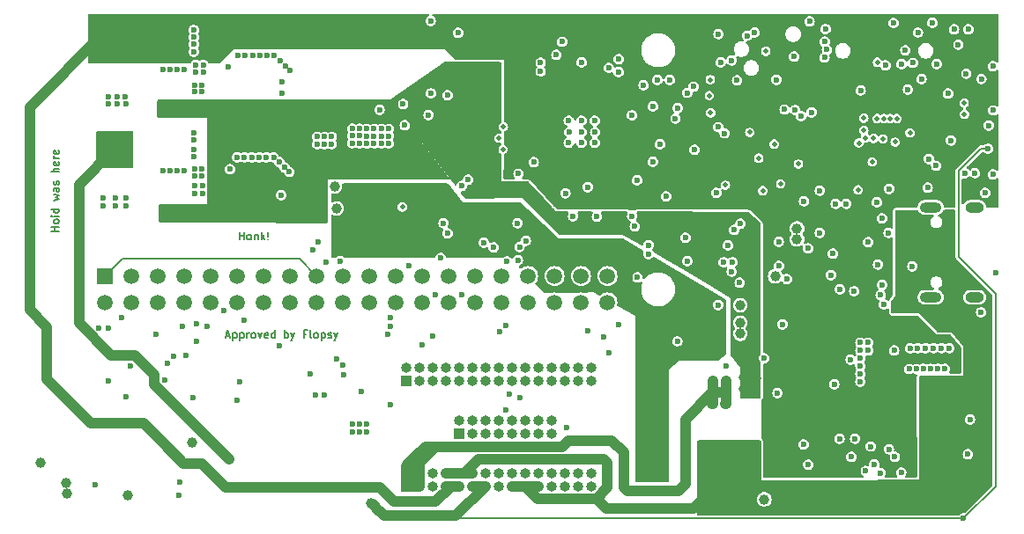
<source format=gbr>
%TF.GenerationSoftware,KiCad,Pcbnew,8.0.3*%
%TF.CreationDate,2024-07-04T12:22:57-04:00*%
%TF.ProjectId,vfd-tool,7666642d-746f-46f6-9c2e-6b696361645f,rev?*%
%TF.SameCoordinates,Original*%
%TF.FileFunction,Copper,L3,Inr*%
%TF.FilePolarity,Positive*%
%FSLAX46Y46*%
G04 Gerber Fmt 4.6, Leading zero omitted, Abs format (unit mm)*
G04 Created by KiCad (PCBNEW 8.0.3) date 2024-07-04 12:22:57*
%MOMM*%
%LPD*%
G01*
G04 APERTURE LIST*
%ADD10C,0.150000*%
%TA.AperFunction,NonConductor*%
%ADD11C,0.150000*%
%TD*%
%TA.AperFunction,ComponentPad*%
%ADD12R,1.000000X1.000000*%
%TD*%
%TA.AperFunction,ComponentPad*%
%ADD13O,1.000000X1.000000*%
%TD*%
%TA.AperFunction,ComponentPad*%
%ADD14O,2.100000X1.000000*%
%TD*%
%TA.AperFunction,ComponentPad*%
%ADD15O,1.800000X1.000000*%
%TD*%
%TA.AperFunction,ComponentPad*%
%ADD16R,1.508000X1.508000*%
%TD*%
%TA.AperFunction,ComponentPad*%
%ADD17C,1.508000*%
%TD*%
%TA.AperFunction,ViaPad*%
%ADD18C,0.600000*%
%TD*%
%TA.AperFunction,ViaPad*%
%ADD19C,1.000000*%
%TD*%
%TA.AperFunction,ViaPad*%
%ADD20C,0.500000*%
%TD*%
%TA.AperFunction,Conductor*%
%ADD21C,1.000000*%
%TD*%
%TA.AperFunction,Conductor*%
%ADD22C,0.200000*%
%TD*%
G04 APERTURE END LIST*
D10*
D11*
X145925414Y-94847744D02*
X145175414Y-94847744D01*
X145532557Y-94847744D02*
X145532557Y-94419173D01*
X145925414Y-94419173D02*
X145175414Y-94419173D01*
X145925414Y-93954887D02*
X145889700Y-94026316D01*
X145889700Y-94026316D02*
X145853985Y-94062030D01*
X145853985Y-94062030D02*
X145782557Y-94097744D01*
X145782557Y-94097744D02*
X145568271Y-94097744D01*
X145568271Y-94097744D02*
X145496842Y-94062030D01*
X145496842Y-94062030D02*
X145461128Y-94026316D01*
X145461128Y-94026316D02*
X145425414Y-93954887D01*
X145425414Y-93954887D02*
X145425414Y-93847744D01*
X145425414Y-93847744D02*
X145461128Y-93776316D01*
X145461128Y-93776316D02*
X145496842Y-93740602D01*
X145496842Y-93740602D02*
X145568271Y-93704887D01*
X145568271Y-93704887D02*
X145782557Y-93704887D01*
X145782557Y-93704887D02*
X145853985Y-93740602D01*
X145853985Y-93740602D02*
X145889700Y-93776316D01*
X145889700Y-93776316D02*
X145925414Y-93847744D01*
X145925414Y-93847744D02*
X145925414Y-93954887D01*
X145925414Y-93383459D02*
X145425414Y-93383459D01*
X145175414Y-93383459D02*
X145211128Y-93419173D01*
X145211128Y-93419173D02*
X145246842Y-93383459D01*
X145246842Y-93383459D02*
X145211128Y-93347745D01*
X145211128Y-93347745D02*
X145175414Y-93383459D01*
X145175414Y-93383459D02*
X145246842Y-93383459D01*
X145925414Y-92704888D02*
X145175414Y-92704888D01*
X145889700Y-92704888D02*
X145925414Y-92776316D01*
X145925414Y-92776316D02*
X145925414Y-92919173D01*
X145925414Y-92919173D02*
X145889700Y-92990602D01*
X145889700Y-92990602D02*
X145853985Y-93026316D01*
X145853985Y-93026316D02*
X145782557Y-93062030D01*
X145782557Y-93062030D02*
X145568271Y-93062030D01*
X145568271Y-93062030D02*
X145496842Y-93026316D01*
X145496842Y-93026316D02*
X145461128Y-92990602D01*
X145461128Y-92990602D02*
X145425414Y-92919173D01*
X145425414Y-92919173D02*
X145425414Y-92776316D01*
X145425414Y-92776316D02*
X145461128Y-92704888D01*
X145425414Y-91847745D02*
X145925414Y-91704888D01*
X145925414Y-91704888D02*
X145568271Y-91562030D01*
X145568271Y-91562030D02*
X145925414Y-91419173D01*
X145925414Y-91419173D02*
X145425414Y-91276316D01*
X145925414Y-90669174D02*
X145532557Y-90669174D01*
X145532557Y-90669174D02*
X145461128Y-90704888D01*
X145461128Y-90704888D02*
X145425414Y-90776316D01*
X145425414Y-90776316D02*
X145425414Y-90919174D01*
X145425414Y-90919174D02*
X145461128Y-90990602D01*
X145889700Y-90669174D02*
X145925414Y-90740602D01*
X145925414Y-90740602D02*
X145925414Y-90919174D01*
X145925414Y-90919174D02*
X145889700Y-90990602D01*
X145889700Y-90990602D02*
X145818271Y-91026316D01*
X145818271Y-91026316D02*
X145746842Y-91026316D01*
X145746842Y-91026316D02*
X145675414Y-90990602D01*
X145675414Y-90990602D02*
X145639700Y-90919174D01*
X145639700Y-90919174D02*
X145639700Y-90740602D01*
X145639700Y-90740602D02*
X145603985Y-90669174D01*
X145889700Y-90347745D02*
X145925414Y-90276317D01*
X145925414Y-90276317D02*
X145925414Y-90133460D01*
X145925414Y-90133460D02*
X145889700Y-90062031D01*
X145889700Y-90062031D02*
X145818271Y-90026317D01*
X145818271Y-90026317D02*
X145782557Y-90026317D01*
X145782557Y-90026317D02*
X145711128Y-90062031D01*
X145711128Y-90062031D02*
X145675414Y-90133460D01*
X145675414Y-90133460D02*
X145675414Y-90240603D01*
X145675414Y-90240603D02*
X145639700Y-90312031D01*
X145639700Y-90312031D02*
X145568271Y-90347745D01*
X145568271Y-90347745D02*
X145532557Y-90347745D01*
X145532557Y-90347745D02*
X145461128Y-90312031D01*
X145461128Y-90312031D02*
X145425414Y-90240603D01*
X145425414Y-90240603D02*
X145425414Y-90133460D01*
X145425414Y-90133460D02*
X145461128Y-90062031D01*
X145925414Y-89133459D02*
X145175414Y-89133459D01*
X145925414Y-88812031D02*
X145532557Y-88812031D01*
X145532557Y-88812031D02*
X145461128Y-88847745D01*
X145461128Y-88847745D02*
X145425414Y-88919173D01*
X145425414Y-88919173D02*
X145425414Y-89026316D01*
X145425414Y-89026316D02*
X145461128Y-89097745D01*
X145461128Y-89097745D02*
X145496842Y-89133459D01*
X145889700Y-88169174D02*
X145925414Y-88240602D01*
X145925414Y-88240602D02*
X145925414Y-88383460D01*
X145925414Y-88383460D02*
X145889700Y-88454888D01*
X145889700Y-88454888D02*
X145818271Y-88490602D01*
X145818271Y-88490602D02*
X145532557Y-88490602D01*
X145532557Y-88490602D02*
X145461128Y-88454888D01*
X145461128Y-88454888D02*
X145425414Y-88383460D01*
X145425414Y-88383460D02*
X145425414Y-88240602D01*
X145425414Y-88240602D02*
X145461128Y-88169174D01*
X145461128Y-88169174D02*
X145532557Y-88133460D01*
X145532557Y-88133460D02*
X145603985Y-88133460D01*
X145603985Y-88133460D02*
X145675414Y-88490602D01*
X145925414Y-87812031D02*
X145425414Y-87812031D01*
X145568271Y-87812031D02*
X145496842Y-87776317D01*
X145496842Y-87776317D02*
X145461128Y-87740603D01*
X145461128Y-87740603D02*
X145425414Y-87669174D01*
X145425414Y-87669174D02*
X145425414Y-87597745D01*
X145889700Y-87062031D02*
X145925414Y-87133459D01*
X145925414Y-87133459D02*
X145925414Y-87276317D01*
X145925414Y-87276317D02*
X145889700Y-87347745D01*
X145889700Y-87347745D02*
X145818271Y-87383459D01*
X145818271Y-87383459D02*
X145532557Y-87383459D01*
X145532557Y-87383459D02*
X145461128Y-87347745D01*
X145461128Y-87347745D02*
X145425414Y-87276317D01*
X145425414Y-87276317D02*
X145425414Y-87133459D01*
X145425414Y-87133459D02*
X145461128Y-87062031D01*
X145461128Y-87062031D02*
X145532557Y-87026317D01*
X145532557Y-87026317D02*
X145603985Y-87026317D01*
X145603985Y-87026317D02*
X145675414Y-87383459D01*
D10*
D11*
X163252255Y-95650414D02*
X163252255Y-94900414D01*
X163252255Y-95257557D02*
X163680826Y-95257557D01*
X163680826Y-95650414D02*
X163680826Y-94900414D01*
X164145112Y-95650414D02*
X164073683Y-95614700D01*
X164073683Y-95614700D02*
X164037969Y-95578985D01*
X164037969Y-95578985D02*
X164002255Y-95507557D01*
X164002255Y-95507557D02*
X164002255Y-95293271D01*
X164002255Y-95293271D02*
X164037969Y-95221842D01*
X164037969Y-95221842D02*
X164073683Y-95186128D01*
X164073683Y-95186128D02*
X164145112Y-95150414D01*
X164145112Y-95150414D02*
X164252255Y-95150414D01*
X164252255Y-95150414D02*
X164323683Y-95186128D01*
X164323683Y-95186128D02*
X164359398Y-95221842D01*
X164359398Y-95221842D02*
X164395112Y-95293271D01*
X164395112Y-95293271D02*
X164395112Y-95507557D01*
X164395112Y-95507557D02*
X164359398Y-95578985D01*
X164359398Y-95578985D02*
X164323683Y-95614700D01*
X164323683Y-95614700D02*
X164252255Y-95650414D01*
X164252255Y-95650414D02*
X164145112Y-95650414D01*
X164716540Y-95150414D02*
X164716540Y-95650414D01*
X164716540Y-95221842D02*
X164752254Y-95186128D01*
X164752254Y-95186128D02*
X164823683Y-95150414D01*
X164823683Y-95150414D02*
X164930826Y-95150414D01*
X164930826Y-95150414D02*
X165002254Y-95186128D01*
X165002254Y-95186128D02*
X165037969Y-95257557D01*
X165037969Y-95257557D02*
X165037969Y-95650414D01*
X165395111Y-95650414D02*
X165395111Y-94900414D01*
X165466540Y-95364700D02*
X165680825Y-95650414D01*
X165680825Y-95150414D02*
X165395111Y-95436128D01*
X166002254Y-95578985D02*
X166037968Y-95614700D01*
X166037968Y-95614700D02*
X166002254Y-95650414D01*
X166002254Y-95650414D02*
X165966540Y-95614700D01*
X165966540Y-95614700D02*
X166002254Y-95578985D01*
X166002254Y-95578985D02*
X166002254Y-95650414D01*
X166002254Y-95364700D02*
X165966540Y-94936128D01*
X165966540Y-94936128D02*
X166002254Y-94900414D01*
X166002254Y-94900414D02*
X166037968Y-94936128D01*
X166037968Y-94936128D02*
X166002254Y-95364700D01*
X166002254Y-95364700D02*
X166002254Y-94900414D01*
D10*
D11*
X161966541Y-104911128D02*
X162323684Y-104911128D01*
X161895112Y-105125414D02*
X162145112Y-104375414D01*
X162145112Y-104375414D02*
X162395112Y-105125414D01*
X162645112Y-104625414D02*
X162645112Y-105375414D01*
X162645112Y-104661128D02*
X162716541Y-104625414D01*
X162716541Y-104625414D02*
X162859398Y-104625414D01*
X162859398Y-104625414D02*
X162930826Y-104661128D01*
X162930826Y-104661128D02*
X162966541Y-104696842D01*
X162966541Y-104696842D02*
X163002255Y-104768271D01*
X163002255Y-104768271D02*
X163002255Y-104982557D01*
X163002255Y-104982557D02*
X162966541Y-105053985D01*
X162966541Y-105053985D02*
X162930826Y-105089700D01*
X162930826Y-105089700D02*
X162859398Y-105125414D01*
X162859398Y-105125414D02*
X162716541Y-105125414D01*
X162716541Y-105125414D02*
X162645112Y-105089700D01*
X163323683Y-104625414D02*
X163323683Y-105375414D01*
X163323683Y-104661128D02*
X163395112Y-104625414D01*
X163395112Y-104625414D02*
X163537969Y-104625414D01*
X163537969Y-104625414D02*
X163609397Y-104661128D01*
X163609397Y-104661128D02*
X163645112Y-104696842D01*
X163645112Y-104696842D02*
X163680826Y-104768271D01*
X163680826Y-104768271D02*
X163680826Y-104982557D01*
X163680826Y-104982557D02*
X163645112Y-105053985D01*
X163645112Y-105053985D02*
X163609397Y-105089700D01*
X163609397Y-105089700D02*
X163537969Y-105125414D01*
X163537969Y-105125414D02*
X163395112Y-105125414D01*
X163395112Y-105125414D02*
X163323683Y-105089700D01*
X164002254Y-105125414D02*
X164002254Y-104625414D01*
X164002254Y-104768271D02*
X164037968Y-104696842D01*
X164037968Y-104696842D02*
X164073683Y-104661128D01*
X164073683Y-104661128D02*
X164145111Y-104625414D01*
X164145111Y-104625414D02*
X164216540Y-104625414D01*
X164573683Y-105125414D02*
X164502254Y-105089700D01*
X164502254Y-105089700D02*
X164466540Y-105053985D01*
X164466540Y-105053985D02*
X164430826Y-104982557D01*
X164430826Y-104982557D02*
X164430826Y-104768271D01*
X164430826Y-104768271D02*
X164466540Y-104696842D01*
X164466540Y-104696842D02*
X164502254Y-104661128D01*
X164502254Y-104661128D02*
X164573683Y-104625414D01*
X164573683Y-104625414D02*
X164680826Y-104625414D01*
X164680826Y-104625414D02*
X164752254Y-104661128D01*
X164752254Y-104661128D02*
X164787969Y-104696842D01*
X164787969Y-104696842D02*
X164823683Y-104768271D01*
X164823683Y-104768271D02*
X164823683Y-104982557D01*
X164823683Y-104982557D02*
X164787969Y-105053985D01*
X164787969Y-105053985D02*
X164752254Y-105089700D01*
X164752254Y-105089700D02*
X164680826Y-105125414D01*
X164680826Y-105125414D02*
X164573683Y-105125414D01*
X165073682Y-104625414D02*
X165252254Y-105125414D01*
X165252254Y-105125414D02*
X165430825Y-104625414D01*
X166002254Y-105089700D02*
X165930826Y-105125414D01*
X165930826Y-105125414D02*
X165787969Y-105125414D01*
X165787969Y-105125414D02*
X165716540Y-105089700D01*
X165716540Y-105089700D02*
X165680826Y-105018271D01*
X165680826Y-105018271D02*
X165680826Y-104732557D01*
X165680826Y-104732557D02*
X165716540Y-104661128D01*
X165716540Y-104661128D02*
X165787969Y-104625414D01*
X165787969Y-104625414D02*
X165930826Y-104625414D01*
X165930826Y-104625414D02*
X166002254Y-104661128D01*
X166002254Y-104661128D02*
X166037969Y-104732557D01*
X166037969Y-104732557D02*
X166037969Y-104803985D01*
X166037969Y-104803985D02*
X165680826Y-104875414D01*
X166680826Y-105125414D02*
X166680826Y-104375414D01*
X166680826Y-105089700D02*
X166609397Y-105125414D01*
X166609397Y-105125414D02*
X166466540Y-105125414D01*
X166466540Y-105125414D02*
X166395111Y-105089700D01*
X166395111Y-105089700D02*
X166359397Y-105053985D01*
X166359397Y-105053985D02*
X166323683Y-104982557D01*
X166323683Y-104982557D02*
X166323683Y-104768271D01*
X166323683Y-104768271D02*
X166359397Y-104696842D01*
X166359397Y-104696842D02*
X166395111Y-104661128D01*
X166395111Y-104661128D02*
X166466540Y-104625414D01*
X166466540Y-104625414D02*
X166609397Y-104625414D01*
X166609397Y-104625414D02*
X166680826Y-104661128D01*
X167609397Y-105125414D02*
X167609397Y-104375414D01*
X167609397Y-104661128D02*
X167680826Y-104625414D01*
X167680826Y-104625414D02*
X167823683Y-104625414D01*
X167823683Y-104625414D02*
X167895111Y-104661128D01*
X167895111Y-104661128D02*
X167930826Y-104696842D01*
X167930826Y-104696842D02*
X167966540Y-104768271D01*
X167966540Y-104768271D02*
X167966540Y-104982557D01*
X167966540Y-104982557D02*
X167930826Y-105053985D01*
X167930826Y-105053985D02*
X167895111Y-105089700D01*
X167895111Y-105089700D02*
X167823683Y-105125414D01*
X167823683Y-105125414D02*
X167680826Y-105125414D01*
X167680826Y-105125414D02*
X167609397Y-105089700D01*
X168216539Y-104625414D02*
X168395111Y-105125414D01*
X168573682Y-104625414D02*
X168395111Y-105125414D01*
X168395111Y-105125414D02*
X168323682Y-105303985D01*
X168323682Y-105303985D02*
X168287968Y-105339700D01*
X168287968Y-105339700D02*
X168216539Y-105375414D01*
X169680826Y-104732557D02*
X169430826Y-104732557D01*
X169430826Y-105125414D02*
X169430826Y-104375414D01*
X169430826Y-104375414D02*
X169787969Y-104375414D01*
X170180826Y-105125414D02*
X170109397Y-105089700D01*
X170109397Y-105089700D02*
X170073683Y-105018271D01*
X170073683Y-105018271D02*
X170073683Y-104375414D01*
X170573683Y-105125414D02*
X170502254Y-105089700D01*
X170502254Y-105089700D02*
X170466540Y-105053985D01*
X170466540Y-105053985D02*
X170430826Y-104982557D01*
X170430826Y-104982557D02*
X170430826Y-104768271D01*
X170430826Y-104768271D02*
X170466540Y-104696842D01*
X170466540Y-104696842D02*
X170502254Y-104661128D01*
X170502254Y-104661128D02*
X170573683Y-104625414D01*
X170573683Y-104625414D02*
X170680826Y-104625414D01*
X170680826Y-104625414D02*
X170752254Y-104661128D01*
X170752254Y-104661128D02*
X170787969Y-104696842D01*
X170787969Y-104696842D02*
X170823683Y-104768271D01*
X170823683Y-104768271D02*
X170823683Y-104982557D01*
X170823683Y-104982557D02*
X170787969Y-105053985D01*
X170787969Y-105053985D02*
X170752254Y-105089700D01*
X170752254Y-105089700D02*
X170680826Y-105125414D01*
X170680826Y-105125414D02*
X170573683Y-105125414D01*
X171145111Y-104625414D02*
X171145111Y-105375414D01*
X171145111Y-104661128D02*
X171216540Y-104625414D01*
X171216540Y-104625414D02*
X171359397Y-104625414D01*
X171359397Y-104625414D02*
X171430825Y-104661128D01*
X171430825Y-104661128D02*
X171466540Y-104696842D01*
X171466540Y-104696842D02*
X171502254Y-104768271D01*
X171502254Y-104768271D02*
X171502254Y-104982557D01*
X171502254Y-104982557D02*
X171466540Y-105053985D01*
X171466540Y-105053985D02*
X171430825Y-105089700D01*
X171430825Y-105089700D02*
X171359397Y-105125414D01*
X171359397Y-105125414D02*
X171216540Y-105125414D01*
X171216540Y-105125414D02*
X171145111Y-105089700D01*
X171787968Y-105089700D02*
X171859396Y-105125414D01*
X171859396Y-105125414D02*
X172002253Y-105125414D01*
X172002253Y-105125414D02*
X172073682Y-105089700D01*
X172073682Y-105089700D02*
X172109396Y-105018271D01*
X172109396Y-105018271D02*
X172109396Y-104982557D01*
X172109396Y-104982557D02*
X172073682Y-104911128D01*
X172073682Y-104911128D02*
X172002253Y-104875414D01*
X172002253Y-104875414D02*
X171895111Y-104875414D01*
X171895111Y-104875414D02*
X171823682Y-104839700D01*
X171823682Y-104839700D02*
X171787968Y-104768271D01*
X171787968Y-104768271D02*
X171787968Y-104732557D01*
X171787968Y-104732557D02*
X171823682Y-104661128D01*
X171823682Y-104661128D02*
X171895111Y-104625414D01*
X171895111Y-104625414D02*
X172002253Y-104625414D01*
X172002253Y-104625414D02*
X172073682Y-104661128D01*
X172359396Y-104625414D02*
X172537968Y-105125414D01*
X172716539Y-104625414D02*
X172537968Y-105125414D01*
X172537968Y-105125414D02*
X172466539Y-105303985D01*
X172466539Y-105303985D02*
X172430825Y-105339700D01*
X172430825Y-105339700D02*
X172359396Y-105375414D01*
D12*
%TO.N,MISO_INTER*%
%TO.C,J7*%
X179273200Y-109220000D03*
D13*
%TO.N,unconnected-(J7-Pin_2-Pad2)*%
X179273200Y-107950000D03*
%TO.N,MOSI_INTER*%
X180543200Y-109220000D03*
%TO.N,SCLK_INTER*%
X180543200Y-107950000D03*
%TO.N,GND*%
X181813200Y-109220000D03*
X181813200Y-107950000D03*
%TO.N,RPI0_GPIO0*%
X183083200Y-109220000D03*
%TO.N,RPI0_GPIO4*%
X183083200Y-107950000D03*
%TO.N,RPI0_GPIO1*%
X184353200Y-109220000D03*
%TO.N,RPI0_GPIO5*%
X184353200Y-107950000D03*
%TO.N,RPI0_GPIO7*%
X185623200Y-109220000D03*
%TO.N,RPI0_GPIO6*%
X185623200Y-107950000D03*
%TO.N,GND*%
X186893200Y-109220000D03*
X186893200Y-107950000D03*
%TO.N,RPI0_GPIO12*%
X188163200Y-109220000D03*
%TO.N,unconnected-(J7-Pin_16-Pad16)*%
X188163200Y-107950000D03*
%TO.N,RPI0_GPIO13*%
X189433200Y-109220000D03*
%TO.N,RPI0_GPIO15*%
X189433200Y-107950000D03*
%TO.N,RPI0_GPIO14*%
X190703200Y-109220000D03*
%TO.N,RPI0_GPIO17*%
X190703200Y-107950000D03*
%TO.N,GND*%
X191973200Y-109220000D03*
X191973200Y-107950000D03*
%TO.N,RPI0_GPIO18*%
X193243200Y-109220000D03*
%TO.N,RPI0_GPIO21*%
X193243200Y-107950000D03*
%TO.N,RPI0_GPIO19*%
X194513200Y-109220000D03*
%TO.N,GND*%
X194513200Y-107950000D03*
%TO.N,RPI0_GPIO20*%
X195783200Y-109220000D03*
%TO.N,GND*%
X195783200Y-107950000D03*
X197053200Y-109220000D03*
X197053200Y-107950000D03*
%TD*%
D12*
%TO.N,GND*%
%TO.C,J8*%
X184353200Y-114300000D03*
D13*
X184353200Y-113030000D03*
X185623200Y-114300000D03*
X185623200Y-113030000D03*
X186893200Y-114300000D03*
X186893200Y-113030000D03*
%TO.N,RP2040_GPIO11*%
X188163200Y-114300000D03*
%TO.N,GND*%
X188163200Y-113030000D03*
%TO.N,RP2040_GPIO10*%
X189433200Y-114300000D03*
%TO.N,unconnected-(J8-Pin_10-Pad10)*%
X189433200Y-113030000D03*
%TO.N,RP2040_GPIO12*%
X190703200Y-114300000D03*
%TO.N,unconnected-(J8-Pin_12-Pad12)*%
X190703200Y-113030000D03*
%TO.N,GND*%
X191973200Y-114300000D03*
%TO.N,unconnected-(J8-Pin_14-Pad14)*%
X191973200Y-113030000D03*
%TO.N,ONEWIRE_DETECT*%
X193243200Y-114300000D03*
%TO.N,RP2040_GPIO29*%
X193243200Y-113030000D03*
%TD*%
D12*
%TO.N,Net-(D7-A)*%
%TO.C,J6*%
X179273200Y-119380000D03*
D13*
X179273200Y-118110000D03*
X180543200Y-119380000D03*
X180543200Y-118110000D03*
%TO.N,GND*%
X181813200Y-119380000D03*
X181813200Y-118110000D03*
%TO.N,3V3*%
X183083200Y-119380000D03*
%TO.N,VBUS*%
X183083200Y-118110000D03*
%TO.N,3V3*%
X184353200Y-119380000D03*
%TO.N,VBUS*%
X184353200Y-118110000D03*
%TO.N,5V*%
X185623200Y-119380000D03*
%TO.N,VBUS*%
X185623200Y-118110000D03*
%TO.N,5V*%
X186893200Y-119380000D03*
%TO.N,GND*%
X186893200Y-118110000D03*
X188163200Y-119380000D03*
%TO.N,EXTRA_USB4_D+*%
X188163200Y-118110000D03*
%TO.N,VBUS*%
X189433200Y-119380000D03*
%TO.N,EXTRA_USB4_D-*%
X189433200Y-118110000D03*
%TO.N,VBUS*%
X190703200Y-119380000D03*
%TO.N,GND*%
X190703200Y-118110000D03*
%TO.N,VBUS*%
X191973200Y-119380000D03*
%TO.N,GND*%
X191973200Y-118110000D03*
%TO.N,VCONN*%
X193243200Y-119380000D03*
%TO.N,EXTRA_USB3_D+*%
X193243200Y-118110000D03*
%TO.N,VCONN*%
X194513200Y-119380000D03*
%TO.N,EXTRA_USB3_D-*%
X194513200Y-118110000D03*
%TO.N,VCONN*%
X195783200Y-119380000D03*
%TO.N,GND*%
X195783200Y-118110000D03*
%TO.N,VCONN*%
X197053200Y-119380000D03*
%TO.N,GND*%
X197053200Y-118110000D03*
%TD*%
D14*
%TO.N,GND*%
%TO.C,J2*%
X229690400Y-101184500D03*
D15*
X233890400Y-101184500D03*
D14*
X229690400Y-92544500D03*
D15*
X233890400Y-92544500D03*
%TD*%
D16*
%TO.N,Net-(J5-3V3-Pad1)*%
%TO.C,J5*%
X150368000Y-99151400D03*
D17*
%TO.N,Net-(D6-K)*%
X150368000Y-101691400D03*
%TO.N,RTC_SDA*%
X152908000Y-99151400D03*
%TO.N,Net-(D6-K)*%
X152908000Y-101691400D03*
%TO.N,RTC_SCL*%
X155448000Y-99151400D03*
%TO.N,GND*%
X155448000Y-101691400D03*
%TO.N,LAT*%
X157988000Y-99151400D03*
%TO.N,RPI0_GPIO14*%
X157988000Y-101691400D03*
%TO.N,GND*%
X160528000Y-99151400D03*
%TO.N,RPI0_GPIO15*%
X160528000Y-101691400D03*
%TO.N,RPI0_GPIO17*%
X163068000Y-99151400D03*
%TO.N,RPI0_GPIO18*%
X163068000Y-101691400D03*
%TO.N,CLK*%
X165608000Y-99151400D03*
%TO.N,GND*%
X165608000Y-101691400D03*
%TO.N,GSIN*%
X168148000Y-99151400D03*
%TO.N,GSOUT*%
X168148000Y-101691400D03*
%TO.N,Net-(J5-3V3-Pad1)*%
X170688000Y-99151400D03*
%TO.N,GCLK*%
X170688000Y-101691400D03*
%TO.N,MOSI_INTER*%
X173228000Y-99151400D03*
%TO.N,GND*%
X173228000Y-101691400D03*
%TO.N,MISO_INTER*%
X175768000Y-99151400D03*
%TO.N,GLAT*%
X175768000Y-101691400D03*
%TO.N,SCLK_INTER*%
X178308000Y-99151400D03*
%TO.N,RP2040_CE*%
X178308000Y-101691400D03*
%TO.N,GND*%
X180848000Y-99151400D03*
%TO.N,RPI0_GPIO7*%
X180848000Y-101691400D03*
%TO.N,RPI0_GPIO0*%
X183388000Y-99151400D03*
%TO.N,RPI0_GPIO1*%
X183388000Y-101691400D03*
%TO.N,SOUT*%
X185928000Y-99151400D03*
%TO.N,GND*%
X185928000Y-101691400D03*
%TO.N,SIN*%
X188468000Y-99151400D03*
%TO.N,RPI0_GPIO12*%
X188468000Y-101691400D03*
%TO.N,RPI0_GPIO13*%
X191008000Y-99151400D03*
%TO.N,GND*%
X191008000Y-101691400D03*
%TO.N,RPI0_GPIO19*%
X193548000Y-99151400D03*
%TO.N,BLK*%
X193548000Y-101691400D03*
%TO.N,GSBLK*%
X196088000Y-99151400D03*
%TO.N,RPI0_GPIO20*%
X196088000Y-101691400D03*
%TO.N,GND*%
X198628000Y-99151400D03*
%TO.N,RPI0_GPIO21*%
X198628000Y-101691400D03*
%TD*%
D18*
%TO.N,Net-(BT1-+)*%
X149374000Y-119253000D03*
%TO.N,GND*%
X174774000Y-114198400D03*
X203658700Y-86457300D03*
X163054600Y-87731400D03*
X166554600Y-87731400D03*
X176885600Y-85674200D03*
X179146200Y-84632800D03*
D19*
X144170400Y-117144800D03*
D18*
X167104600Y-88181400D03*
X219473100Y-78129149D03*
X197396700Y-84188900D03*
X228431600Y-106095800D03*
X172135800Y-86461600D03*
X159081600Y-79509200D03*
X233451400Y-112953800D03*
X174088200Y-113436400D03*
D20*
X188214000Y-85877400D03*
D18*
X174802800Y-84963000D03*
X217914400Y-117308082D03*
X232968800Y-89255600D03*
X217463900Y-115349082D03*
X168144100Y-79364755D03*
D20*
X188620400Y-84785200D03*
D18*
X218228100Y-83388200D03*
X165231600Y-77959200D03*
D20*
X222707200Y-90855800D03*
D18*
X156581600Y-79259200D03*
X167681600Y-78909200D03*
X226847400Y-118059200D03*
D20*
X208534000Y-83439000D03*
D19*
X146583400Y-119049800D03*
D18*
X159666000Y-88820000D03*
X225000000Y-93595700D03*
X235686600Y-83210400D03*
X170738800Y-86461600D03*
D20*
X215265000Y-90271600D03*
D18*
X159781600Y-79509200D03*
X174091600Y-85648800D03*
X157278400Y-89023200D03*
X165854600Y-87731400D03*
X202984700Y-88151300D03*
X159781600Y-78809200D03*
D19*
X213690200Y-120650000D03*
D18*
X231479600Y-106095800D03*
X221574400Y-92196500D03*
D19*
X172440600Y-90525600D03*
D18*
X212035200Y-76018200D03*
X224622400Y-98038500D03*
X172135800Y-85750400D03*
X231622600Y-86106000D03*
D20*
X188595000Y-86944200D03*
D18*
X233248200Y-116306600D03*
X159081600Y-78809200D03*
X174774000Y-113436400D03*
X174091600Y-84963000D03*
X158853200Y-86991200D03*
X176199800Y-86385400D03*
X176885600Y-86385400D03*
X170738800Y-85750400D03*
X202984700Y-82817300D03*
D20*
X224565001Y-78575000D03*
D18*
X196126700Y-86322500D03*
X195313900Y-93383700D03*
X201003500Y-93384900D03*
X202095700Y-80785300D03*
X167181600Y-78409200D03*
X213664400Y-107058082D03*
X157938800Y-89023200D03*
X155881600Y-79259200D03*
X181660800Y-81559400D03*
X229955600Y-106095800D03*
X158881600Y-75459200D03*
D20*
X232918000Y-83566000D03*
D18*
X235661200Y-78968600D03*
D19*
X146735800Y-120065800D03*
D18*
X199682700Y-79515300D03*
X205155800Y-83997800D03*
X163131600Y-77959200D03*
D19*
X152527000Y-120243600D03*
D18*
X174091600Y-86360000D03*
X166631600Y-77959200D03*
D20*
X224536000Y-83997800D03*
D18*
X226164400Y-106308082D03*
X176199800Y-84988400D03*
D20*
X232892600Y-82499200D03*
D18*
X196126700Y-85306500D03*
D20*
X226415600Y-83997800D03*
D18*
X155957600Y-89023200D03*
X219034400Y-90926500D03*
X220414400Y-109558082D03*
X194958300Y-85306500D03*
X229168200Y-106095800D03*
X158881600Y-76159200D03*
X233299000Y-75412600D03*
X165931600Y-77959200D03*
X174802800Y-86360000D03*
X158853200Y-85365600D03*
X171424600Y-85750400D03*
X167331600Y-81559200D03*
X159666000Y-89531200D03*
D20*
X225171000Y-83997800D03*
D18*
X175488600Y-86385400D03*
X171424600Y-86461600D03*
X196126700Y-84188900D03*
X163831600Y-77959200D03*
X164531600Y-77959200D03*
X159005600Y-89531200D03*
X196138800Y-78588600D03*
X215859400Y-99435500D03*
X165154600Y-87731400D03*
X197447500Y-85306500D03*
D20*
X208500000Y-80250000D03*
D18*
X176199800Y-85674200D03*
X225679000Y-90754200D03*
X175459800Y-113436400D03*
X227695000Y-106095800D03*
X156618000Y-89023200D03*
X175459800Y-114198400D03*
X235254800Y-84658200D03*
X175488600Y-85674200D03*
X164454600Y-87731400D03*
X181635400Y-74599800D03*
D20*
X208409100Y-81777700D03*
D18*
X167286000Y-91360000D03*
X220558400Y-92196500D03*
X158881600Y-76859200D03*
X177596800Y-85674200D03*
X220283400Y-97001500D03*
X168067100Y-89136955D03*
X167604600Y-88681400D03*
X197396700Y-86322500D03*
D20*
X178917600Y-92500000D03*
D18*
X224866200Y-118110000D03*
X159005600Y-88820000D03*
X163754600Y-87731400D03*
X174088200Y-114198400D03*
X201460700Y-89929300D03*
X157981600Y-79259200D03*
X158881600Y-77559200D03*
X176885600Y-84988400D03*
D20*
X225780600Y-83997800D03*
D18*
X197599900Y-93434500D03*
X226100000Y-74790100D03*
X194907500Y-84188900D03*
X177596800Y-84988400D03*
X217510400Y-91942500D03*
X224510600Y-92049600D03*
X158853200Y-86026000D03*
X174802800Y-85648800D03*
X178993800Y-82600800D03*
X222051900Y-116558082D03*
X157281600Y-79259200D03*
X215097400Y-98165500D03*
X175488600Y-84988400D03*
X177596800Y-86385400D03*
X194907500Y-86322500D03*
X158853200Y-87651600D03*
D19*
X158699200Y-115138200D03*
X172593000Y-92633800D03*
D18*
X204598200Y-80277300D03*
X230717600Y-106095800D03*
X204254700Y-91479900D03*
%TO.N,3V3*%
X156337000Y-115646200D03*
X210163487Y-91440141D03*
D19*
X152349200Y-75920600D03*
D20*
X193659587Y-92266554D03*
X215595200Y-74828400D03*
D19*
X151231600Y-75920600D03*
D18*
X195028730Y-91934612D03*
D20*
X195757800Y-90644048D03*
X189212600Y-83680900D03*
X222529400Y-89382600D03*
X218465400Y-98856800D03*
D18*
X227076000Y-112674400D03*
X219914400Y-116558082D03*
D20*
X220878400Y-79044800D03*
D19*
X152349200Y-77190600D03*
D20*
X210947000Y-81356200D03*
X190373000Y-86944200D03*
D18*
X160451800Y-117983000D03*
D19*
X150114000Y-75895200D03*
D18*
X220319600Y-74768000D03*
D20*
X198922319Y-92412261D03*
D18*
X224967800Y-89687400D03*
X199682700Y-82309300D03*
D20*
X220091000Y-83515200D03*
D18*
X226319813Y-78188748D03*
D20*
X195185370Y-78650170D03*
X189179200Y-88747600D03*
D18*
X225602800Y-117224300D03*
D20*
X218465400Y-98272600D03*
D19*
X151231600Y-77190600D03*
D18*
X230994509Y-83593842D03*
D20*
X190931800Y-81915000D03*
D19*
X150114000Y-77165200D03*
D20*
X200177400Y-88900000D03*
D19*
%TO.N,VSYS*%
X156006800Y-83261200D03*
X183718200Y-80594200D03*
X184835800Y-80619600D03*
X211759800Y-108940600D03*
X157200600Y-92989400D03*
D18*
X167331600Y-80459200D03*
D19*
X212852000Y-110032800D03*
X159385000Y-83235800D03*
X156083000Y-92989400D03*
D18*
X161190000Y-93036400D03*
D19*
X211734400Y-110007400D03*
X157124400Y-83261200D03*
X159461200Y-92964000D03*
D18*
X167286000Y-90242400D03*
D19*
X212877400Y-108966000D03*
X158242000Y-83261200D03*
X183743600Y-79527400D03*
D18*
X161331600Y-83209200D03*
D19*
X158318200Y-92989400D03*
D18*
X221991400Y-107203082D03*
D19*
X184861200Y-79552800D03*
%TO.N,5V*%
X160174793Y-114675207D03*
D18*
X235178600Y-86893400D03*
D19*
X175945800Y-121031000D03*
X151206200Y-86995000D03*
X152323800Y-87020400D03*
X152323800Y-85750400D03*
D18*
X234543600Y-80187800D03*
D19*
X161574793Y-116075207D03*
X176733200Y-121742200D03*
X150088600Y-85725000D03*
D18*
X232841800Y-122453400D03*
D19*
X151206200Y-85725000D03*
X150088600Y-86995000D03*
X160887293Y-115387707D03*
D18*
%TO.N,B+*%
X231038400Y-108077000D03*
X222914400Y-109308082D03*
X222914400Y-105558082D03*
X222914400Y-107808082D03*
X222914400Y-108558082D03*
X228295200Y-108102400D03*
X222914400Y-107058082D03*
X227609400Y-108102400D03*
X228981000Y-108077000D03*
X223664400Y-106308082D03*
X223664400Y-105558082D03*
X230352600Y-108077000D03*
X222914400Y-106308082D03*
X229666800Y-108077000D03*
D19*
%TO.N,VCONN*%
X216839800Y-94564200D03*
X211378800Y-101955600D03*
X211378800Y-103657400D03*
X216839800Y-95631000D03*
X214742005Y-99170233D03*
X211378800Y-104698800D03*
D18*
%TO.N,CC1*%
X227924400Y-98214500D03*
X225638400Y-94990500D03*
%TO.N,CC2*%
X223672400Y-95885000D03*
X219034400Y-94990500D03*
D19*
%TO.N,EXT_PWR*%
X201904600Y-116179600D03*
X203149200Y-111480600D03*
X203149200Y-117297200D03*
X201904600Y-109245400D03*
X176530000Y-94259400D03*
X203174600Y-116179600D03*
X201879200Y-111480600D03*
X175260000Y-94259400D03*
X174015400Y-94259400D03*
X201879200Y-117297200D03*
X203149200Y-118414800D03*
X201879200Y-110363000D03*
X203149200Y-110363000D03*
X172745400Y-94259400D03*
X201879200Y-118414800D03*
X203174600Y-109245400D03*
D18*
%TO.N,Net-(U10-COMP)*%
X181432200Y-83642200D03*
X176722000Y-83148400D03*
%TO.N,RGB_DIN*%
X233095800Y-79679800D03*
X226885500Y-78754435D03*
%TO.N,LED*%
X231927400Y-75412600D03*
X228447600Y-75717400D03*
D20*
%TO.N,VBUS*%
X227543400Y-94482500D03*
X227416400Y-101848500D03*
D18*
X210567765Y-98731565D03*
D19*
X209981800Y-117322600D03*
D18*
X210032600Y-107823000D03*
D20*
X226781400Y-93466500D03*
D19*
X208737200Y-116205000D03*
X210007200Y-116205000D03*
D18*
X201507600Y-99288600D03*
D20*
X227196711Y-93962467D03*
D19*
X208711800Y-117322600D03*
D20*
X228178400Y-94482500D03*
X226908400Y-101848500D03*
D19*
X209981800Y-118440200D03*
D18*
X217900400Y-96494500D03*
D20*
X226908400Y-101340500D03*
D18*
X206298800Y-97713800D03*
D20*
X226400400Y-101848500D03*
D19*
X208711800Y-118440200D03*
D18*
X209245200Y-101930200D03*
X211328000Y-99796600D03*
%TO.N,Net-(D14-A)*%
X184277000Y-75742800D03*
X183261000Y-81737200D03*
D20*
%TO.N,uSD_CMD*%
X226263200Y-86258400D03*
%TO.N,uSD_CLK*%
X224067600Y-88174400D03*
%TO.N,uSD_DAT3*%
X225100000Y-85950000D03*
%TO.N,uSD_DAT1*%
X223400000Y-85875000D03*
%TO.N,uSD_DAT2*%
X224190651Y-85910566D03*
%TO.N,uSD_DAT0*%
X222770700Y-86347300D03*
D18*
%TO.N,SWD_RP2040*%
X229844600Y-74777600D03*
X216560400Y-78028800D03*
%TO.N,SWCLK_RP2040*%
X231343200Y-81584800D03*
D20*
X213835633Y-77527977D03*
D18*
%TO.N,EXTRA_USB3_D+*%
X202565000Y-97021200D03*
X190174079Y-96351047D03*
X194259200Y-76606400D03*
X209785400Y-97815400D03*
X193716178Y-77866622D03*
%TO.N,EXTRA_USB4_D-*%
X188269079Y-104491321D03*
X186740800Y-95935800D03*
X190020929Y-97637600D03*
X173188675Y-107701367D03*
X177795404Y-103976204D03*
X184636879Y-90470521D03*
X192201739Y-78597543D03*
X171392400Y-110566200D03*
%TO.N,EXTRA_USB4_D+*%
X187680600Y-96389700D03*
X177795404Y-103126204D03*
X172587633Y-107100325D03*
X192201739Y-79447543D03*
X188870121Y-103890279D03*
X170542400Y-110566200D03*
X188950600Y-97739200D03*
X185237921Y-89869479D03*
%TO.N,SCLK_INTER*%
X182880000Y-94056200D03*
X225339168Y-78876632D03*
%TO.N,RPI0_GPIO20*%
X199669400Y-103809800D03*
X198297800Y-104978200D03*
%TO.N,RP2040_CE*%
X179587026Y-98180026D03*
X183252226Y-95038026D03*
D20*
X227685600Y-85369400D03*
D18*
%TO.N,RTC_SDA*%
X157462400Y-120269000D03*
%TO.N,MOSI_INTER*%
X210566000Y-78409800D03*
X227493909Y-81198458D03*
%TO.N,RPI0_GPIO17*%
X184632600Y-100965000D03*
X172974000Y-97713800D03*
X181838600Y-104902000D03*
%TO.N,GSIN*%
X152349200Y-110759800D03*
%TO.N,RPI0_GPIO18*%
X163017200Y-111125000D03*
X190246000Y-110893100D03*
X158826200Y-110820200D03*
X188824485Y-112040830D03*
X156311600Y-107569000D03*
X156083000Y-109169200D03*
%TO.N,RPI0_GPIO0*%
X175006000Y-110286800D03*
X182067200Y-100939600D03*
%TO.N,MISO_INTER*%
X227968674Y-78634726D03*
X209499200Y-78587600D03*
%TO.N,RPI0_GPIO19*%
X198729600Y-106527600D03*
%TO.N,SOUT*%
X149758400Y-104165400D03*
%TO.N,RPI0_GPIO7*%
X177749200Y-111556800D03*
%TO.N,GSOUT*%
X155244800Y-104800400D03*
X150698200Y-104140000D03*
%TO.N,RPI0_GPIO14*%
X170053000Y-108585000D03*
X157784800Y-103987600D03*
X156972000Y-106857800D03*
X189230000Y-110490000D03*
X163322000Y-109372400D03*
%TO.N,BLK*%
X170840400Y-95834200D03*
X163728400Y-103403400D03*
X151942800Y-103174800D03*
%TO.N,GSBLK*%
X171627800Y-97815400D03*
X159105600Y-105410000D03*
X150698200Y-109245400D03*
X152755600Y-107772200D03*
X161772600Y-102438200D03*
X170307000Y-96647000D03*
X182600600Y-97409000D03*
X160197800Y-104038400D03*
%TO.N,RTC_SCL*%
X157513200Y-118948200D03*
%TO.N,RPI0_GPIO15*%
X158165800Y-106807000D03*
X159131000Y-103784400D03*
X167132000Y-105892600D03*
X180797200Y-105816400D03*
X177519523Y-104727132D03*
X173304200Y-108661200D03*
%TO.N,RPI0_GPIO21*%
X196697600Y-104444800D03*
%TO.N,UP_D-*%
X224881506Y-100981613D03*
X210798879Y-94712321D03*
%TO.N,UP_D+*%
X211399921Y-94111279D03*
X224997400Y-99999800D03*
%TO.N,RP2040_GPIO11*%
X194716400Y-113741200D03*
X219583000Y-75377600D03*
X191541400Y-88188800D03*
X232333800Y-76885800D03*
X218046615Y-74640318D03*
%TO.N,ONEWIRE_DETECT*%
X205333600Y-105435400D03*
%TO.N,RP2040_GPIO12*%
X201244200Y-94361000D03*
X233934000Y-89255600D03*
%TO.N,RP2040_GPIO10*%
X235661200Y-89382600D03*
X235915200Y-98856800D03*
%TO.N,RP2040_GPIO29*%
X211079526Y-80312977D03*
X209087727Y-91140273D03*
X205383151Y-82982886D03*
X222945575Y-81284318D03*
X214858600Y-80264000D03*
%TO.N,RP2040_D+*%
X199699079Y-78278521D03*
X217236121Y-83764819D03*
X209875921Y-85415921D03*
X206296006Y-81522648D03*
%TO.N,RP2040_D-*%
X198740765Y-79106765D03*
X216635079Y-83163777D03*
X206897048Y-80921606D03*
X209274879Y-84814879D03*
D20*
%TO.N,QSPI_SS*%
X209956400Y-90398600D03*
X213541475Y-90935675D03*
D18*
%TO.N,CHRG_CTRL_1*%
X226237800Y-116560600D03*
X222414400Y-114808082D03*
%TO.N,CHRG_CTRL_2*%
X220914400Y-114808082D03*
X224256600Y-117271800D03*
%TO.N,BATT_SDA*%
X229514400Y-87884000D03*
X223914400Y-115558082D03*
%TO.N,BATT_SCL*%
X230200200Y-88544400D03*
X225664400Y-115808082D03*
%TO.N,HUB_SDA*%
X206984600Y-86995000D03*
X194577664Y-91181548D03*
X219506800Y-76591550D03*
X230250000Y-78750000D03*
%TO.N,HUB_SCL*%
X196714199Y-90585650D03*
X215639817Y-83120200D03*
X219710505Y-77365183D03*
X227250621Y-77422500D03*
%TO.N,PD_SDA*%
X234899200Y-91135200D03*
X234518200Y-102641400D03*
%TO.N,PD_SCL*%
X229387400Y-90652600D03*
X220954600Y-100431600D03*
X222326200Y-100609400D03*
X225171000Y-101876100D03*
%TO.N,PD_INT*%
X215083900Y-95859600D03*
X220091000Y-99060000D03*
%TO.N,BATT_INT*%
X190068200Y-89306400D03*
X215425000Y-103800000D03*
X206121000Y-95453200D03*
X189992000Y-94059500D03*
X214960200Y-110413800D03*
X210208626Y-96200237D03*
X209296000Y-75869800D03*
X228799900Y-80184500D03*
X212772530Y-75707799D03*
X223443800Y-117908082D03*
D20*
%TO.N,QSPI__SD1*%
X213156800Y-87807800D03*
X216966800Y-88366600D03*
%TO.N,QSPI_SD3*%
X223248001Y-83962954D03*
X212300000Y-85325000D03*
%TO.N,QSPI_SCLK*%
X214650000Y-86450000D03*
X223247999Y-85131104D03*
D18*
%TO.N,Net-(U7-SW)*%
X158981600Y-80759200D03*
X150681600Y-82609200D03*
X152381600Y-82609200D03*
X159631600Y-80759200D03*
X159631600Y-81409200D03*
X151531600Y-82609200D03*
X162181600Y-79059200D03*
X150673600Y-81908200D03*
X158981600Y-81409200D03*
X151531600Y-81859200D03*
X152324600Y-81908200D03*
%TO.N,Net-(U8-SW)*%
X159691400Y-90471000D03*
X150166400Y-92376000D03*
X152325400Y-92376000D03*
X150166400Y-91614000D03*
X151309400Y-92376000D03*
X152325400Y-91614000D03*
X158929400Y-90471000D03*
X159691400Y-91233000D03*
X162358400Y-88870800D03*
X158929400Y-91233000D03*
X151309400Y-91614000D03*
D19*
%TO.N,Net-(D7-A)*%
X209981800Y-110337600D03*
X209981800Y-111455200D03*
X208737200Y-109220000D03*
X210007200Y-109220000D03*
X208711800Y-110337600D03*
X208711800Y-111455200D03*
D18*
%TO.N,Net-(U2-RBIAS)*%
X200984450Y-83674550D03*
X203403200Y-80277300D03*
%TO.N,EXTRA_USB3_D-*%
X190775121Y-95750005D03*
X202565000Y-96171200D03*
X210635400Y-97815400D03*
%TD*%
D21*
%TO.N,3V3*%
X143103600Y-82905600D02*
X150114000Y-75895200D01*
X144780000Y-109067600D02*
X144780000Y-104089200D01*
X154025600Y-113309400D02*
X149021800Y-113309400D01*
X159639000Y-117170200D02*
X157861000Y-117170200D01*
X178130200Y-120853200D02*
X176733200Y-119456200D01*
X157861000Y-117170200D02*
X157429200Y-116738400D01*
X183591200Y-119380000D02*
X184353200Y-119380000D01*
X144780000Y-104089200D02*
X143103600Y-102412800D01*
X183083200Y-119380000D02*
X183591200Y-119380000D01*
X182118000Y-120853200D02*
X178130200Y-120853200D01*
X176733200Y-119456200D02*
X161925000Y-119456200D01*
X161925000Y-119456200D02*
X159639000Y-117170200D01*
X143103600Y-102412800D02*
X143103600Y-82905600D01*
X157429200Y-116738400D02*
X157429200Y-116713000D01*
X157861000Y-117170200D02*
X156337000Y-115646200D01*
X149021800Y-113309400D02*
X144780000Y-109067600D01*
X183591200Y-119380000D02*
X182118000Y-120853200D01*
X157429200Y-116713000D02*
X154025600Y-113309400D01*
%TO.N,5V*%
X155083000Y-108626400D02*
X155083000Y-109583414D01*
X177190400Y-122199400D02*
X176733200Y-121742200D01*
D22*
X232368800Y-97342400D02*
X235915200Y-100888800D01*
D21*
X150950986Y-106772200D02*
X153228800Y-106772200D01*
X176707800Y-121742200D02*
X176047400Y-121081800D01*
X155083000Y-109583414D02*
X160174793Y-114675207D01*
D22*
X232368800Y-89007071D02*
X232368800Y-97342400D01*
X184353200Y-122478800D02*
X184073800Y-122199400D01*
X235915200Y-119405400D02*
X232841800Y-122478800D01*
D21*
X161574793Y-116075207D02*
X162247786Y-116748200D01*
X186893200Y-119380000D02*
X185623200Y-119380000D01*
X147853400Y-90347800D02*
X147853400Y-103674614D01*
D22*
X235178600Y-86893400D02*
X234482471Y-86893400D01*
X234482471Y-86893400D02*
X232368800Y-89007071D01*
D21*
X153228800Y-106772200D02*
X155083000Y-108626400D01*
X184073800Y-122199400D02*
X177190400Y-122199400D01*
D22*
X232841800Y-122478800D02*
X184353200Y-122478800D01*
D21*
X147853400Y-103674614D02*
X150950986Y-106772200D01*
X176733200Y-121742200D02*
X176707800Y-121742200D01*
X151206200Y-86995000D02*
X147853400Y-90347800D01*
D22*
X235915200Y-100888800D02*
X235915200Y-119405400D01*
D21*
X186893200Y-119380000D02*
X184073800Y-122199400D01*
X160887293Y-115387707D02*
X161574793Y-116075207D01*
X160174793Y-114675207D02*
X160887293Y-115387707D01*
%TO.N,EXT_PWR*%
X202184000Y-108966000D02*
X201904600Y-109245400D01*
X193027300Y-96202500D02*
X194056000Y-97231200D01*
X180543200Y-94386400D02*
X182565800Y-96409000D01*
X194056000Y-97231200D02*
X199694800Y-97231200D01*
X202184000Y-102184200D02*
X202184000Y-108966000D01*
X190406214Y-93059500D02*
X193027300Y-95680586D01*
X200507600Y-100507800D02*
X202184000Y-102184200D01*
X177571400Y-94386400D02*
X180543200Y-94386400D01*
X172745400Y-94259400D02*
X177444400Y-94259400D01*
X182565800Y-96409000D02*
X183440014Y-96409000D01*
X186789514Y-93059500D02*
X190406214Y-93059500D01*
X183440014Y-96409000D02*
X186789514Y-93059500D01*
X200507600Y-98044000D02*
X200507600Y-100507800D01*
X193027300Y-95680586D02*
X193027300Y-96202500D01*
X192617600Y-95792800D02*
X193027300Y-96202500D01*
X177444400Y-94259400D02*
X177571400Y-94386400D01*
X199694800Y-97231200D02*
X200507600Y-98044000D01*
%TO.N,VBUS*%
X184886600Y-118110000D02*
X183083200Y-118110000D01*
X198278600Y-116795400D02*
X198628000Y-117144800D01*
X198509257Y-121539000D02*
X197550257Y-120580000D01*
X197550257Y-120580000D02*
X191903200Y-120580000D01*
X186201200Y-116795400D02*
X198278600Y-116795400D01*
X189433200Y-119380000D02*
X191973200Y-119380000D01*
X185623200Y-118110000D02*
X184886600Y-118110000D01*
X208737200Y-116205000D02*
X208737200Y-119684800D01*
X206883000Y-121539000D02*
X198509257Y-121539000D01*
X184886600Y-118110000D02*
X186201200Y-116795400D01*
X198628000Y-119502257D02*
X197550257Y-120580000D01*
X190703200Y-119380000D02*
X191903200Y-120580000D01*
X208737200Y-119684800D02*
X206883000Y-121539000D01*
X198628000Y-117144800D02*
X198628000Y-119502257D01*
%TO.N,Net-(D7-A)*%
X206095600Y-119176800D02*
X205435200Y-119837200D01*
X179501800Y-117221000D02*
X179273200Y-117449600D01*
X180543200Y-118110000D02*
X180543200Y-119380000D01*
X210007200Y-109220000D02*
X210007200Y-111429800D01*
X180543200Y-117551200D02*
X180543200Y-116738400D01*
X209981800Y-110337600D02*
X208711800Y-110337600D01*
X180543200Y-116738400D02*
X180949600Y-116738400D01*
X180543200Y-117551200D02*
X180543200Y-117144800D01*
X208711800Y-110337600D02*
X206095600Y-112953800D01*
X180543200Y-118110000D02*
X180543200Y-117551200D01*
X194276414Y-115595400D02*
X182092600Y-115595400D01*
X179654200Y-117221000D02*
X179501800Y-117221000D01*
X180543200Y-116738400D02*
X180263800Y-116459000D01*
X205435200Y-119837200D02*
X200507600Y-119837200D01*
X180543200Y-119380000D02*
X179273200Y-119380000D01*
X180949600Y-116738400D02*
X182092600Y-115595400D01*
X208737200Y-109220000D02*
X208737200Y-111429800D01*
X200177400Y-116128800D02*
X199034400Y-114985800D01*
X208737200Y-111429800D02*
X208711800Y-111455200D01*
X179273200Y-119380000D02*
X180543200Y-118110000D01*
X199034400Y-114985800D02*
X194886014Y-114985800D01*
X206095600Y-112953800D02*
X206095600Y-119176800D01*
X179273200Y-118110000D02*
X179857400Y-118110000D01*
X179857400Y-118110000D02*
X180543200Y-118110000D01*
X200177400Y-119507000D02*
X200177400Y-116128800D01*
X182092600Y-115595400D02*
X181127400Y-115595400D01*
X179273200Y-118110000D02*
X179273200Y-119380000D01*
X179857400Y-118694200D02*
X180543200Y-119380000D01*
X179857400Y-118110000D02*
X179857400Y-118694200D01*
X180543200Y-117144800D02*
X180949600Y-116738400D01*
X181127400Y-115595400D02*
X180263800Y-116459000D01*
X200507600Y-119837200D02*
X200177400Y-119507000D01*
X180263800Y-116459000D02*
X179501800Y-117221000D01*
X194886014Y-114985800D02*
X194276414Y-115595400D01*
X179273200Y-117449600D02*
X179273200Y-118110000D01*
X210007200Y-111429800D02*
X209981800Y-111455200D01*
X180543200Y-118110000D02*
X179654200Y-117221000D01*
D22*
%TO.N,Net-(J5-3V3-Pad1)*%
X152019400Y-97500000D02*
X169036600Y-97500000D01*
X150368000Y-99151400D02*
X152019400Y-97500000D01*
X169036600Y-97500000D02*
X170688000Y-99151400D01*
%TD*%
%TA.AperFunction,Conductor*%
%TO.N,5V*%
G36*
X153003439Y-85211285D02*
G01*
X153049194Y-85264089D01*
X153060400Y-85315600D01*
X153060400Y-88649000D01*
X153040715Y-88716039D01*
X152987911Y-88761794D01*
X152936400Y-88773000D01*
X149628400Y-88773000D01*
X149561361Y-88753315D01*
X149515606Y-88700511D01*
X149504400Y-88649000D01*
X149504400Y-85315600D01*
X149524085Y-85248561D01*
X149576889Y-85202806D01*
X149628400Y-85191600D01*
X152936400Y-85191600D01*
X153003439Y-85211285D01*
G37*
%TD.AperFunction*%
%TD*%
%TA.AperFunction,Conductor*%
%TO.N,3V3*%
G36*
X217973861Y-73926185D02*
G01*
X218019616Y-73978989D01*
X218029560Y-74048147D01*
X218000535Y-74111703D01*
X217941757Y-74149477D01*
X217941756Y-74149477D01*
X217836564Y-74180363D01*
X217715488Y-74258174D01*
X217621238Y-74366944D01*
X217621237Y-74366946D01*
X217561449Y-74497861D01*
X217540968Y-74640318D01*
X217561449Y-74782774D01*
X217564795Y-74790100D01*
X217621238Y-74913691D01*
X217715487Y-75022461D01*
X217836562Y-75100271D01*
X217836565Y-75100272D01*
X217836564Y-75100272D01*
X217943722Y-75131735D01*
X217969235Y-75139227D01*
X217974651Y-75140817D01*
X217974653Y-75140818D01*
X217974654Y-75140818D01*
X218118577Y-75140818D01*
X218118577Y-75140817D01*
X218243195Y-75104227D01*
X218256665Y-75100272D01*
X218256665Y-75100271D01*
X218256668Y-75100271D01*
X218377743Y-75022461D01*
X218471992Y-74913691D01*
X218528435Y-74790100D01*
X225594353Y-74790100D01*
X225614834Y-74932556D01*
X225655893Y-75022461D01*
X225674623Y-75063473D01*
X225768872Y-75172243D01*
X225889947Y-75250053D01*
X225889950Y-75250054D01*
X225889949Y-75250054D01*
X226028036Y-75290599D01*
X226028038Y-75290600D01*
X226028039Y-75290600D01*
X226171962Y-75290600D01*
X226171962Y-75290599D01*
X226310053Y-75250053D01*
X226431128Y-75172243D01*
X226525377Y-75063473D01*
X226585165Y-74932557D01*
X226605647Y-74790100D01*
X226603850Y-74777600D01*
X229338953Y-74777600D01*
X229359434Y-74920056D01*
X229419222Y-75050971D01*
X229419223Y-75050973D01*
X229513472Y-75159743D01*
X229634547Y-75237553D01*
X229634550Y-75237554D01*
X229634549Y-75237554D01*
X229772636Y-75278099D01*
X229772638Y-75278100D01*
X229772639Y-75278100D01*
X229916562Y-75278100D01*
X229916562Y-75278099D01*
X230054653Y-75237553D01*
X230175728Y-75159743D01*
X230269977Y-75050973D01*
X230329765Y-74920057D01*
X230350247Y-74777600D01*
X230329765Y-74635143D01*
X230269977Y-74504227D01*
X230175728Y-74395457D01*
X230054653Y-74317647D01*
X230054651Y-74317646D01*
X230054649Y-74317645D01*
X230054650Y-74317645D01*
X229916563Y-74277100D01*
X229916561Y-74277100D01*
X229772639Y-74277100D01*
X229772636Y-74277100D01*
X229634549Y-74317645D01*
X229513473Y-74395456D01*
X229419223Y-74504226D01*
X229419222Y-74504228D01*
X229359434Y-74635143D01*
X229338953Y-74777600D01*
X226603850Y-74777600D01*
X226585165Y-74647643D01*
X226525377Y-74516727D01*
X226431128Y-74407957D01*
X226310053Y-74330147D01*
X226310051Y-74330146D01*
X226310049Y-74330145D01*
X226310050Y-74330145D01*
X226171963Y-74289600D01*
X226171961Y-74289600D01*
X226028039Y-74289600D01*
X226028036Y-74289600D01*
X225889949Y-74330145D01*
X225768873Y-74407956D01*
X225674623Y-74516726D01*
X225674622Y-74516728D01*
X225614834Y-74647643D01*
X225594353Y-74790100D01*
X218528435Y-74790100D01*
X218531780Y-74782775D01*
X218552262Y-74640318D01*
X218531780Y-74497861D01*
X218471992Y-74366945D01*
X218377743Y-74258175D01*
X218256668Y-74180365D01*
X218256666Y-74180364D01*
X218256664Y-74180363D01*
X218256665Y-74180363D01*
X218151474Y-74149477D01*
X218092695Y-74111703D01*
X218063670Y-74048148D01*
X218073613Y-73978989D01*
X218119368Y-73926185D01*
X218186407Y-73906500D01*
X236096000Y-73906500D01*
X236163039Y-73926185D01*
X236208794Y-73978989D01*
X236220000Y-74030500D01*
X236220000Y-74091871D01*
X236217484Y-78513916D01*
X236197761Y-78580944D01*
X236144931Y-78626669D01*
X236075767Y-78636573D01*
X236012228Y-78607512D01*
X235999770Y-78595046D01*
X235992328Y-78586457D01*
X235871253Y-78508647D01*
X235871251Y-78508646D01*
X235871249Y-78508645D01*
X235871250Y-78508645D01*
X235733163Y-78468100D01*
X235733161Y-78468100D01*
X235589239Y-78468100D01*
X235589236Y-78468100D01*
X235451149Y-78508645D01*
X235330073Y-78586456D01*
X235235823Y-78695226D01*
X235235822Y-78695228D01*
X235176034Y-78826143D01*
X235155553Y-78968600D01*
X235176034Y-79111056D01*
X235235802Y-79241927D01*
X235235823Y-79241973D01*
X235330072Y-79350743D01*
X235451147Y-79428553D01*
X235451150Y-79428554D01*
X235451149Y-79428554D01*
X235589236Y-79469099D01*
X235589238Y-79469100D01*
X235589239Y-79469100D01*
X235733162Y-79469100D01*
X235733162Y-79469099D01*
X235871253Y-79428553D01*
X235992328Y-79350743D01*
X235999254Y-79342749D01*
X236058026Y-79304976D01*
X236127895Y-79304973D01*
X236186675Y-79342745D01*
X236215703Y-79406299D01*
X236216966Y-79424023D01*
X236215087Y-82728073D01*
X236195364Y-82795101D01*
X236142534Y-82840826D01*
X236073370Y-82850730D01*
X236024048Y-82832318D01*
X235896650Y-82750445D01*
X235758563Y-82709900D01*
X235758561Y-82709900D01*
X235614639Y-82709900D01*
X235614636Y-82709900D01*
X235476549Y-82750445D01*
X235355473Y-82828256D01*
X235261223Y-82937026D01*
X235261222Y-82937028D01*
X235201434Y-83067943D01*
X235180953Y-83210400D01*
X235201434Y-83352856D01*
X235241290Y-83440126D01*
X235261223Y-83483773D01*
X235355472Y-83592543D01*
X235476547Y-83670353D01*
X235476550Y-83670354D01*
X235476549Y-83670354D01*
X235614636Y-83710899D01*
X235614638Y-83710900D01*
X235614639Y-83710900D01*
X235758562Y-83710900D01*
X235758562Y-83710899D01*
X235896650Y-83670354D01*
X235896651Y-83670354D01*
X235906109Y-83664276D01*
X236017728Y-83592543D01*
X236017729Y-83592541D01*
X236023498Y-83588834D01*
X236090537Y-83569149D01*
X236157577Y-83588833D01*
X236203332Y-83641637D01*
X236214538Y-83693220D01*
X236211564Y-88921083D01*
X236191841Y-88988111D01*
X236139011Y-89033836D01*
X236069847Y-89043740D01*
X236006308Y-89014679D01*
X235993853Y-89002217D01*
X235992328Y-89000457D01*
X235871253Y-88922647D01*
X235871251Y-88922646D01*
X235871249Y-88922645D01*
X235871250Y-88922645D01*
X235733163Y-88882100D01*
X235733161Y-88882100D01*
X235589239Y-88882100D01*
X235589236Y-88882100D01*
X235451149Y-88922645D01*
X235330073Y-89000456D01*
X235235823Y-89109226D01*
X235235822Y-89109228D01*
X235176034Y-89240143D01*
X235155553Y-89382600D01*
X235176034Y-89525056D01*
X235235802Y-89655927D01*
X235235823Y-89655973D01*
X235330072Y-89764743D01*
X235451147Y-89842553D01*
X235451150Y-89842554D01*
X235451149Y-89842554D01*
X235589236Y-89883099D01*
X235589238Y-89883100D01*
X235589239Y-89883100D01*
X235733162Y-89883100D01*
X235733162Y-89883099D01*
X235860106Y-89845826D01*
X235871250Y-89842554D01*
X235871250Y-89842553D01*
X235871253Y-89842553D01*
X235992328Y-89764743D01*
X235993320Y-89763597D01*
X235994594Y-89762778D01*
X235999028Y-89758937D01*
X235999580Y-89759574D01*
X236052091Y-89725819D01*
X236121961Y-89725812D01*
X236180743Y-89763581D01*
X236209774Y-89827133D01*
X236211038Y-89844864D01*
X236209567Y-92431712D01*
X236189844Y-92498740D01*
X236137014Y-92544465D01*
X236085883Y-92555641D01*
X235109415Y-92558132D01*
X235042326Y-92538618D01*
X234996436Y-92485931D01*
X234987482Y-92458323D01*
X234976369Y-92402454D01*
X234963980Y-92340172D01*
X234928661Y-92254903D01*
X234911178Y-92212695D01*
X234911171Y-92212682D01*
X234834514Y-92097958D01*
X234834511Y-92097954D01*
X234736945Y-92000388D01*
X234736941Y-92000385D01*
X234622217Y-91923728D01*
X234622204Y-91923721D01*
X234494732Y-91870921D01*
X234494722Y-91870918D01*
X234359395Y-91844000D01*
X234359393Y-91844000D01*
X233421407Y-91844000D01*
X233421405Y-91844000D01*
X233286077Y-91870918D01*
X233286067Y-91870921D01*
X233158595Y-91923721D01*
X233158582Y-91923728D01*
X233043858Y-92000385D01*
X233043854Y-92000388D01*
X232946288Y-92097954D01*
X232946285Y-92097958D01*
X232896402Y-92172613D01*
X232842789Y-92217418D01*
X232773464Y-92226125D01*
X232710437Y-92195970D01*
X232673718Y-92136527D01*
X232669300Y-92103722D01*
X232669300Y-91135200D01*
X234393553Y-91135200D01*
X234414034Y-91277656D01*
X234463594Y-91386175D01*
X234473823Y-91408573D01*
X234568072Y-91517343D01*
X234689147Y-91595153D01*
X234689150Y-91595154D01*
X234689149Y-91595154D01*
X234781793Y-91622356D01*
X234811579Y-91631102D01*
X234827236Y-91635699D01*
X234827238Y-91635700D01*
X234827239Y-91635700D01*
X234971162Y-91635700D01*
X234971162Y-91635699D01*
X235078321Y-91604235D01*
X235109250Y-91595154D01*
X235109250Y-91595153D01*
X235109253Y-91595153D01*
X235230328Y-91517343D01*
X235324577Y-91408573D01*
X235384365Y-91277657D01*
X235404847Y-91135200D01*
X235384365Y-90992743D01*
X235324577Y-90861827D01*
X235230328Y-90753057D01*
X235109253Y-90675247D01*
X235109251Y-90675246D01*
X235109249Y-90675245D01*
X235109250Y-90675245D01*
X234971163Y-90634700D01*
X234971161Y-90634700D01*
X234827239Y-90634700D01*
X234827236Y-90634700D01*
X234689149Y-90675245D01*
X234568073Y-90753056D01*
X234473823Y-90861826D01*
X234473822Y-90861828D01*
X234414034Y-90992743D01*
X234393553Y-91135200D01*
X232669300Y-91135200D01*
X232669300Y-89854933D01*
X232688985Y-89787894D01*
X232741789Y-89742139D01*
X232810947Y-89732195D01*
X232828231Y-89735955D01*
X232849292Y-89742139D01*
X232896838Y-89756100D01*
X232896839Y-89756100D01*
X233040762Y-89756100D01*
X233040762Y-89756099D01*
X233178853Y-89715553D01*
X233299928Y-89637743D01*
X233357687Y-89571084D01*
X233416465Y-89533310D01*
X233486334Y-89533310D01*
X233545110Y-89571082D01*
X233545113Y-89571085D01*
X233577282Y-89608211D01*
X233602872Y-89637743D01*
X233723947Y-89715553D01*
X233723950Y-89715554D01*
X233723949Y-89715554D01*
X233862036Y-89756099D01*
X233862038Y-89756100D01*
X233862039Y-89756100D01*
X234005962Y-89756100D01*
X234005962Y-89756099D01*
X234144053Y-89715553D01*
X234265128Y-89637743D01*
X234359377Y-89528973D01*
X234419165Y-89398057D01*
X234439647Y-89255600D01*
X234419165Y-89113143D01*
X234359377Y-88982227D01*
X234265128Y-88873457D01*
X234144053Y-88795647D01*
X234144051Y-88795646D01*
X234144049Y-88795645D01*
X234144050Y-88795645D01*
X234005963Y-88755100D01*
X234005961Y-88755100D01*
X233862039Y-88755100D01*
X233862036Y-88755100D01*
X233723949Y-88795645D01*
X233602873Y-88873456D01*
X233602872Y-88873456D01*
X233602872Y-88873457D01*
X233578815Y-88901221D01*
X233545113Y-88940115D01*
X233486335Y-88977889D01*
X233416465Y-88977889D01*
X233357687Y-88940115D01*
X233342549Y-88922645D01*
X233299928Y-88873457D01*
X233202581Y-88810896D01*
X233156827Y-88758093D01*
X233146883Y-88688934D01*
X233175908Y-88625379D01*
X233181925Y-88618915D01*
X234570623Y-87230219D01*
X234631946Y-87196734D01*
X234658304Y-87193900D01*
X234720099Y-87193900D01*
X234787138Y-87213585D01*
X234813811Y-87236696D01*
X234847472Y-87275543D01*
X234968547Y-87353353D01*
X234968550Y-87353354D01*
X234968549Y-87353354D01*
X235106636Y-87393899D01*
X235106638Y-87393900D01*
X235106639Y-87393900D01*
X235250562Y-87393900D01*
X235250562Y-87393899D01*
X235388653Y-87353353D01*
X235509728Y-87275543D01*
X235603977Y-87166773D01*
X235663765Y-87035857D01*
X235684247Y-86893400D01*
X235663765Y-86750943D01*
X235603977Y-86620027D01*
X235509728Y-86511257D01*
X235388653Y-86433447D01*
X235388651Y-86433446D01*
X235388649Y-86433445D01*
X235388650Y-86433445D01*
X235250563Y-86392900D01*
X235250561Y-86392900D01*
X235106639Y-86392900D01*
X235106636Y-86392900D01*
X234968549Y-86433445D01*
X234847473Y-86511256D01*
X234813812Y-86550103D01*
X234755033Y-86587877D01*
X234720099Y-86592900D01*
X234442909Y-86592900D01*
X234412338Y-86601091D01*
X234366479Y-86613379D01*
X234366478Y-86613380D01*
X234302104Y-86650547D01*
X234302103Y-86650548D01*
X234297960Y-86652939D01*
X232128341Y-88822558D01*
X232128335Y-88822566D01*
X232088782Y-88891075D01*
X232088779Y-88891080D01*
X232068300Y-88967510D01*
X232068300Y-92442206D01*
X232048615Y-92509245D01*
X231995811Y-92555000D01*
X231944616Y-92566206D01*
X231061469Y-92568459D01*
X230994380Y-92548945D01*
X230948490Y-92496258D01*
X230939536Y-92468650D01*
X230932195Y-92431743D01*
X230913980Y-92340172D01*
X230878661Y-92254903D01*
X230861178Y-92212695D01*
X230861171Y-92212682D01*
X230784514Y-92097958D01*
X230784511Y-92097954D01*
X230686945Y-92000388D01*
X230686941Y-92000385D01*
X230572217Y-91923728D01*
X230572204Y-91923721D01*
X230444732Y-91870921D01*
X230444722Y-91870918D01*
X230309395Y-91844000D01*
X230309393Y-91844000D01*
X229071407Y-91844000D01*
X229071405Y-91844000D01*
X228936077Y-91870918D01*
X228936067Y-91870921D01*
X228808595Y-91923721D01*
X228808582Y-91923728D01*
X228693858Y-92000385D01*
X228693854Y-92000388D01*
X228596288Y-92097954D01*
X228596285Y-92097958D01*
X228519628Y-92212682D01*
X228519621Y-92212695D01*
X228466821Y-92340167D01*
X228466818Y-92340177D01*
X228439871Y-92475647D01*
X228407486Y-92537558D01*
X228346770Y-92572132D01*
X228318570Y-92575455D01*
X226386351Y-92580385D01*
X226342945Y-92585135D01*
X226342939Y-92585136D01*
X226291739Y-92596344D01*
X226281828Y-92598773D01*
X226281823Y-92598775D01*
X226201119Y-92641781D01*
X226201113Y-92641785D01*
X226148304Y-92687544D01*
X226130360Y-92705126D01*
X226130354Y-92705133D01*
X226085711Y-92784943D01*
X226085709Y-92784948D01*
X226066026Y-92851980D01*
X226066025Y-92851985D01*
X226066025Y-92851986D01*
X226059628Y-92896481D01*
X226057700Y-92909887D01*
X226057700Y-94437932D01*
X226038015Y-94504971D01*
X225985211Y-94550726D01*
X225916053Y-94560670D01*
X225866663Y-94542249D01*
X225848452Y-94530546D01*
X225848450Y-94530545D01*
X225710363Y-94490000D01*
X225710361Y-94490000D01*
X225566439Y-94490000D01*
X225566436Y-94490000D01*
X225428349Y-94530545D01*
X225307273Y-94608356D01*
X225213023Y-94717126D01*
X225213022Y-94717128D01*
X225153234Y-94848043D01*
X225132753Y-94990500D01*
X225153234Y-95132956D01*
X225183467Y-95199155D01*
X225213023Y-95263873D01*
X225307272Y-95372643D01*
X225428347Y-95450453D01*
X225428350Y-95450454D01*
X225428349Y-95450454D01*
X225566436Y-95490999D01*
X225566438Y-95491000D01*
X225566439Y-95491000D01*
X225710362Y-95491000D01*
X225710362Y-95490999D01*
X225848450Y-95450454D01*
X225848451Y-95450454D01*
X225866660Y-95438752D01*
X225933699Y-95419067D01*
X226000739Y-95438751D01*
X226046494Y-95491555D01*
X226057700Y-95543067D01*
X226057700Y-100901409D01*
X226038015Y-100968448D01*
X226031026Y-100978245D01*
X225914253Y-101126158D01*
X225914252Y-101126157D01*
X225906692Y-101135735D01*
X225906688Y-101135740D01*
X225747584Y-101337270D01*
X225741585Y-101345261D01*
X225734593Y-101355060D01*
X225704707Y-101416515D01*
X225699850Y-101433057D01*
X225662073Y-101491833D01*
X225598516Y-101520855D01*
X225529358Y-101510908D01*
X225509839Y-101498362D01*
X225509589Y-101498752D01*
X225498823Y-101491833D01*
X225381053Y-101416147D01*
X225381051Y-101416146D01*
X225381049Y-101416145D01*
X225372983Y-101412461D01*
X225374374Y-101409415D01*
X225329256Y-101380398D01*
X225300253Y-101316832D01*
X225310202Y-101247716D01*
X225366671Y-101124070D01*
X225387153Y-100981613D01*
X225366671Y-100839156D01*
X225306883Y-100708240D01*
X225226729Y-100615737D01*
X225197706Y-100552184D01*
X225207650Y-100483026D01*
X225253404Y-100430222D01*
X225253403Y-100430222D01*
X225328528Y-100381943D01*
X225422777Y-100273173D01*
X225482565Y-100142257D01*
X225503047Y-99999800D01*
X225482565Y-99857343D01*
X225422777Y-99726427D01*
X225328528Y-99617657D01*
X225207453Y-99539847D01*
X225207451Y-99539846D01*
X225207449Y-99539845D01*
X225207450Y-99539845D01*
X225069363Y-99499300D01*
X225069361Y-99499300D01*
X224925439Y-99499300D01*
X224925436Y-99499300D01*
X224787349Y-99539845D01*
X224666273Y-99617656D01*
X224572023Y-99726426D01*
X224572022Y-99726428D01*
X224512234Y-99857343D01*
X224491753Y-99999800D01*
X224512234Y-100142256D01*
X224572022Y-100273171D01*
X224572023Y-100273173D01*
X224652174Y-100365673D01*
X224681199Y-100429228D01*
X224671255Y-100498386D01*
X224625501Y-100551190D01*
X224550380Y-100599468D01*
X224456129Y-100708239D01*
X224456128Y-100708241D01*
X224396340Y-100839156D01*
X224375859Y-100981613D01*
X224396340Y-101124069D01*
X224438779Y-101216996D01*
X224456129Y-101254986D01*
X224550378Y-101363756D01*
X224671453Y-101441566D01*
X224671455Y-101441566D01*
X224671456Y-101441567D01*
X224679523Y-101445252D01*
X224678128Y-101448305D01*
X224723214Y-101477274D01*
X224752244Y-101540827D01*
X224742307Y-101609986D01*
X224742302Y-101609996D01*
X224685835Y-101733641D01*
X224685834Y-101733642D01*
X224665353Y-101876100D01*
X224685834Y-102018556D01*
X224745622Y-102149471D01*
X224745623Y-102149473D01*
X224839872Y-102258243D01*
X224960947Y-102336053D01*
X224960950Y-102336054D01*
X224960949Y-102336054D01*
X225099036Y-102376599D01*
X225099038Y-102376600D01*
X225099039Y-102376600D01*
X225242962Y-102376600D01*
X225242962Y-102376599D01*
X225381050Y-102336054D01*
X225381051Y-102336054D01*
X225485660Y-102268826D01*
X225552700Y-102249141D01*
X225619739Y-102268825D01*
X225665494Y-102321629D01*
X225676700Y-102373141D01*
X225676700Y-102619009D01*
X225679108Y-102641396D01*
X225679108Y-102641398D01*
X225681396Y-102662681D01*
X225681396Y-102662683D01*
X225686270Y-102685083D01*
X225686270Y-102685085D01*
X225692597Y-102714174D01*
X225695090Y-102724372D01*
X225695091Y-102724375D01*
X225738099Y-102805083D01*
X225738101Y-102805086D01*
X225783860Y-102857895D01*
X225801442Y-102875839D01*
X225801446Y-102875843D01*
X225801447Y-102875844D01*
X225801449Y-102875845D01*
X225881259Y-102920488D01*
X225881263Y-102920490D01*
X225948302Y-102940175D01*
X226006200Y-102948500D01*
X228409990Y-102948500D01*
X228477029Y-102968185D01*
X228498898Y-102986063D01*
X228568858Y-103058022D01*
X228568859Y-103058023D01*
X230143339Y-104677488D01*
X230143351Y-104677499D01*
X230143362Y-104677510D01*
X230158065Y-104691000D01*
X230160616Y-104693340D01*
X230182484Y-104711217D01*
X230254651Y-104749290D01*
X230300620Y-104762788D01*
X230321682Y-104768973D01*
X230321684Y-104768973D01*
X230321690Y-104768975D01*
X230379588Y-104777300D01*
X231519429Y-104777300D01*
X231586468Y-104796985D01*
X231614546Y-104821746D01*
X232558787Y-105950730D01*
X232607418Y-106008875D01*
X232635327Y-106072928D01*
X232636300Y-106088428D01*
X232636300Y-108407900D01*
X232616615Y-108474939D01*
X232563811Y-108520694D01*
X232512300Y-108531900D01*
X231573824Y-108531900D01*
X231506785Y-108512215D01*
X231461030Y-108459411D01*
X231451086Y-108390253D01*
X231461030Y-108356388D01*
X231476050Y-108323500D01*
X231523565Y-108219457D01*
X231544047Y-108077000D01*
X231523565Y-107934543D01*
X231463777Y-107803627D01*
X231369528Y-107694857D01*
X231248453Y-107617047D01*
X231248451Y-107617046D01*
X231248449Y-107617045D01*
X231248450Y-107617045D01*
X231110363Y-107576500D01*
X231110361Y-107576500D01*
X230966439Y-107576500D01*
X230966436Y-107576500D01*
X230828349Y-107617045D01*
X230762539Y-107659339D01*
X230695499Y-107679023D01*
X230628461Y-107659339D01*
X230580617Y-107628592D01*
X230562653Y-107617047D01*
X230562651Y-107617046D01*
X230562649Y-107617045D01*
X230562650Y-107617045D01*
X230424563Y-107576500D01*
X230424561Y-107576500D01*
X230280639Y-107576500D01*
X230280636Y-107576500D01*
X230142549Y-107617045D01*
X230076739Y-107659339D01*
X230009699Y-107679023D01*
X229942661Y-107659339D01*
X229894817Y-107628592D01*
X229876853Y-107617047D01*
X229876851Y-107617046D01*
X229876849Y-107617045D01*
X229876850Y-107617045D01*
X229738763Y-107576500D01*
X229738761Y-107576500D01*
X229594839Y-107576500D01*
X229594836Y-107576500D01*
X229456749Y-107617045D01*
X229390939Y-107659339D01*
X229323899Y-107679023D01*
X229256861Y-107659339D01*
X229209017Y-107628592D01*
X229191053Y-107617047D01*
X229191051Y-107617046D01*
X229191049Y-107617045D01*
X229191050Y-107617045D01*
X229052963Y-107576500D01*
X229052961Y-107576500D01*
X228909039Y-107576500D01*
X228909036Y-107576500D01*
X228770949Y-107617045D01*
X228685377Y-107672039D01*
X228618337Y-107691723D01*
X228551299Y-107672039D01*
X228505253Y-107642447D01*
X228505251Y-107642446D01*
X228505249Y-107642445D01*
X228505250Y-107642445D01*
X228367163Y-107601900D01*
X228367161Y-107601900D01*
X228223239Y-107601900D01*
X228223236Y-107601900D01*
X228085149Y-107642445D01*
X228019339Y-107684739D01*
X227952299Y-107704423D01*
X227885261Y-107684739D01*
X227865499Y-107672039D01*
X227819453Y-107642447D01*
X227819451Y-107642446D01*
X227819449Y-107642445D01*
X227819450Y-107642445D01*
X227681363Y-107601900D01*
X227681361Y-107601900D01*
X227537439Y-107601900D01*
X227537436Y-107601900D01*
X227399349Y-107642445D01*
X227278273Y-107720256D01*
X227184023Y-107829026D01*
X227184022Y-107829028D01*
X227124234Y-107959943D01*
X227103753Y-108102400D01*
X227124234Y-108244856D01*
X227142435Y-108284709D01*
X227184023Y-108375773D01*
X227278272Y-108484543D01*
X227399347Y-108562353D01*
X227399350Y-108562354D01*
X227399349Y-108562354D01*
X227537436Y-108602899D01*
X227537438Y-108602900D01*
X227537439Y-108602900D01*
X227681362Y-108602900D01*
X227681362Y-108602899D01*
X227819453Y-108562353D01*
X227885261Y-108520061D01*
X227952301Y-108500377D01*
X228019339Y-108520061D01*
X228085147Y-108562353D01*
X228085150Y-108562354D01*
X228085149Y-108562354D01*
X228223236Y-108602899D01*
X228223238Y-108602900D01*
X228245573Y-108602900D01*
X228312612Y-108622585D01*
X228358367Y-108675389D01*
X228368311Y-108744547D01*
X228364638Y-108761534D01*
X228352192Y-108804320D01*
X228344017Y-108862225D01*
X228344016Y-108862238D01*
X228348465Y-110619727D01*
X228354374Y-112953799D01*
X228354375Y-112954320D01*
X228362862Y-116306599D01*
X228362863Y-116307120D01*
X228365721Y-117436332D01*
X228368244Y-118432891D01*
X228348729Y-118499980D01*
X228296041Y-118545869D01*
X228244520Y-118557205D01*
X227348200Y-118559201D01*
X227281117Y-118539665D01*
X227235245Y-118486964D01*
X227225147Y-118417827D01*
X227254028Y-118354209D01*
X227272777Y-118332573D01*
X227332565Y-118201657D01*
X227353047Y-118059200D01*
X227332565Y-117916743D01*
X227272777Y-117785827D01*
X227178528Y-117677057D01*
X227057453Y-117599247D01*
X227057451Y-117599246D01*
X227057449Y-117599245D01*
X227057450Y-117599245D01*
X226919363Y-117558700D01*
X226919361Y-117558700D01*
X226775439Y-117558700D01*
X226775436Y-117558700D01*
X226637349Y-117599245D01*
X226516273Y-117677056D01*
X226422023Y-117785826D01*
X226422022Y-117785828D01*
X226362234Y-117916743D01*
X226341753Y-118059200D01*
X226362234Y-118201656D01*
X226422022Y-118332571D01*
X226422023Y-118332573D01*
X226442516Y-118356223D01*
X226471541Y-118419779D01*
X226461597Y-118488938D01*
X226415842Y-118541741D01*
X226349079Y-118561426D01*
X225402523Y-118563535D01*
X225335440Y-118544000D01*
X225289568Y-118491298D01*
X225279470Y-118422161D01*
X225289453Y-118388023D01*
X225291577Y-118383373D01*
X225351365Y-118252457D01*
X225371847Y-118110000D01*
X225351365Y-117967543D01*
X225291577Y-117836627D01*
X225197328Y-117727857D01*
X225076253Y-117650047D01*
X225076251Y-117650046D01*
X225076249Y-117650045D01*
X225076250Y-117650045D01*
X224938163Y-117609500D01*
X224938161Y-117609500D01*
X224845548Y-117609500D01*
X224778509Y-117589815D01*
X224732754Y-117537011D01*
X224722810Y-117467853D01*
X224732754Y-117433988D01*
X224741765Y-117414257D01*
X224762247Y-117271800D01*
X224741765Y-117129343D01*
X224681977Y-116998427D01*
X224587728Y-116889657D01*
X224466653Y-116811847D01*
X224466651Y-116811846D01*
X224466649Y-116811845D01*
X224466650Y-116811845D01*
X224328563Y-116771300D01*
X224328561Y-116771300D01*
X224184639Y-116771300D01*
X224184636Y-116771300D01*
X224046549Y-116811845D01*
X223925473Y-116889656D01*
X223831223Y-116998426D01*
X223831222Y-116998428D01*
X223771434Y-117129343D01*
X223750953Y-117271800D01*
X223750953Y-117271802D01*
X223754243Y-117294687D01*
X223744299Y-117363845D01*
X223698543Y-117416648D01*
X223631503Y-117436332D01*
X223596571Y-117431309D01*
X223515763Y-117407582D01*
X223515761Y-117407582D01*
X223371839Y-117407582D01*
X223371836Y-117407582D01*
X223233749Y-117448127D01*
X223112673Y-117525938D01*
X223018423Y-117634708D01*
X223018422Y-117634710D01*
X222958634Y-117765625D01*
X222938153Y-117908082D01*
X222958634Y-118050538D01*
X222962590Y-118059200D01*
X223018423Y-118181455D01*
X223112672Y-118290225D01*
X223112674Y-118290226D01*
X223112676Y-118290228D01*
X223190581Y-118340295D01*
X223236336Y-118393099D01*
X223246280Y-118462257D01*
X223217255Y-118525813D01*
X223158477Y-118563587D01*
X223123818Y-118568610D01*
X213715176Y-118589565D01*
X213648093Y-118570029D01*
X213602221Y-118517328D01*
X213590900Y-118465565D01*
X213590900Y-117308082D01*
X217408753Y-117308082D01*
X217429234Y-117450538D01*
X217449951Y-117495900D01*
X217489023Y-117581455D01*
X217583272Y-117690225D01*
X217704347Y-117768035D01*
X217704350Y-117768036D01*
X217704349Y-117768036D01*
X217842436Y-117808581D01*
X217842438Y-117808582D01*
X217842439Y-117808582D01*
X217986362Y-117808582D01*
X217986362Y-117808581D01*
X218124453Y-117768035D01*
X218245528Y-117690225D01*
X218339777Y-117581455D01*
X218399565Y-117450539D01*
X218420047Y-117308082D01*
X218399565Y-117165625D01*
X218339777Y-117034709D01*
X218245528Y-116925939D01*
X218124453Y-116848129D01*
X218124451Y-116848128D01*
X218124449Y-116848127D01*
X218124450Y-116848127D01*
X217986363Y-116807582D01*
X217986361Y-116807582D01*
X217842439Y-116807582D01*
X217842436Y-116807582D01*
X217704349Y-116848127D01*
X217583273Y-116925938D01*
X217489023Y-117034708D01*
X217489022Y-117034710D01*
X217429234Y-117165625D01*
X217408753Y-117308082D01*
X213590900Y-117308082D01*
X213590900Y-116558082D01*
X221546253Y-116558082D01*
X221566734Y-116700538D01*
X221599051Y-116771300D01*
X221626523Y-116831455D01*
X221720772Y-116940225D01*
X221841847Y-117018035D01*
X221841850Y-117018036D01*
X221841849Y-117018036D01*
X221979936Y-117058581D01*
X221979938Y-117058582D01*
X221979939Y-117058582D01*
X222123862Y-117058582D01*
X222123862Y-117058581D01*
X222253374Y-117020554D01*
X222261950Y-117018036D01*
X222261950Y-117018035D01*
X222261953Y-117018035D01*
X222383028Y-116940225D01*
X222477277Y-116831455D01*
X222537065Y-116700539D01*
X222557547Y-116558082D01*
X222537065Y-116415625D01*
X222477277Y-116284709D01*
X222383028Y-116175939D01*
X222261953Y-116098129D01*
X222261951Y-116098128D01*
X222261949Y-116098127D01*
X222261950Y-116098127D01*
X222123863Y-116057582D01*
X222123861Y-116057582D01*
X221979939Y-116057582D01*
X221979936Y-116057582D01*
X221841849Y-116098127D01*
X221720773Y-116175938D01*
X221626523Y-116284708D01*
X221626522Y-116284710D01*
X221566734Y-116415625D01*
X221546253Y-116558082D01*
X213590900Y-116558082D01*
X213590900Y-115349082D01*
X216958253Y-115349082D01*
X216978734Y-115491538D01*
X217038522Y-115622453D01*
X217038523Y-115622455D01*
X217132772Y-115731225D01*
X217253847Y-115809035D01*
X217253850Y-115809036D01*
X217253849Y-115809036D01*
X217391936Y-115849581D01*
X217391938Y-115849582D01*
X217391939Y-115849582D01*
X217535862Y-115849582D01*
X217535862Y-115849581D01*
X217673953Y-115809035D01*
X217795028Y-115731225D01*
X217889277Y-115622455D01*
X217918675Y-115558082D01*
X223408753Y-115558082D01*
X223429234Y-115700538D01*
X223478348Y-115808081D01*
X223489023Y-115831455D01*
X223583272Y-115940225D01*
X223704347Y-116018035D01*
X223704350Y-116018036D01*
X223704349Y-116018036D01*
X223811507Y-116049499D01*
X223839033Y-116057582D01*
X223842436Y-116058581D01*
X223842438Y-116058582D01*
X223842439Y-116058582D01*
X223986362Y-116058582D01*
X223986362Y-116058581D01*
X224124453Y-116018035D01*
X224245528Y-115940225D01*
X224339777Y-115831455D01*
X224350451Y-115808082D01*
X225158753Y-115808082D01*
X225179234Y-115950538D01*
X225229270Y-116060100D01*
X225239023Y-116081455D01*
X225333272Y-116190225D01*
X225454347Y-116268035D01*
X225454350Y-116268036D01*
X225454349Y-116268036D01*
X225561507Y-116299499D01*
X225587330Y-116307082D01*
X225592436Y-116308581D01*
X225592438Y-116308582D01*
X225625284Y-116308582D01*
X225692323Y-116328267D01*
X225738078Y-116381071D01*
X225748022Y-116450229D01*
X225732153Y-116560600D01*
X225752634Y-116703056D01*
X225783801Y-116771300D01*
X225812423Y-116833973D01*
X225906672Y-116942743D01*
X226027747Y-117020553D01*
X226027750Y-117020554D01*
X226027749Y-117020554D01*
X226134907Y-117052017D01*
X226157263Y-117058582D01*
X226165836Y-117061099D01*
X226165838Y-117061100D01*
X226165839Y-117061100D01*
X226309762Y-117061100D01*
X226309762Y-117061099D01*
X226447853Y-117020553D01*
X226568928Y-116942743D01*
X226663177Y-116833973D01*
X226722965Y-116703057D01*
X226743447Y-116560600D01*
X226722965Y-116418143D01*
X226663177Y-116287227D01*
X226568928Y-116178457D01*
X226447853Y-116100647D01*
X226447851Y-116100646D01*
X226447849Y-116100645D01*
X226447850Y-116100645D01*
X226309763Y-116060100D01*
X226309761Y-116060100D01*
X226276916Y-116060100D01*
X226209877Y-116040415D01*
X226164122Y-115987611D01*
X226154178Y-115918453D01*
X226170047Y-115808082D01*
X226149565Y-115665625D01*
X226089777Y-115534709D01*
X225995528Y-115425939D01*
X225874453Y-115348129D01*
X225874451Y-115348128D01*
X225874449Y-115348127D01*
X225874450Y-115348127D01*
X225736363Y-115307582D01*
X225736361Y-115307582D01*
X225592439Y-115307582D01*
X225592436Y-115307582D01*
X225454349Y-115348127D01*
X225333273Y-115425938D01*
X225239023Y-115534708D01*
X225239022Y-115534710D01*
X225179234Y-115665625D01*
X225158753Y-115808082D01*
X224350451Y-115808082D01*
X224399565Y-115700539D01*
X224420047Y-115558082D01*
X224399565Y-115415625D01*
X224339777Y-115284709D01*
X224245528Y-115175939D01*
X224124453Y-115098129D01*
X224124451Y-115098128D01*
X224124449Y-115098127D01*
X224124450Y-115098127D01*
X223986363Y-115057582D01*
X223986361Y-115057582D01*
X223842439Y-115057582D01*
X223842436Y-115057582D01*
X223704349Y-115098127D01*
X223583273Y-115175938D01*
X223489023Y-115284708D01*
X223489022Y-115284710D01*
X223429234Y-115415625D01*
X223408753Y-115558082D01*
X217918675Y-115558082D01*
X217949065Y-115491539D01*
X217969547Y-115349082D01*
X217949065Y-115206625D01*
X217889277Y-115075709D01*
X217795028Y-114966939D01*
X217673953Y-114889129D01*
X217673951Y-114889128D01*
X217673949Y-114889127D01*
X217673950Y-114889127D01*
X217535863Y-114848582D01*
X217535861Y-114848582D01*
X217391939Y-114848582D01*
X217391936Y-114848582D01*
X217253849Y-114889127D01*
X217132773Y-114966938D01*
X217038523Y-115075708D01*
X217038522Y-115075710D01*
X216978734Y-115206625D01*
X216958253Y-115349082D01*
X213590900Y-115349082D01*
X213590900Y-115084408D01*
X213590899Y-115084392D01*
X213590583Y-115081453D01*
X213586203Y-115040716D01*
X213582297Y-115022764D01*
X213575002Y-114989225D01*
X213574748Y-114988189D01*
X213572510Y-114979027D01*
X213529500Y-114898315D01*
X213483745Y-114845511D01*
X213483739Y-114845504D01*
X213466157Y-114827560D01*
X213466156Y-114827559D01*
X213466154Y-114827557D01*
X213466149Y-114827554D01*
X213466146Y-114827552D01*
X213461386Y-114824889D01*
X213444920Y-114808082D01*
X220408753Y-114808082D01*
X220429234Y-114950538D01*
X220470418Y-115040716D01*
X220489023Y-115081455D01*
X220583272Y-115190225D01*
X220704347Y-115268035D01*
X220704350Y-115268036D01*
X220704349Y-115268036D01*
X220761137Y-115284710D01*
X220839033Y-115307582D01*
X220842436Y-115308581D01*
X220842438Y-115308582D01*
X220842439Y-115308582D01*
X220986362Y-115308582D01*
X220986362Y-115308581D01*
X221124453Y-115268035D01*
X221245528Y-115190225D01*
X221339777Y-115081455D01*
X221399565Y-114950539D01*
X221420047Y-114808082D01*
X221908753Y-114808082D01*
X221929234Y-114950538D01*
X221970418Y-115040716D01*
X221989023Y-115081455D01*
X222083272Y-115190225D01*
X222204347Y-115268035D01*
X222204350Y-115268036D01*
X222204349Y-115268036D01*
X222261137Y-115284710D01*
X222339033Y-115307582D01*
X222342436Y-115308581D01*
X222342438Y-115308582D01*
X222342439Y-115308582D01*
X222486362Y-115308582D01*
X222486362Y-115308581D01*
X222624453Y-115268035D01*
X222745528Y-115190225D01*
X222839777Y-115081455D01*
X222899565Y-114950539D01*
X222920047Y-114808082D01*
X222899565Y-114665625D01*
X222839777Y-114534709D01*
X222745528Y-114425939D01*
X222624453Y-114348129D01*
X222624451Y-114348128D01*
X222624449Y-114348127D01*
X222624450Y-114348127D01*
X222486363Y-114307582D01*
X222486361Y-114307582D01*
X222342439Y-114307582D01*
X222342436Y-114307582D01*
X222204349Y-114348127D01*
X222083273Y-114425938D01*
X221989023Y-114534708D01*
X221989022Y-114534710D01*
X221929234Y-114665625D01*
X221908753Y-114808082D01*
X221420047Y-114808082D01*
X221399565Y-114665625D01*
X221339777Y-114534709D01*
X221245528Y-114425939D01*
X221124453Y-114348129D01*
X221124451Y-114348128D01*
X221124449Y-114348127D01*
X221124450Y-114348127D01*
X220986363Y-114307582D01*
X220986361Y-114307582D01*
X220842439Y-114307582D01*
X220842436Y-114307582D01*
X220704349Y-114348127D01*
X220583273Y-114425938D01*
X220489023Y-114534708D01*
X220489022Y-114534710D01*
X220429234Y-114665625D01*
X220408753Y-114808082D01*
X213444920Y-114808082D01*
X213412489Y-114774980D01*
X213397926Y-114716293D01*
X213408927Y-111133545D01*
X213428817Y-111066571D01*
X213451722Y-111040218D01*
X213474889Y-111020145D01*
X213492843Y-111002554D01*
X213537490Y-110922737D01*
X213557175Y-110855698D01*
X213565500Y-110797800D01*
X213565500Y-110413800D01*
X214454553Y-110413800D01*
X214475034Y-110556256D01*
X214534822Y-110687171D01*
X214534823Y-110687173D01*
X214629072Y-110795943D01*
X214750147Y-110873753D01*
X214750150Y-110873754D01*
X214750149Y-110873754D01*
X214888236Y-110914299D01*
X214888238Y-110914300D01*
X214888239Y-110914300D01*
X215032162Y-110914300D01*
X215032162Y-110914299D01*
X215170253Y-110873753D01*
X215291328Y-110795943D01*
X215385577Y-110687173D01*
X215445365Y-110556257D01*
X215465847Y-110413800D01*
X215445365Y-110271343D01*
X215385577Y-110140427D01*
X215291328Y-110031657D01*
X215170253Y-109953847D01*
X215170251Y-109953846D01*
X215170249Y-109953845D01*
X215170250Y-109953845D01*
X215032163Y-109913300D01*
X215032161Y-109913300D01*
X214888239Y-109913300D01*
X214888236Y-109913300D01*
X214750149Y-109953845D01*
X214629073Y-110031656D01*
X214534823Y-110140426D01*
X214534822Y-110140428D01*
X214475034Y-110271343D01*
X214454553Y-110413800D01*
X213565500Y-110413800D01*
X213565500Y-109558082D01*
X219908753Y-109558082D01*
X219929234Y-109700538D01*
X219960060Y-109768036D01*
X219989023Y-109831455D01*
X220083272Y-109940225D01*
X220204347Y-110018035D01*
X220204350Y-110018036D01*
X220204349Y-110018036D01*
X220342436Y-110058581D01*
X220342438Y-110058582D01*
X220342439Y-110058582D01*
X220486362Y-110058582D01*
X220486362Y-110058581D01*
X220624453Y-110018035D01*
X220745528Y-109940225D01*
X220839777Y-109831455D01*
X220899565Y-109700539D01*
X220920047Y-109558082D01*
X220899565Y-109415625D01*
X220839777Y-109284709D01*
X220745528Y-109175939D01*
X220624453Y-109098129D01*
X220624451Y-109098128D01*
X220624449Y-109098127D01*
X220624450Y-109098127D01*
X220486363Y-109057582D01*
X220486361Y-109057582D01*
X220342439Y-109057582D01*
X220342436Y-109057582D01*
X220204349Y-109098127D01*
X220083273Y-109175938D01*
X219989023Y-109284708D01*
X219989022Y-109284710D01*
X219929234Y-109415625D01*
X219908753Y-109558082D01*
X213565500Y-109558082D01*
X213565500Y-109117995D01*
X213566404Y-109103048D01*
X213567001Y-109098129D01*
X213583045Y-108966000D01*
X213566404Y-108828950D01*
X213565500Y-108814003D01*
X213565500Y-107682582D01*
X213585185Y-107615543D01*
X213637989Y-107569788D01*
X213689500Y-107558582D01*
X213736362Y-107558582D01*
X213736362Y-107558581D01*
X213874453Y-107518035D01*
X213995528Y-107440225D01*
X214089777Y-107331455D01*
X214148404Y-107203082D01*
X221485753Y-107203082D01*
X221506234Y-107345538D01*
X221562091Y-107467846D01*
X221566023Y-107476455D01*
X221660272Y-107585225D01*
X221781347Y-107663035D01*
X221781350Y-107663036D01*
X221781349Y-107663036D01*
X221919436Y-107703581D01*
X221919438Y-107703582D01*
X221919439Y-107703582D01*
X222063362Y-107703582D01*
X222063362Y-107703581D01*
X222201453Y-107663035D01*
X222224415Y-107648278D01*
X222291451Y-107628592D01*
X222358491Y-107648274D01*
X222404248Y-107701077D01*
X222414193Y-107770235D01*
X222414193Y-107770236D01*
X222408753Y-107808078D01*
X222408753Y-107808081D01*
X222429234Y-107950538D01*
X222489022Y-108081453D01*
X222489025Y-108081459D01*
X222506721Y-108101881D01*
X222535745Y-108165437D01*
X222525801Y-108234595D01*
X222506721Y-108264283D01*
X222489025Y-108284704D01*
X222489022Y-108284710D01*
X222429234Y-108415625D01*
X222408753Y-108558082D01*
X222429234Y-108700538D01*
X222489022Y-108831453D01*
X222489025Y-108831459D01*
X222506721Y-108851881D01*
X222535745Y-108915437D01*
X222525801Y-108984595D01*
X222506721Y-109014283D01*
X222489025Y-109034704D01*
X222489022Y-109034710D01*
X222429234Y-109165625D01*
X222408753Y-109308082D01*
X222429234Y-109450538D01*
X222461451Y-109521081D01*
X222489023Y-109581455D01*
X222583272Y-109690225D01*
X222704347Y-109768035D01*
X222704350Y-109768036D01*
X222704349Y-109768036D01*
X222842436Y-109808581D01*
X222842438Y-109808582D01*
X222842439Y-109808582D01*
X222986362Y-109808582D01*
X222986362Y-109808581D01*
X223124453Y-109768035D01*
X223245528Y-109690225D01*
X223339777Y-109581455D01*
X223399565Y-109450539D01*
X223420047Y-109308082D01*
X223399565Y-109165625D01*
X223339777Y-109034709D01*
X223339775Y-109034707D01*
X223339774Y-109034704D01*
X223322080Y-109014285D01*
X223293054Y-108950730D01*
X223302997Y-108881571D01*
X223322080Y-108851879D01*
X223339774Y-108831459D01*
X223339774Y-108831457D01*
X223339777Y-108831455D01*
X223399565Y-108700539D01*
X223420047Y-108558082D01*
X223399565Y-108415625D01*
X223339777Y-108284709D01*
X223339775Y-108284707D01*
X223339774Y-108284704D01*
X223322080Y-108264285D01*
X223293054Y-108200730D01*
X223302997Y-108131571D01*
X223322080Y-108101879D01*
X223339774Y-108081459D01*
X223339774Y-108081457D01*
X223339777Y-108081455D01*
X223399565Y-107950539D01*
X223420047Y-107808082D01*
X223399565Y-107665625D01*
X223339777Y-107534709D01*
X223339775Y-107534707D01*
X223339774Y-107534704D01*
X223322080Y-107514285D01*
X223293054Y-107450730D01*
X223302997Y-107381571D01*
X223322080Y-107351879D01*
X223339774Y-107331459D01*
X223339774Y-107331457D01*
X223339777Y-107331455D01*
X223399565Y-107200539D01*
X223420047Y-107058082D01*
X223402454Y-106935718D01*
X223412398Y-106866559D01*
X223458153Y-106813755D01*
X223525192Y-106794071D01*
X223560123Y-106799093D01*
X223592439Y-106808582D01*
X223592440Y-106808582D01*
X223736362Y-106808582D01*
X223736362Y-106808581D01*
X223874453Y-106768035D01*
X223995528Y-106690225D01*
X224089777Y-106581455D01*
X224149565Y-106450539D01*
X224170047Y-106308082D01*
X225658753Y-106308082D01*
X225679234Y-106450538D01*
X225728120Y-106557582D01*
X225739023Y-106581455D01*
X225833272Y-106690225D01*
X225954347Y-106768035D01*
X225954350Y-106768036D01*
X225954349Y-106768036D01*
X226092436Y-106808581D01*
X226092438Y-106808582D01*
X226092439Y-106808582D01*
X226236362Y-106808582D01*
X226236362Y-106808581D01*
X226374453Y-106768035D01*
X226495528Y-106690225D01*
X226589777Y-106581455D01*
X226649565Y-106450539D01*
X226670047Y-106308082D01*
X226649565Y-106165625D01*
X226617677Y-106095800D01*
X227189353Y-106095800D01*
X227209834Y-106238256D01*
X227217128Y-106254227D01*
X227269623Y-106369173D01*
X227363872Y-106477943D01*
X227484947Y-106555753D01*
X227484950Y-106555754D01*
X227484949Y-106555754D01*
X227623036Y-106596299D01*
X227623038Y-106596300D01*
X227623039Y-106596300D01*
X227766962Y-106596300D01*
X227766962Y-106596299D01*
X227905053Y-106555753D01*
X227932838Y-106537897D01*
X227996261Y-106497138D01*
X228063300Y-106477453D01*
X228130339Y-106497138D01*
X228221544Y-106555752D01*
X228221549Y-106555754D01*
X228359636Y-106596299D01*
X228359638Y-106596300D01*
X228359639Y-106596300D01*
X228503562Y-106596300D01*
X228503562Y-106596299D01*
X228641653Y-106555753D01*
X228669438Y-106537897D01*
X228732861Y-106497138D01*
X228799900Y-106477453D01*
X228866939Y-106497138D01*
X228958144Y-106555752D01*
X228958149Y-106555754D01*
X229096236Y-106596299D01*
X229096238Y-106596300D01*
X229096239Y-106596300D01*
X229240162Y-106596300D01*
X229240162Y-106596299D01*
X229378250Y-106555754D01*
X229378251Y-106555754D01*
X229378253Y-106555753D01*
X229494861Y-106480813D01*
X229561900Y-106461129D01*
X229628936Y-106480812D01*
X229635598Y-106485093D01*
X229745548Y-106555754D01*
X229883636Y-106596299D01*
X229883638Y-106596300D01*
X229883639Y-106596300D01*
X230027562Y-106596300D01*
X230027562Y-106596299D01*
X230165653Y-106555753D01*
X230269560Y-106488975D01*
X230336600Y-106469291D01*
X230403639Y-106488976D01*
X230403640Y-106488976D01*
X230507547Y-106555753D01*
X230507548Y-106555753D01*
X230507549Y-106555754D01*
X230645636Y-106596299D01*
X230645638Y-106596300D01*
X230645639Y-106596300D01*
X230789562Y-106596300D01*
X230789562Y-106596299D01*
X230927653Y-106555753D01*
X231031560Y-106488975D01*
X231098600Y-106469291D01*
X231165639Y-106488976D01*
X231165640Y-106488976D01*
X231269547Y-106555753D01*
X231269548Y-106555753D01*
X231269549Y-106555754D01*
X231407636Y-106596299D01*
X231407638Y-106596300D01*
X231407639Y-106596300D01*
X231551562Y-106596300D01*
X231551562Y-106596299D01*
X231689653Y-106555753D01*
X231810728Y-106477943D01*
X231904977Y-106369173D01*
X231964765Y-106238257D01*
X231985247Y-106095800D01*
X231964765Y-105953343D01*
X231904977Y-105822427D01*
X231810728Y-105713657D01*
X231689653Y-105635847D01*
X231689651Y-105635846D01*
X231689649Y-105635845D01*
X231689650Y-105635845D01*
X231551563Y-105595300D01*
X231551561Y-105595300D01*
X231407639Y-105595300D01*
X231407636Y-105595300D01*
X231269549Y-105635845D01*
X231165639Y-105702624D01*
X231098599Y-105722308D01*
X231031561Y-105702624D01*
X230927650Y-105635845D01*
X230789563Y-105595300D01*
X230789561Y-105595300D01*
X230645639Y-105595300D01*
X230645636Y-105595300D01*
X230507549Y-105635845D01*
X230403639Y-105702624D01*
X230336599Y-105722308D01*
X230269561Y-105702624D01*
X230165650Y-105635845D01*
X230027563Y-105595300D01*
X230027561Y-105595300D01*
X229883639Y-105595300D01*
X229883636Y-105595300D01*
X229745549Y-105635845D01*
X229628939Y-105710786D01*
X229561900Y-105730470D01*
X229494861Y-105710786D01*
X229460339Y-105688600D01*
X229378253Y-105635847D01*
X229378251Y-105635846D01*
X229378249Y-105635845D01*
X229378250Y-105635845D01*
X229240163Y-105595300D01*
X229240161Y-105595300D01*
X229096239Y-105595300D01*
X229096236Y-105595300D01*
X228958149Y-105635845D01*
X228866939Y-105694462D01*
X228799899Y-105714146D01*
X228732861Y-105694462D01*
X228641650Y-105635845D01*
X228503563Y-105595300D01*
X228503561Y-105595300D01*
X228359639Y-105595300D01*
X228359636Y-105595300D01*
X228221549Y-105635845D01*
X228130339Y-105694462D01*
X228063299Y-105714146D01*
X227996261Y-105694462D01*
X227905050Y-105635845D01*
X227766963Y-105595300D01*
X227766961Y-105595300D01*
X227623039Y-105595300D01*
X227623036Y-105595300D01*
X227484949Y-105635845D01*
X227363873Y-105713656D01*
X227269623Y-105822426D01*
X227269622Y-105822428D01*
X227209834Y-105953343D01*
X227189353Y-106095800D01*
X226617677Y-106095800D01*
X226589777Y-106034709D01*
X226495528Y-105925939D01*
X226374453Y-105848129D01*
X226374451Y-105848128D01*
X226374449Y-105848127D01*
X226374450Y-105848127D01*
X226236363Y-105807582D01*
X226236361Y-105807582D01*
X226092439Y-105807582D01*
X226092436Y-105807582D01*
X225954349Y-105848127D01*
X225833273Y-105925938D01*
X225739023Y-106034708D01*
X225739022Y-106034710D01*
X225679234Y-106165625D01*
X225658753Y-106308082D01*
X224170047Y-106308082D01*
X224149565Y-106165625D01*
X224089777Y-106034709D01*
X224089775Y-106034707D01*
X224089774Y-106034704D01*
X224072080Y-106014285D01*
X224043054Y-105950730D01*
X224052997Y-105881571D01*
X224072080Y-105851879D01*
X224089774Y-105831459D01*
X224089774Y-105831457D01*
X224089777Y-105831455D01*
X224149565Y-105700539D01*
X224170047Y-105558082D01*
X224149565Y-105415625D01*
X224089777Y-105284709D01*
X223995528Y-105175939D01*
X223874453Y-105098129D01*
X223874451Y-105098128D01*
X223874449Y-105098127D01*
X223874450Y-105098127D01*
X223736363Y-105057582D01*
X223736361Y-105057582D01*
X223592439Y-105057582D01*
X223592436Y-105057582D01*
X223454349Y-105098127D01*
X223356439Y-105161050D01*
X223289399Y-105180734D01*
X223222361Y-105161050D01*
X223124450Y-105098127D01*
X222986363Y-105057582D01*
X222986361Y-105057582D01*
X222842439Y-105057582D01*
X222842436Y-105057582D01*
X222704349Y-105098127D01*
X222583273Y-105175938D01*
X222489023Y-105284708D01*
X222489022Y-105284710D01*
X222429234Y-105415625D01*
X222408753Y-105558082D01*
X222429234Y-105700538D01*
X222489022Y-105831453D01*
X222489025Y-105831459D01*
X222506721Y-105851881D01*
X222535745Y-105915437D01*
X222525801Y-105984595D01*
X222506721Y-106014283D01*
X222489025Y-106034704D01*
X222489022Y-106034710D01*
X222429234Y-106165625D01*
X222408753Y-106308082D01*
X222429234Y-106450538D01*
X222489022Y-106581453D01*
X222489025Y-106581459D01*
X222506721Y-106601881D01*
X222535745Y-106665437D01*
X222525801Y-106734595D01*
X222506721Y-106764283D01*
X222483216Y-106791410D01*
X222481500Y-106789923D01*
X222438092Y-106827522D01*
X222368932Y-106837452D01*
X222319564Y-106819034D01*
X222240209Y-106768036D01*
X222201453Y-106743129D01*
X222201451Y-106743128D01*
X222201449Y-106743127D01*
X222201450Y-106743127D01*
X222063363Y-106702582D01*
X222063361Y-106702582D01*
X221919439Y-106702582D01*
X221919436Y-106702582D01*
X221781349Y-106743127D01*
X221660273Y-106820938D01*
X221566023Y-106929708D01*
X221566022Y-106929710D01*
X221506234Y-107060625D01*
X221485753Y-107203082D01*
X214148404Y-107203082D01*
X214149565Y-107200539D01*
X214170047Y-107058082D01*
X214149565Y-106915625D01*
X214089777Y-106784709D01*
X213995528Y-106675939D01*
X213874453Y-106598129D01*
X213874451Y-106598128D01*
X213874449Y-106598127D01*
X213874450Y-106598127D01*
X213736363Y-106557582D01*
X213736361Y-106557582D01*
X213689500Y-106557582D01*
X213622461Y-106537897D01*
X213576706Y-106485093D01*
X213565500Y-106433582D01*
X213565500Y-103800000D01*
X214919353Y-103800000D01*
X214939834Y-103942456D01*
X214980440Y-104031368D01*
X214999623Y-104073373D01*
X215093872Y-104182143D01*
X215214947Y-104259953D01*
X215214950Y-104259954D01*
X215214949Y-104259954D01*
X215353036Y-104300499D01*
X215353038Y-104300500D01*
X215353039Y-104300500D01*
X215496962Y-104300500D01*
X215496962Y-104300499D01*
X215635053Y-104259953D01*
X215756128Y-104182143D01*
X215850377Y-104073373D01*
X215910165Y-103942457D01*
X215930647Y-103800000D01*
X215910165Y-103657543D01*
X215850377Y-103526627D01*
X215756128Y-103417857D01*
X215635053Y-103340047D01*
X215635051Y-103340046D01*
X215635049Y-103340045D01*
X215635050Y-103340045D01*
X215496963Y-103299500D01*
X215496961Y-103299500D01*
X215353039Y-103299500D01*
X215353036Y-103299500D01*
X215214949Y-103340045D01*
X215093873Y-103417856D01*
X214999623Y-103526626D01*
X214999622Y-103526628D01*
X214939834Y-103657543D01*
X214919353Y-103800000D01*
X213565500Y-103800000D01*
X213565500Y-100431600D01*
X220448953Y-100431600D01*
X220469434Y-100574056D01*
X220488471Y-100615740D01*
X220529223Y-100704973D01*
X220623472Y-100813743D01*
X220744547Y-100891553D01*
X220744550Y-100891554D01*
X220744549Y-100891554D01*
X220824745Y-100915101D01*
X220875885Y-100930117D01*
X220882636Y-100932099D01*
X220882638Y-100932100D01*
X220882639Y-100932100D01*
X221026562Y-100932100D01*
X221026562Y-100932099D01*
X221133721Y-100900635D01*
X221164650Y-100891554D01*
X221164650Y-100891553D01*
X221164653Y-100891553D01*
X221285728Y-100813743D01*
X221379977Y-100704973D01*
X221423624Y-100609400D01*
X221820553Y-100609400D01*
X221841034Y-100751856D01*
X221885508Y-100849238D01*
X221900823Y-100882773D01*
X221995072Y-100991543D01*
X222116147Y-101069353D01*
X222116150Y-101069354D01*
X222116149Y-101069354D01*
X222254236Y-101109899D01*
X222254238Y-101109900D01*
X222254239Y-101109900D01*
X222398162Y-101109900D01*
X222398162Y-101109899D01*
X222536253Y-101069353D01*
X222657328Y-100991543D01*
X222751577Y-100882773D01*
X222811365Y-100751857D01*
X222831847Y-100609400D01*
X222811365Y-100466943D01*
X222751577Y-100336027D01*
X222657328Y-100227257D01*
X222536253Y-100149447D01*
X222536251Y-100149446D01*
X222536249Y-100149445D01*
X222536250Y-100149445D01*
X222398163Y-100108900D01*
X222398161Y-100108900D01*
X222254239Y-100108900D01*
X222254236Y-100108900D01*
X222116149Y-100149445D01*
X221995073Y-100227256D01*
X221900823Y-100336026D01*
X221900822Y-100336028D01*
X221841034Y-100466943D01*
X221820553Y-100609400D01*
X221423624Y-100609400D01*
X221439765Y-100574057D01*
X221460247Y-100431600D01*
X221439765Y-100289143D01*
X221379977Y-100158227D01*
X221285728Y-100049457D01*
X221164653Y-99971647D01*
X221164651Y-99971646D01*
X221164649Y-99971645D01*
X221164650Y-99971645D01*
X221026563Y-99931100D01*
X221026561Y-99931100D01*
X220882639Y-99931100D01*
X220882636Y-99931100D01*
X220744549Y-99971645D01*
X220623473Y-100049456D01*
X220529223Y-100158226D01*
X220529222Y-100158228D01*
X220469434Y-100289143D01*
X220448953Y-100431600D01*
X213565500Y-100431600D01*
X213565500Y-99170233D01*
X214036360Y-99170233D01*
X214056864Y-99339102D01*
X214056865Y-99339107D01*
X214117187Y-99498164D01*
X214172265Y-99577957D01*
X214213822Y-99638162D01*
X214293639Y-99708873D01*
X214341155Y-99750969D01*
X214468192Y-99817643D01*
X214491780Y-99830023D01*
X214656949Y-99870733D01*
X214827061Y-99870733D01*
X214992230Y-99830023D01*
X215142857Y-99750967D01*
X215238423Y-99666302D01*
X215301656Y-99636581D01*
X215370919Y-99645765D01*
X215424223Y-99690937D01*
X215433443Y-99707603D01*
X215434022Y-99708872D01*
X215434023Y-99708873D01*
X215528272Y-99817643D01*
X215649347Y-99895453D01*
X215649350Y-99895454D01*
X215649349Y-99895454D01*
X215787436Y-99935999D01*
X215787438Y-99936000D01*
X215787439Y-99936000D01*
X215931362Y-99936000D01*
X215931362Y-99935999D01*
X216069453Y-99895453D01*
X216190528Y-99817643D01*
X216284777Y-99708873D01*
X216344565Y-99577957D01*
X216365047Y-99435500D01*
X216344565Y-99293043D01*
X216284777Y-99162127D01*
X216196284Y-99060000D01*
X219585353Y-99060000D01*
X219605834Y-99202456D01*
X219665622Y-99333371D01*
X219665623Y-99333373D01*
X219759872Y-99442143D01*
X219880947Y-99519953D01*
X219880950Y-99519954D01*
X219880949Y-99519954D01*
X220019036Y-99560499D01*
X220019038Y-99560500D01*
X220019039Y-99560500D01*
X220162962Y-99560500D01*
X220162962Y-99560499D01*
X220301053Y-99519953D01*
X220422128Y-99442143D01*
X220516377Y-99333373D01*
X220576165Y-99202457D01*
X220596647Y-99060000D01*
X220576165Y-98917543D01*
X220516377Y-98786627D01*
X220422128Y-98677857D01*
X220301053Y-98600047D01*
X220301051Y-98600046D01*
X220301049Y-98600045D01*
X220301050Y-98600045D01*
X220162963Y-98559500D01*
X220162961Y-98559500D01*
X220019039Y-98559500D01*
X220019036Y-98559500D01*
X219880949Y-98600045D01*
X219759873Y-98677856D01*
X219665623Y-98786626D01*
X219665622Y-98786628D01*
X219605834Y-98917543D01*
X219585353Y-99060000D01*
X216196284Y-99060000D01*
X216190528Y-99053357D01*
X216069453Y-98975547D01*
X216069451Y-98975546D01*
X216069449Y-98975545D01*
X216069450Y-98975545D01*
X215931363Y-98935000D01*
X215931361Y-98935000D01*
X215787439Y-98935000D01*
X215787436Y-98935000D01*
X215649349Y-98975545D01*
X215649346Y-98975547D01*
X215591538Y-99012697D01*
X215524498Y-99032381D01*
X215457459Y-99012696D01*
X215411705Y-98959891D01*
X215408558Y-98952351D01*
X215401978Y-98935000D01*
X215366823Y-98842303D01*
X215366822Y-98842301D01*
X215366821Y-98842299D01*
X215317694Y-98771128D01*
X215295810Y-98704773D01*
X215313275Y-98637122D01*
X215352701Y-98596373D01*
X215428528Y-98547643D01*
X215522777Y-98438873D01*
X215582565Y-98307957D01*
X215603047Y-98165500D01*
X215584787Y-98038500D01*
X224116753Y-98038500D01*
X224137234Y-98180956D01*
X224172946Y-98259153D01*
X224197023Y-98311873D01*
X224291272Y-98420643D01*
X224412347Y-98498453D01*
X224412350Y-98498454D01*
X224412349Y-98498454D01*
X224550436Y-98538999D01*
X224550438Y-98539000D01*
X224550439Y-98539000D01*
X224694362Y-98539000D01*
X224694362Y-98538999D01*
X224801521Y-98507535D01*
X224832450Y-98498454D01*
X224832450Y-98498453D01*
X224832453Y-98498453D01*
X224953528Y-98420643D01*
X225047777Y-98311873D01*
X225107565Y-98180957D01*
X225128047Y-98038500D01*
X225107565Y-97896043D01*
X225047777Y-97765127D01*
X224953528Y-97656357D01*
X224832453Y-97578547D01*
X224832451Y-97578546D01*
X224832449Y-97578545D01*
X224832450Y-97578545D01*
X224694363Y-97538000D01*
X224694361Y-97538000D01*
X224550439Y-97538000D01*
X224550436Y-97538000D01*
X224412349Y-97578545D01*
X224291273Y-97656356D01*
X224197023Y-97765126D01*
X224197022Y-97765128D01*
X224137234Y-97896043D01*
X224116753Y-98038500D01*
X215584787Y-98038500D01*
X215582565Y-98023043D01*
X215522777Y-97892127D01*
X215428528Y-97783357D01*
X215307453Y-97705547D01*
X215307451Y-97705546D01*
X215307449Y-97705545D01*
X215307450Y-97705545D01*
X215169363Y-97665000D01*
X215169361Y-97665000D01*
X215025439Y-97665000D01*
X215025436Y-97665000D01*
X214887349Y-97705545D01*
X214766273Y-97783356D01*
X214672023Y-97892126D01*
X214672022Y-97892128D01*
X214612234Y-98023043D01*
X214591753Y-98165500D01*
X214612234Y-98307956D01*
X214621009Y-98327169D01*
X214630953Y-98396328D01*
X214601928Y-98459883D01*
X214543150Y-98497658D01*
X214537890Y-98499078D01*
X214491778Y-98510443D01*
X214341155Y-98589496D01*
X214213821Y-98702305D01*
X214117187Y-98842301D01*
X214056865Y-99001358D01*
X214056864Y-99001363D01*
X214036360Y-99170233D01*
X213565500Y-99170233D01*
X213565500Y-97001500D01*
X219777753Y-97001500D01*
X219798234Y-97143956D01*
X219845691Y-97247871D01*
X219858023Y-97274873D01*
X219952272Y-97383643D01*
X220073347Y-97461453D01*
X220073350Y-97461454D01*
X220073349Y-97461454D01*
X220165669Y-97488561D01*
X220207270Y-97500776D01*
X220211436Y-97501999D01*
X220211438Y-97502000D01*
X220211439Y-97502000D01*
X220355362Y-97502000D01*
X220355362Y-97501999D01*
X220493453Y-97461453D01*
X220614528Y-97383643D01*
X220708777Y-97274873D01*
X220768565Y-97143957D01*
X220789047Y-97001500D01*
X220768565Y-96859043D01*
X220708777Y-96728127D01*
X220614528Y-96619357D01*
X220493453Y-96541547D01*
X220493451Y-96541546D01*
X220493449Y-96541545D01*
X220493450Y-96541545D01*
X220355363Y-96501000D01*
X220355361Y-96501000D01*
X220211439Y-96501000D01*
X220211436Y-96501000D01*
X220073349Y-96541545D01*
X219952273Y-96619356D01*
X219858023Y-96728126D01*
X219858022Y-96728128D01*
X219798234Y-96859043D01*
X219777753Y-97001500D01*
X213565500Y-97001500D01*
X213565500Y-95859600D01*
X214578253Y-95859600D01*
X214598734Y-96002056D01*
X214657466Y-96130659D01*
X214658523Y-96132973D01*
X214752772Y-96241743D01*
X214873847Y-96319553D01*
X214873850Y-96319554D01*
X214873849Y-96319554D01*
X215011936Y-96360099D01*
X215011938Y-96360100D01*
X215011939Y-96360100D01*
X215155862Y-96360100D01*
X215155862Y-96360099D01*
X215293953Y-96319553D01*
X215415028Y-96241743D01*
X215509277Y-96132973D01*
X215569065Y-96002057D01*
X215589547Y-95859600D01*
X215569065Y-95717143D01*
X215509277Y-95586227D01*
X215415028Y-95477457D01*
X215293953Y-95399647D01*
X215293951Y-95399646D01*
X215293949Y-95399645D01*
X215293950Y-95399645D01*
X215155863Y-95359100D01*
X215155861Y-95359100D01*
X215011939Y-95359100D01*
X215011936Y-95359100D01*
X214873849Y-95399645D01*
X214752773Y-95477456D01*
X214658523Y-95586226D01*
X214658522Y-95586228D01*
X214598734Y-95717143D01*
X214578253Y-95859600D01*
X213565500Y-95859600D01*
X213565500Y-94564200D01*
X216134155Y-94564200D01*
X216154659Y-94733069D01*
X216154660Y-94733074D01*
X216214982Y-94892131D01*
X216308187Y-95027160D01*
X216330070Y-95093514D01*
X216312605Y-95161166D01*
X216308187Y-95168040D01*
X216214982Y-95303068D01*
X216154660Y-95462125D01*
X216154659Y-95462130D01*
X216134155Y-95631000D01*
X216154659Y-95799869D01*
X216154660Y-95799874D01*
X216214982Y-95958931D01*
X216276083Y-96047450D01*
X216311617Y-96098929D01*
X216392451Y-96170541D01*
X216438950Y-96211736D01*
X216580340Y-96285943D01*
X216589575Y-96290790D01*
X216754744Y-96331500D01*
X216924856Y-96331500D01*
X217090025Y-96290790D01*
X217236730Y-96213792D01*
X217305236Y-96200067D01*
X217370289Y-96225559D01*
X217411234Y-96282174D01*
X217414577Y-96342989D01*
X217416497Y-96343265D01*
X217394753Y-96494500D01*
X217415234Y-96636956D01*
X217456871Y-96728126D01*
X217475023Y-96767873D01*
X217569272Y-96876643D01*
X217690347Y-96954453D01*
X217690350Y-96954454D01*
X217690349Y-96954454D01*
X217828436Y-96994999D01*
X217828438Y-96995000D01*
X217828439Y-96995000D01*
X217972362Y-96995000D01*
X217972362Y-96994999D01*
X218110453Y-96954453D01*
X218231528Y-96876643D01*
X218325777Y-96767873D01*
X218385565Y-96636957D01*
X218406047Y-96494500D01*
X218385565Y-96352043D01*
X218325777Y-96221127D01*
X218231528Y-96112357D01*
X218110453Y-96034547D01*
X218110451Y-96034546D01*
X218110449Y-96034545D01*
X218110450Y-96034545D01*
X217972363Y-95994000D01*
X217972361Y-95994000D01*
X217828439Y-95994000D01*
X217828436Y-95994000D01*
X217690349Y-96034545D01*
X217690348Y-96034545D01*
X217670260Y-96047455D01*
X217603219Y-96067137D01*
X217536181Y-96047450D01*
X217490428Y-95994644D01*
X217480487Y-95925485D01*
X217487278Y-95899178D01*
X217492655Y-95885000D01*
X223166753Y-95885000D01*
X223187234Y-96027456D01*
X223245462Y-96154956D01*
X223247023Y-96158373D01*
X223341272Y-96267143D01*
X223462347Y-96344953D01*
X223462350Y-96344954D01*
X223462349Y-96344954D01*
X223600436Y-96385499D01*
X223600438Y-96385500D01*
X223600439Y-96385500D01*
X223744362Y-96385500D01*
X223744362Y-96385499D01*
X223882453Y-96344953D01*
X224003528Y-96267143D01*
X224097777Y-96158373D01*
X224157565Y-96027457D01*
X224178047Y-95885000D01*
X224157565Y-95742543D01*
X224097777Y-95611627D01*
X224003528Y-95502857D01*
X223882453Y-95425047D01*
X223882451Y-95425046D01*
X223882449Y-95425045D01*
X223882450Y-95425045D01*
X223744363Y-95384500D01*
X223744361Y-95384500D01*
X223600439Y-95384500D01*
X223600436Y-95384500D01*
X223462349Y-95425045D01*
X223341273Y-95502856D01*
X223247023Y-95611626D01*
X223247022Y-95611628D01*
X223187234Y-95742543D01*
X223166753Y-95885000D01*
X217492655Y-95885000D01*
X217524940Y-95799872D01*
X217545445Y-95631000D01*
X217524940Y-95462128D01*
X217464618Y-95303070D01*
X217464617Y-95303068D01*
X217464616Y-95303066D01*
X217392890Y-95199155D01*
X217371412Y-95168039D01*
X217349529Y-95101686D01*
X217366994Y-95034035D01*
X217371405Y-95027170D01*
X217396717Y-94990500D01*
X218528753Y-94990500D01*
X218549234Y-95132956D01*
X218579467Y-95199155D01*
X218609023Y-95263873D01*
X218703272Y-95372643D01*
X218824347Y-95450453D01*
X218824350Y-95450454D01*
X218824349Y-95450454D01*
X218962436Y-95490999D01*
X218962438Y-95491000D01*
X218962439Y-95491000D01*
X219106362Y-95491000D01*
X219106362Y-95490999D01*
X219244453Y-95450453D01*
X219365528Y-95372643D01*
X219459777Y-95263873D01*
X219519565Y-95132957D01*
X219540047Y-94990500D01*
X219519565Y-94848043D01*
X219459777Y-94717127D01*
X219365528Y-94608357D01*
X219244453Y-94530547D01*
X219244451Y-94530546D01*
X219244449Y-94530545D01*
X219244450Y-94530545D01*
X219106363Y-94490000D01*
X219106361Y-94490000D01*
X218962439Y-94490000D01*
X218962436Y-94490000D01*
X218824349Y-94530545D01*
X218703273Y-94608356D01*
X218609023Y-94717126D01*
X218609022Y-94717128D01*
X218549234Y-94848043D01*
X218528753Y-94990500D01*
X217396717Y-94990500D01*
X217464618Y-94892130D01*
X217524940Y-94733072D01*
X217545445Y-94564200D01*
X217524940Y-94395328D01*
X217464618Y-94236270D01*
X217463070Y-94234028D01*
X217416803Y-94166999D01*
X217367983Y-94096271D01*
X217273116Y-94012226D01*
X217240649Y-93983463D01*
X217090026Y-93904410D01*
X216924856Y-93863700D01*
X216754744Y-93863700D01*
X216589573Y-93904410D01*
X216438950Y-93983463D01*
X216311616Y-94096272D01*
X216214982Y-94236268D01*
X216154660Y-94395325D01*
X216154659Y-94395330D01*
X216134155Y-94564200D01*
X213565500Y-94564200D01*
X213565500Y-94136155D01*
X213565500Y-94136147D01*
X213563797Y-94109747D01*
X213559704Y-94078151D01*
X213531823Y-93998325D01*
X213531820Y-93998321D01*
X213531820Y-93998319D01*
X213495706Y-93938514D01*
X213458652Y-93893256D01*
X213458651Y-93893255D01*
X213134046Y-93595700D01*
X224494353Y-93595700D01*
X224514834Y-93738156D01*
X224536272Y-93785097D01*
X224574623Y-93869073D01*
X224668872Y-93977843D01*
X224789947Y-94055653D01*
X224789950Y-94055654D01*
X224789949Y-94055654D01*
X224928036Y-94096199D01*
X224928038Y-94096200D01*
X224928039Y-94096200D01*
X225071962Y-94096200D01*
X225071962Y-94096199D01*
X225208190Y-94056200D01*
X225210050Y-94055654D01*
X225210050Y-94055653D01*
X225210053Y-94055653D01*
X225331128Y-93977843D01*
X225425377Y-93869073D01*
X225485165Y-93738157D01*
X225505647Y-93595700D01*
X225485165Y-93453243D01*
X225425377Y-93322327D01*
X225331128Y-93213557D01*
X225210053Y-93135747D01*
X225210051Y-93135746D01*
X225210049Y-93135745D01*
X225210050Y-93135745D01*
X225071963Y-93095200D01*
X225071961Y-93095200D01*
X224928039Y-93095200D01*
X224928036Y-93095200D01*
X224789949Y-93135745D01*
X224668873Y-93213556D01*
X224574623Y-93322326D01*
X224574622Y-93322328D01*
X224514834Y-93453243D01*
X224494353Y-93595700D01*
X213134046Y-93595700D01*
X212315097Y-92844997D01*
X212308953Y-92839824D01*
X212301857Y-92833849D01*
X212285347Y-92821096D01*
X212285341Y-92821093D01*
X212285342Y-92821093D01*
X212218078Y-92786687D01*
X212212202Y-92784947D01*
X212163563Y-92770543D01*
X212151079Y-92766846D01*
X212093206Y-92758390D01*
X212093193Y-92758389D01*
X201544095Y-92734195D01*
X201544093Y-92734195D01*
X201514614Y-92736251D01*
X201479399Y-92741274D01*
X201391578Y-92773974D01*
X201347969Y-92781768D01*
X200654589Y-92779860D01*
X200594400Y-92764082D01*
X200589089Y-92761111D01*
X200522051Y-92741426D01*
X200522047Y-92741425D01*
X200522046Y-92741425D01*
X200464148Y-92733100D01*
X198103979Y-92733100D01*
X198103977Y-92733100D01*
X198046090Y-92741422D01*
X198046074Y-92741426D01*
X197979061Y-92761102D01*
X197968344Y-92764975D01*
X197925865Y-92772354D01*
X197267861Y-92770543D01*
X197227641Y-92762379D01*
X197227438Y-92763072D01*
X197220759Y-92761110D01*
X197220758Y-92761110D01*
X197188723Y-92751703D01*
X197153724Y-92741426D01*
X197153720Y-92741425D01*
X197153719Y-92741425D01*
X197095821Y-92733100D01*
X195853800Y-92733100D01*
X195824552Y-92735192D01*
X195789620Y-92740214D01*
X195789615Y-92740216D01*
X195740846Y-92758405D01*
X195697174Y-92766222D01*
X194926618Y-92764102D01*
X194892024Y-92759079D01*
X194831907Y-92741427D01*
X194831902Y-92741426D01*
X194831898Y-92741425D01*
X194774000Y-92733100D01*
X194773996Y-92733100D01*
X193868435Y-92733100D01*
X193801396Y-92713415D01*
X193778026Y-92693965D01*
X193659958Y-92568173D01*
X193629968Y-92541877D01*
X193620243Y-92534895D01*
X193616501Y-92530099D01*
X193591160Y-92513813D01*
X193585884Y-92510227D01*
X193570728Y-92499346D01*
X193558464Y-92492800D01*
X193531773Y-92475647D01*
X193512495Y-92463257D01*
X193485826Y-92440148D01*
X193463031Y-92413841D01*
X193443952Y-92384152D01*
X193425402Y-92343533D01*
X193425401Y-92343532D01*
X193425396Y-92343520D01*
X193409102Y-92314373D01*
X193386721Y-92281024D01*
X193365924Y-92254903D01*
X193365916Y-92254893D01*
X192689014Y-91533709D01*
X192498086Y-91330290D01*
X192358477Y-91181548D01*
X194072017Y-91181548D01*
X194092498Y-91324004D01*
X194152286Y-91454919D01*
X194152287Y-91454921D01*
X194246536Y-91563691D01*
X194367611Y-91641501D01*
X194367614Y-91641502D01*
X194367613Y-91641502D01*
X194505700Y-91682047D01*
X194505702Y-91682048D01*
X194505703Y-91682048D01*
X194649626Y-91682048D01*
X194649626Y-91682047D01*
X194787717Y-91641501D01*
X194908792Y-91563691D01*
X194981397Y-91479900D01*
X203749053Y-91479900D01*
X203769534Y-91622356D01*
X203796795Y-91682048D01*
X203829323Y-91753273D01*
X203923572Y-91862043D01*
X204044647Y-91939853D01*
X204044650Y-91939854D01*
X204044649Y-91939854D01*
X204182736Y-91980399D01*
X204182738Y-91980400D01*
X204182739Y-91980400D01*
X204326662Y-91980400D01*
X204326662Y-91980399D01*
X204455738Y-91942500D01*
X217004753Y-91942500D01*
X217025234Y-92084956D01*
X217080914Y-92206875D01*
X217085023Y-92215873D01*
X217179272Y-92324643D01*
X217300347Y-92402453D01*
X217300350Y-92402454D01*
X217300349Y-92402454D01*
X217438436Y-92442999D01*
X217438438Y-92443000D01*
X217438439Y-92443000D01*
X217582362Y-92443000D01*
X217582362Y-92442999D01*
X217720453Y-92402453D01*
X217841528Y-92324643D01*
X217935777Y-92215873D01*
X217944624Y-92196500D01*
X220052753Y-92196500D01*
X220073234Y-92338956D01*
X220085667Y-92366180D01*
X220133023Y-92469873D01*
X220227272Y-92578643D01*
X220348347Y-92656453D01*
X220348350Y-92656454D01*
X220348349Y-92656454D01*
X220486436Y-92696999D01*
X220486438Y-92697000D01*
X220486439Y-92697000D01*
X220630362Y-92697000D01*
X220630362Y-92696999D01*
X220768453Y-92656453D01*
X220889528Y-92578643D01*
X220949276Y-92509690D01*
X220972687Y-92482672D01*
X221031465Y-92444897D01*
X221101334Y-92444897D01*
X221160111Y-92482670D01*
X221160113Y-92482671D01*
X221160113Y-92482672D01*
X221243270Y-92578641D01*
X221243272Y-92578643D01*
X221364347Y-92656453D01*
X221364350Y-92656454D01*
X221364349Y-92656454D01*
X221502436Y-92696999D01*
X221502438Y-92697000D01*
X221502439Y-92697000D01*
X221646362Y-92697000D01*
X221646362Y-92696999D01*
X221784453Y-92656453D01*
X221905528Y-92578643D01*
X221999777Y-92469873D01*
X222059565Y-92338957D01*
X222080047Y-92196500D01*
X222059565Y-92054043D01*
X222057536Y-92049600D01*
X224004953Y-92049600D01*
X224025434Y-92192056D01*
X224071764Y-92293502D01*
X224085223Y-92322973D01*
X224179472Y-92431743D01*
X224300547Y-92509553D01*
X224300550Y-92509554D01*
X224300549Y-92509554D01*
X224370521Y-92530099D01*
X224434705Y-92548945D01*
X224438636Y-92550099D01*
X224438638Y-92550100D01*
X224438639Y-92550100D01*
X224582562Y-92550100D01*
X224582562Y-92550099D01*
X224718358Y-92510227D01*
X224720650Y-92509554D01*
X224720650Y-92509553D01*
X224720653Y-92509553D01*
X224841728Y-92431743D01*
X224935977Y-92322973D01*
X224995765Y-92192057D01*
X225016247Y-92049600D01*
X224995765Y-91907143D01*
X224935977Y-91776227D01*
X224841728Y-91667457D01*
X224720653Y-91589647D01*
X224720651Y-91589646D01*
X224720649Y-91589645D01*
X224720650Y-91589645D01*
X224582563Y-91549100D01*
X224582561Y-91549100D01*
X224438639Y-91549100D01*
X224438636Y-91549100D01*
X224300549Y-91589645D01*
X224179473Y-91667456D01*
X224085223Y-91776226D01*
X224085222Y-91776228D01*
X224025434Y-91907143D01*
X224004953Y-92049600D01*
X222057536Y-92049600D01*
X221999777Y-91923127D01*
X221905528Y-91814357D01*
X221784453Y-91736547D01*
X221784451Y-91736546D01*
X221784449Y-91736545D01*
X221784450Y-91736545D01*
X221646363Y-91696000D01*
X221646361Y-91696000D01*
X221502439Y-91696000D01*
X221502436Y-91696000D01*
X221364349Y-91736545D01*
X221243273Y-91814356D01*
X221160113Y-91910328D01*
X221101335Y-91948102D01*
X221031465Y-91948102D01*
X220972687Y-91910328D01*
X220941634Y-91874491D01*
X220889528Y-91814357D01*
X220768453Y-91736547D01*
X220768451Y-91736546D01*
X220768449Y-91736545D01*
X220768450Y-91736545D01*
X220630363Y-91696000D01*
X220630361Y-91696000D01*
X220486439Y-91696000D01*
X220486436Y-91696000D01*
X220348349Y-91736545D01*
X220227273Y-91814356D01*
X220133023Y-91923126D01*
X220133022Y-91923128D01*
X220073234Y-92054043D01*
X220052753Y-92196500D01*
X217944624Y-92196500D01*
X217995565Y-92084957D01*
X218016047Y-91942500D01*
X217995565Y-91800043D01*
X217935777Y-91669127D01*
X217841528Y-91560357D01*
X217720453Y-91482547D01*
X217720451Y-91482546D01*
X217720449Y-91482545D01*
X217720450Y-91482545D01*
X217582363Y-91442000D01*
X217582361Y-91442000D01*
X217438439Y-91442000D01*
X217438436Y-91442000D01*
X217300349Y-91482545D01*
X217179273Y-91560356D01*
X217085023Y-91669126D01*
X217085022Y-91669128D01*
X217025234Y-91800043D01*
X217004753Y-91942500D01*
X204455738Y-91942500D01*
X204464753Y-91939853D01*
X204585828Y-91862043D01*
X204680077Y-91753273D01*
X204739865Y-91622357D01*
X204760347Y-91479900D01*
X204739865Y-91337443D01*
X204680077Y-91206527D01*
X204622668Y-91140273D01*
X208582080Y-91140273D01*
X208602561Y-91282729D01*
X208624282Y-91330290D01*
X208662350Y-91413646D01*
X208756599Y-91522416D01*
X208877674Y-91600226D01*
X208877677Y-91600227D01*
X208877676Y-91600227D01*
X208953046Y-91622357D01*
X208998485Y-91635699D01*
X209015763Y-91640772D01*
X209015765Y-91640773D01*
X209015766Y-91640773D01*
X209159689Y-91640773D01*
X209159689Y-91640772D01*
X209297780Y-91600226D01*
X209418855Y-91522416D01*
X209513104Y-91413646D01*
X209572892Y-91282730D01*
X209593374Y-91140273D01*
X209572892Y-90997816D01*
X209547828Y-90942935D01*
X209546784Y-90935675D01*
X213086342Y-90935675D01*
X213104777Y-91063900D01*
X213139656Y-91140273D01*
X213158593Y-91181738D01*
X213243426Y-91279642D01*
X213352406Y-91349679D01*
X213387554Y-91359999D01*
X213476700Y-91386174D01*
X213476702Y-91386175D01*
X213476703Y-91386175D01*
X213606248Y-91386175D01*
X213606248Y-91386174D01*
X213730544Y-91349679D01*
X213839524Y-91279642D01*
X213924357Y-91181738D01*
X213978172Y-91063901D01*
X213996608Y-90935675D01*
X213995289Y-90926500D01*
X218528753Y-90926500D01*
X218549234Y-91068956D01*
X218579721Y-91135711D01*
X218609023Y-91199873D01*
X218703272Y-91308643D01*
X218824347Y-91386453D01*
X218824350Y-91386454D01*
X218824349Y-91386454D01*
X218916952Y-91413644D01*
X218950471Y-91423486D01*
X218962436Y-91426999D01*
X218962438Y-91427000D01*
X218962439Y-91427000D01*
X219106362Y-91427000D01*
X219106362Y-91426999D01*
X219244453Y-91386453D01*
X219365528Y-91308643D01*
X219459777Y-91199873D01*
X219519565Y-91068957D01*
X219540047Y-90926500D01*
X219529882Y-90855800D01*
X222252067Y-90855800D01*
X222270502Y-90984025D01*
X222324317Y-91101861D01*
X222324318Y-91101863D01*
X222409151Y-91199767D01*
X222518131Y-91269804D01*
X222642425Y-91306299D01*
X222642427Y-91306300D01*
X222642428Y-91306300D01*
X222771973Y-91306300D01*
X222771973Y-91306299D01*
X222896269Y-91269804D01*
X223005249Y-91199767D01*
X223090082Y-91101863D01*
X223143897Y-90984026D01*
X223162333Y-90855800D01*
X223147725Y-90754200D01*
X225173353Y-90754200D01*
X225193834Y-90896656D01*
X225253622Y-91027571D01*
X225253623Y-91027573D01*
X225347872Y-91136343D01*
X225468947Y-91214153D01*
X225468950Y-91214154D01*
X225468949Y-91214154D01*
X225607036Y-91254699D01*
X225607038Y-91254700D01*
X225607039Y-91254700D01*
X225750962Y-91254700D01*
X225750962Y-91254699D01*
X225889053Y-91214153D01*
X226010128Y-91136343D01*
X226104377Y-91027573D01*
X226164165Y-90896657D01*
X226184647Y-90754200D01*
X226170039Y-90652600D01*
X228881753Y-90652600D01*
X228902234Y-90795056D01*
X228962022Y-90925971D01*
X228962023Y-90925973D01*
X229056272Y-91034743D01*
X229177347Y-91112553D01*
X229177350Y-91112554D01*
X229177349Y-91112554D01*
X229315436Y-91153099D01*
X229315438Y-91153100D01*
X229315439Y-91153100D01*
X229459362Y-91153100D01*
X229459362Y-91153099D01*
X229597453Y-91112553D01*
X229718528Y-91034743D01*
X229812777Y-90925973D01*
X229872565Y-90795057D01*
X229893047Y-90652600D01*
X229872565Y-90510143D01*
X229812777Y-90379227D01*
X229718528Y-90270457D01*
X229597453Y-90192647D01*
X229597451Y-90192646D01*
X229597449Y-90192645D01*
X229597450Y-90192645D01*
X229459363Y-90152100D01*
X229459361Y-90152100D01*
X229315439Y-90152100D01*
X229315436Y-90152100D01*
X229177349Y-90192645D01*
X229056273Y-90270456D01*
X229056272Y-90270456D01*
X229056272Y-90270457D01*
X229043690Y-90284977D01*
X228962023Y-90379226D01*
X228962022Y-90379228D01*
X228902234Y-90510143D01*
X228881753Y-90652600D01*
X226170039Y-90652600D01*
X226164165Y-90611743D01*
X226104377Y-90480827D01*
X226010128Y-90372057D01*
X225889053Y-90294247D01*
X225889051Y-90294246D01*
X225889049Y-90294245D01*
X225889050Y-90294245D01*
X225750963Y-90253700D01*
X225750961Y-90253700D01*
X225607039Y-90253700D01*
X225607036Y-90253700D01*
X225468949Y-90294245D01*
X225347873Y-90372056D01*
X225253623Y-90480826D01*
X225253622Y-90480828D01*
X225193834Y-90611743D01*
X225173353Y-90754200D01*
X223147725Y-90754200D01*
X223143897Y-90727574D01*
X223090082Y-90609737D01*
X223005249Y-90511833D01*
X222896269Y-90441796D01*
X222896265Y-90441794D01*
X222896264Y-90441794D01*
X222771974Y-90405300D01*
X222771972Y-90405300D01*
X222642428Y-90405300D01*
X222642426Y-90405300D01*
X222518135Y-90441794D01*
X222518132Y-90441795D01*
X222518131Y-90441796D01*
X222479621Y-90466545D01*
X222409150Y-90511833D01*
X222324318Y-90609737D01*
X222324317Y-90609738D01*
X222270502Y-90727574D01*
X222252067Y-90855800D01*
X219529882Y-90855800D01*
X219519565Y-90784043D01*
X219459777Y-90653127D01*
X219365528Y-90544357D01*
X219244453Y-90466547D01*
X219244451Y-90466546D01*
X219244449Y-90466545D01*
X219244450Y-90466545D01*
X219106363Y-90426000D01*
X219106361Y-90426000D01*
X218962439Y-90426000D01*
X218962436Y-90426000D01*
X218824349Y-90466545D01*
X218703273Y-90544356D01*
X218609023Y-90653126D01*
X218609022Y-90653128D01*
X218549234Y-90784043D01*
X218528753Y-90926500D01*
X213995289Y-90926500D01*
X213978172Y-90807449D01*
X213924357Y-90689612D01*
X213839524Y-90591708D01*
X213730544Y-90521671D01*
X213730540Y-90521669D01*
X213730539Y-90521669D01*
X213606249Y-90485175D01*
X213606247Y-90485175D01*
X213476703Y-90485175D01*
X213476701Y-90485175D01*
X213352410Y-90521669D01*
X213352407Y-90521670D01*
X213352406Y-90521671D01*
X213317106Y-90544357D01*
X213243425Y-90591708D01*
X213158593Y-90689612D01*
X213158592Y-90689613D01*
X213104777Y-90807449D01*
X213086342Y-90935675D01*
X209546784Y-90935675D01*
X209537885Y-90873781D01*
X209566909Y-90810224D01*
X209625687Y-90772449D01*
X209695556Y-90772448D01*
X209727660Y-90787109D01*
X209767331Y-90812604D01*
X209882085Y-90846298D01*
X209891625Y-90849099D01*
X209891627Y-90849100D01*
X209891628Y-90849100D01*
X210021173Y-90849100D01*
X210021173Y-90849099D01*
X210145469Y-90812604D01*
X210254449Y-90742567D01*
X210339282Y-90644663D01*
X210393097Y-90526826D01*
X210411533Y-90398600D01*
X210393273Y-90271600D01*
X214809867Y-90271600D01*
X214828302Y-90399825D01*
X214870326Y-90491842D01*
X214882118Y-90517663D01*
X214941028Y-90585650D01*
X214966564Y-90615121D01*
X214966951Y-90615567D01*
X215075931Y-90685604D01*
X215198508Y-90721595D01*
X215200225Y-90722099D01*
X215200227Y-90722100D01*
X215200228Y-90722100D01*
X215329773Y-90722100D01*
X215329773Y-90722099D01*
X215454069Y-90685604D01*
X215563049Y-90615567D01*
X215647882Y-90517663D01*
X215701697Y-90399826D01*
X215720133Y-90271600D01*
X215701697Y-90143374D01*
X215647882Y-90025537D01*
X215563049Y-89927633D01*
X215454069Y-89857596D01*
X215454065Y-89857594D01*
X215454064Y-89857594D01*
X215329774Y-89821100D01*
X215329772Y-89821100D01*
X215200228Y-89821100D01*
X215200226Y-89821100D01*
X215075935Y-89857594D01*
X215075932Y-89857595D01*
X215075931Y-89857596D01*
X215036246Y-89883100D01*
X214966950Y-89927633D01*
X214882118Y-90025537D01*
X214882117Y-90025538D01*
X214828302Y-90143374D01*
X214809867Y-90271600D01*
X210393273Y-90271600D01*
X210393097Y-90270374D01*
X210339282Y-90152537D01*
X210254449Y-90054633D01*
X210145469Y-89984596D01*
X210145465Y-89984594D01*
X210145464Y-89984594D01*
X210021174Y-89948100D01*
X210021172Y-89948100D01*
X209891628Y-89948100D01*
X209891626Y-89948100D01*
X209767335Y-89984594D01*
X209767332Y-89984595D01*
X209767331Y-89984596D01*
X209723770Y-90012591D01*
X209658350Y-90054633D01*
X209573518Y-90152537D01*
X209573517Y-90152538D01*
X209519702Y-90270374D01*
X209501267Y-90398600D01*
X209519702Y-90526823D01*
X209535680Y-90561810D01*
X209545623Y-90630969D01*
X209516598Y-90694524D01*
X209457819Y-90732298D01*
X209387950Y-90732298D01*
X209355846Y-90717636D01*
X209297782Y-90680320D01*
X209297777Y-90680318D01*
X209159690Y-90639773D01*
X209159688Y-90639773D01*
X209015766Y-90639773D01*
X209015763Y-90639773D01*
X208877676Y-90680318D01*
X208756600Y-90758129D01*
X208662350Y-90866899D01*
X208662349Y-90866901D01*
X208602561Y-90997816D01*
X208582080Y-91140273D01*
X204622668Y-91140273D01*
X204585828Y-91097757D01*
X204464753Y-91019947D01*
X204464751Y-91019946D01*
X204464749Y-91019945D01*
X204464750Y-91019945D01*
X204326663Y-90979400D01*
X204326661Y-90979400D01*
X204182739Y-90979400D01*
X204182736Y-90979400D01*
X204044649Y-91019945D01*
X203923573Y-91097756D01*
X203829323Y-91206526D01*
X203829322Y-91206528D01*
X203769534Y-91337443D01*
X203749053Y-91479900D01*
X194981397Y-91479900D01*
X195003041Y-91454921D01*
X195062829Y-91324005D01*
X195083311Y-91181548D01*
X195062829Y-91039091D01*
X195003041Y-90908175D01*
X194908792Y-90799405D01*
X194787717Y-90721595D01*
X194787715Y-90721594D01*
X194787713Y-90721593D01*
X194787714Y-90721593D01*
X194649627Y-90681048D01*
X194649625Y-90681048D01*
X194505703Y-90681048D01*
X194505700Y-90681048D01*
X194367613Y-90721593D01*
X194246537Y-90799404D01*
X194152287Y-90908174D01*
X194152286Y-90908176D01*
X194092498Y-91039091D01*
X194072017Y-91181548D01*
X192358477Y-91181548D01*
X191799169Y-90585650D01*
X196208552Y-90585650D01*
X196229033Y-90728106D01*
X196284290Y-90849099D01*
X196288822Y-90859023D01*
X196383071Y-90967793D01*
X196504146Y-91045603D01*
X196504149Y-91045604D01*
X196504148Y-91045604D01*
X196642235Y-91086149D01*
X196642237Y-91086150D01*
X196642238Y-91086150D01*
X196786161Y-91086150D01*
X196786161Y-91086149D01*
X196924252Y-91045603D01*
X197045327Y-90967793D01*
X197139576Y-90859023D01*
X197199364Y-90728107D01*
X197219846Y-90585650D01*
X197199364Y-90443193D01*
X197139576Y-90312277D01*
X197045327Y-90203507D01*
X196924252Y-90125697D01*
X196924250Y-90125696D01*
X196924248Y-90125695D01*
X196924249Y-90125695D01*
X196786162Y-90085150D01*
X196786160Y-90085150D01*
X196642238Y-90085150D01*
X196642235Y-90085150D01*
X196504148Y-90125695D01*
X196383072Y-90203506D01*
X196288822Y-90312276D01*
X196288821Y-90312278D01*
X196229033Y-90443193D01*
X196208552Y-90585650D01*
X191799169Y-90585650D01*
X191194572Y-89941500D01*
X191181622Y-89929300D01*
X200955053Y-89929300D01*
X200975534Y-90071756D01*
X201022923Y-90175521D01*
X201035323Y-90202673D01*
X201129572Y-90311443D01*
X201250647Y-90389253D01*
X201250650Y-90389254D01*
X201250649Y-90389254D01*
X201388736Y-90429799D01*
X201388738Y-90429800D01*
X201388739Y-90429800D01*
X201532662Y-90429800D01*
X201532662Y-90429799D01*
X201670753Y-90389253D01*
X201791828Y-90311443D01*
X201886077Y-90202673D01*
X201945865Y-90071757D01*
X201966347Y-89929300D01*
X201945865Y-89786843D01*
X201886077Y-89655927D01*
X201791828Y-89547157D01*
X201670753Y-89469347D01*
X201670751Y-89469346D01*
X201670749Y-89469345D01*
X201670750Y-89469345D01*
X201532663Y-89428800D01*
X201532661Y-89428800D01*
X201388739Y-89428800D01*
X201388736Y-89428800D01*
X201250649Y-89469345D01*
X201129573Y-89547156D01*
X201035323Y-89655926D01*
X201035322Y-89655928D01*
X200975534Y-89786843D01*
X200955053Y-89929300D01*
X191181622Y-89929300D01*
X191176193Y-89924186D01*
X191176189Y-89924182D01*
X191176183Y-89924177D01*
X191152830Y-89904741D01*
X191152827Y-89904739D01*
X191152821Y-89904734D01*
X191079260Y-89865510D01*
X191038946Y-89853672D01*
X191012226Y-89845826D01*
X191012222Y-89845825D01*
X191012221Y-89845825D01*
X190954323Y-89837500D01*
X190954319Y-89837500D01*
X190541778Y-89837500D01*
X190474739Y-89817815D01*
X190428984Y-89765011D01*
X190419040Y-89695853D01*
X190448065Y-89632298D01*
X190493574Y-89579777D01*
X190493574Y-89579775D01*
X190493577Y-89579773D01*
X190553365Y-89448857D01*
X190573847Y-89306400D01*
X190553365Y-89163943D01*
X190493577Y-89033027D01*
X190399328Y-88924257D01*
X190278253Y-88846447D01*
X190278251Y-88846446D01*
X190278249Y-88846445D01*
X190278250Y-88846445D01*
X190140163Y-88805900D01*
X190140161Y-88805900D01*
X189996239Y-88805900D01*
X189996236Y-88805900D01*
X189858149Y-88846445D01*
X189737073Y-88924256D01*
X189642823Y-89033026D01*
X189642822Y-89033028D01*
X189583034Y-89163943D01*
X189562553Y-89306400D01*
X189583034Y-89448856D01*
X189642822Y-89579771D01*
X189642825Y-89579777D01*
X189688335Y-89632298D01*
X189717360Y-89695854D01*
X189707416Y-89765012D01*
X189661661Y-89817816D01*
X189594622Y-89837500D01*
X188770074Y-89837500D01*
X188703035Y-89817815D01*
X188657280Y-89765011D01*
X188646074Y-89713308D01*
X188648430Y-88188800D01*
X191035753Y-88188800D01*
X191056234Y-88331256D01*
X191116022Y-88462171D01*
X191116023Y-88462173D01*
X191210272Y-88570943D01*
X191331347Y-88648753D01*
X191331350Y-88648754D01*
X191331349Y-88648754D01*
X191419981Y-88674778D01*
X191461115Y-88686856D01*
X191469436Y-88689299D01*
X191469438Y-88689300D01*
X191469439Y-88689300D01*
X191613362Y-88689300D01*
X191613362Y-88689299D01*
X191751453Y-88648753D01*
X191872528Y-88570943D01*
X191966777Y-88462173D01*
X192026565Y-88331257D01*
X192047047Y-88188800D01*
X192041655Y-88151300D01*
X202479053Y-88151300D01*
X202499534Y-88293756D01*
X202539001Y-88380175D01*
X202559323Y-88424673D01*
X202653572Y-88533443D01*
X202774647Y-88611253D01*
X202774650Y-88611254D01*
X202774649Y-88611254D01*
X202912736Y-88651799D01*
X202912738Y-88651800D01*
X202912739Y-88651800D01*
X203056662Y-88651800D01*
X203056662Y-88651799D01*
X203189951Y-88612663D01*
X203194750Y-88611254D01*
X203194750Y-88611253D01*
X203194753Y-88611253D01*
X203315828Y-88533443D01*
X203410077Y-88424673D01*
X203436598Y-88366600D01*
X216511667Y-88366600D01*
X216530102Y-88494825D01*
X216583917Y-88612661D01*
X216583918Y-88612663D01*
X216650323Y-88689300D01*
X216665476Y-88706788D01*
X216668751Y-88710567D01*
X216777731Y-88780604D01*
X216880902Y-88810897D01*
X216902025Y-88817099D01*
X216902027Y-88817100D01*
X216902028Y-88817100D01*
X217031573Y-88817100D01*
X217031573Y-88817099D01*
X217155869Y-88780604D01*
X217264849Y-88710567D01*
X217349682Y-88612663D01*
X217403497Y-88494826D01*
X217421933Y-88366600D01*
X217403497Y-88238374D01*
X217374281Y-88174400D01*
X223612467Y-88174400D01*
X223630902Y-88302625D01*
X223668294Y-88384500D01*
X223684718Y-88420463D01*
X223769551Y-88518367D01*
X223878531Y-88588404D01*
X224002825Y-88624899D01*
X224002827Y-88624900D01*
X224002828Y-88624900D01*
X224132373Y-88624900D01*
X224132373Y-88624899D01*
X224256669Y-88588404D01*
X224365649Y-88518367D01*
X224450482Y-88420463D01*
X224504297Y-88302626D01*
X224522733Y-88174400D01*
X224504297Y-88046174D01*
X224450482Y-87928337D01*
X224412064Y-87884000D01*
X229008753Y-87884000D01*
X229029234Y-88026456D01*
X229086462Y-88151766D01*
X229089023Y-88157373D01*
X229183272Y-88266143D01*
X229304347Y-88343953D01*
X229304350Y-88343954D01*
X229304349Y-88343954D01*
X229442436Y-88384499D01*
X229442438Y-88384500D01*
X229574439Y-88384500D01*
X229641478Y-88404185D01*
X229687233Y-88456989D01*
X229697177Y-88526145D01*
X229694553Y-88544397D01*
X229694553Y-88544399D01*
X229715034Y-88686856D01*
X229760693Y-88786833D01*
X229774823Y-88817773D01*
X229869072Y-88926543D01*
X229990147Y-89004353D01*
X229990150Y-89004354D01*
X229990149Y-89004354D01*
X230084063Y-89031929D01*
X230124288Y-89043740D01*
X230128236Y-89044899D01*
X230128238Y-89044900D01*
X230128239Y-89044900D01*
X230272162Y-89044900D01*
X230272162Y-89044899D01*
X230410253Y-89004353D01*
X230531328Y-88926543D01*
X230625577Y-88817773D01*
X230685365Y-88686857D01*
X230705847Y-88544400D01*
X230685365Y-88401943D01*
X230625577Y-88271027D01*
X230531328Y-88162257D01*
X230410253Y-88084447D01*
X230410251Y-88084446D01*
X230410249Y-88084445D01*
X230410250Y-88084445D01*
X230272163Y-88043900D01*
X230272161Y-88043900D01*
X230140161Y-88043900D01*
X230073122Y-88024215D01*
X230027367Y-87971411D01*
X230017423Y-87902255D01*
X230020047Y-87884002D01*
X230020047Y-87884000D01*
X229999565Y-87741543D01*
X229964559Y-87664891D01*
X229939777Y-87610627D01*
X229845528Y-87501857D01*
X229724453Y-87424047D01*
X229724451Y-87424046D01*
X229724449Y-87424045D01*
X229724450Y-87424045D01*
X229586363Y-87383500D01*
X229586361Y-87383500D01*
X229442439Y-87383500D01*
X229442436Y-87383500D01*
X229304349Y-87424045D01*
X229183273Y-87501856D01*
X229183272Y-87501856D01*
X229183272Y-87501857D01*
X229171469Y-87515478D01*
X229089023Y-87610626D01*
X229089022Y-87610628D01*
X229029234Y-87741543D01*
X229008753Y-87884000D01*
X224412064Y-87884000D01*
X224365649Y-87830433D01*
X224256669Y-87760396D01*
X224256665Y-87760394D01*
X224256664Y-87760394D01*
X224132374Y-87723900D01*
X224132372Y-87723900D01*
X224002828Y-87723900D01*
X224002826Y-87723900D01*
X223878535Y-87760394D01*
X223878532Y-87760395D01*
X223878531Y-87760396D01*
X223864899Y-87769157D01*
X223769550Y-87830433D01*
X223684718Y-87928337D01*
X223684717Y-87928338D01*
X223630902Y-88046174D01*
X223612467Y-88174400D01*
X217374281Y-88174400D01*
X217349682Y-88120537D01*
X217264849Y-88022633D01*
X217155869Y-87952596D01*
X217155865Y-87952594D01*
X217155864Y-87952594D01*
X217031574Y-87916100D01*
X217031572Y-87916100D01*
X216902028Y-87916100D01*
X216902026Y-87916100D01*
X216777735Y-87952594D01*
X216777732Y-87952595D01*
X216777731Y-87952596D01*
X216748129Y-87971620D01*
X216668750Y-88022633D01*
X216583918Y-88120537D01*
X216583917Y-88120538D01*
X216530102Y-88238374D01*
X216511667Y-88366600D01*
X203436598Y-88366600D01*
X203469865Y-88293757D01*
X203490347Y-88151300D01*
X203469865Y-88008843D01*
X203410077Y-87877927D01*
X203349312Y-87807800D01*
X212701667Y-87807800D01*
X212720102Y-87936025D01*
X212770484Y-88046343D01*
X212773918Y-88053863D01*
X212858751Y-88151767D01*
X212967731Y-88221804D01*
X213073225Y-88252779D01*
X213092025Y-88258299D01*
X213092027Y-88258300D01*
X213092028Y-88258300D01*
X213221573Y-88258300D01*
X213221573Y-88258299D01*
X213345869Y-88221804D01*
X213454849Y-88151767D01*
X213539682Y-88053863D01*
X213593497Y-87936026D01*
X213611933Y-87807800D01*
X213593497Y-87679574D01*
X213539682Y-87561737D01*
X213454849Y-87463833D01*
X213345869Y-87393796D01*
X213345865Y-87393794D01*
X213345864Y-87393794D01*
X213221574Y-87357300D01*
X213221572Y-87357300D01*
X213092028Y-87357300D01*
X213092026Y-87357300D01*
X212967735Y-87393794D01*
X212967732Y-87393795D01*
X212967731Y-87393796D01*
X212921763Y-87423338D01*
X212858750Y-87463833D01*
X212773918Y-87561737D01*
X212773917Y-87561738D01*
X212720102Y-87679574D01*
X212701667Y-87807800D01*
X203349312Y-87807800D01*
X203315828Y-87769157D01*
X203194753Y-87691347D01*
X203194751Y-87691346D01*
X203194749Y-87691345D01*
X203194750Y-87691345D01*
X203056663Y-87650800D01*
X203056661Y-87650800D01*
X202912739Y-87650800D01*
X202912736Y-87650800D01*
X202774649Y-87691345D01*
X202653573Y-87769156D01*
X202559323Y-87877926D01*
X202559322Y-87877928D01*
X202499534Y-88008843D01*
X202479053Y-88151300D01*
X192041655Y-88151300D01*
X192026565Y-88046343D01*
X191966777Y-87915427D01*
X191872528Y-87806657D01*
X191751453Y-87728847D01*
X191751451Y-87728846D01*
X191751449Y-87728845D01*
X191751450Y-87728845D01*
X191613363Y-87688300D01*
X191613361Y-87688300D01*
X191469439Y-87688300D01*
X191469436Y-87688300D01*
X191331349Y-87728845D01*
X191210273Y-87806656D01*
X191116023Y-87915426D01*
X191116022Y-87915428D01*
X191056234Y-88046343D01*
X191035753Y-88188800D01*
X188648430Y-88188800D01*
X188649510Y-87490347D01*
X188669298Y-87423338D01*
X188722173Y-87377665D01*
X188738572Y-87371562D01*
X188784069Y-87358204D01*
X188893049Y-87288167D01*
X188977882Y-87190263D01*
X189031697Y-87072426D01*
X189042829Y-86995000D01*
X206478953Y-86995000D01*
X206499434Y-87137456D01*
X206523551Y-87190263D01*
X206559223Y-87268373D01*
X206653472Y-87377143D01*
X206774547Y-87454953D01*
X206774550Y-87454954D01*
X206774549Y-87454954D01*
X206881707Y-87486417D01*
X206897919Y-87491178D01*
X206912636Y-87495499D01*
X206912638Y-87495500D01*
X206912639Y-87495500D01*
X207056562Y-87495500D01*
X207056562Y-87495499D01*
X207194653Y-87454953D01*
X207315728Y-87377143D01*
X207409977Y-87268373D01*
X207469765Y-87137457D01*
X207490247Y-86995000D01*
X207469765Y-86852543D01*
X207409977Y-86721627D01*
X207315728Y-86612857D01*
X207194653Y-86535047D01*
X207194651Y-86535046D01*
X207194649Y-86535045D01*
X207194650Y-86535045D01*
X207056563Y-86494500D01*
X207056561Y-86494500D01*
X206912639Y-86494500D01*
X206912636Y-86494500D01*
X206774549Y-86535045D01*
X206653473Y-86612856D01*
X206559223Y-86721626D01*
X206559222Y-86721628D01*
X206499434Y-86852543D01*
X206478953Y-86995000D01*
X189042829Y-86995000D01*
X189050133Y-86944200D01*
X189031697Y-86815974D01*
X188977882Y-86698137D01*
X188893049Y-86600233D01*
X188784069Y-86530196D01*
X188784065Y-86530194D01*
X188784064Y-86530194D01*
X188740263Y-86517333D01*
X188681485Y-86479559D01*
X188652459Y-86416004D01*
X188651197Y-86398176D01*
X188651803Y-86006595D01*
X188653062Y-85989171D01*
X188669133Y-85877400D01*
X188653457Y-85768373D01*
X188652198Y-85750580D01*
X188652836Y-85337825D01*
X188672624Y-85270819D01*
X188725499Y-85225146D01*
X188741894Y-85219045D01*
X188809469Y-85199204D01*
X188918449Y-85129167D01*
X189003282Y-85031263D01*
X189057097Y-84913426D01*
X189075533Y-84785200D01*
X189057097Y-84656974D01*
X189003282Y-84539137D01*
X188918449Y-84441233D01*
X188809469Y-84371196D01*
X188809465Y-84371194D01*
X188809464Y-84371194D01*
X188743610Y-84351858D01*
X188684832Y-84314085D01*
X188655806Y-84250529D01*
X188654544Y-84232700D01*
X188654612Y-84188900D01*
X194401853Y-84188900D01*
X194422334Y-84331356D01*
X194457137Y-84407562D01*
X194482123Y-84462273D01*
X194576372Y-84571043D01*
X194697447Y-84648853D01*
X194697449Y-84648853D01*
X194700405Y-84650204D01*
X194702860Y-84652332D01*
X194704907Y-84653647D01*
X194704717Y-84653941D01*
X194753209Y-84695959D01*
X194772893Y-84762998D01*
X194753208Y-84830038D01*
X194715933Y-84867313D01*
X194627174Y-84924355D01*
X194627172Y-84924356D01*
X194627172Y-84924357D01*
X194604972Y-84949976D01*
X194532923Y-85033126D01*
X194532922Y-85033128D01*
X194473134Y-85164043D01*
X194452653Y-85306500D01*
X194473134Y-85448956D01*
X194529051Y-85571394D01*
X194532923Y-85579873D01*
X194627172Y-85688643D01*
X194627174Y-85688644D01*
X194627176Y-85688646D01*
X194635290Y-85693861D01*
X194681045Y-85746664D01*
X194690989Y-85815823D01*
X194661964Y-85879379D01*
X194635291Y-85902491D01*
X194576374Y-85940355D01*
X194576372Y-85940356D01*
X194576372Y-85940357D01*
X194562124Y-85956800D01*
X194482123Y-86049126D01*
X194482122Y-86049128D01*
X194422334Y-86180043D01*
X194401853Y-86322500D01*
X194422334Y-86464956D01*
X194480895Y-86593184D01*
X194482123Y-86595873D01*
X194576372Y-86704643D01*
X194697447Y-86782453D01*
X194697450Y-86782454D01*
X194697449Y-86782454D01*
X194835536Y-86822999D01*
X194835538Y-86823000D01*
X194835539Y-86823000D01*
X194979462Y-86823000D01*
X194979462Y-86822999D01*
X195117553Y-86782453D01*
X195238628Y-86704643D01*
X195332877Y-86595873D01*
X195392665Y-86464957D01*
X195394362Y-86453155D01*
X195423387Y-86389599D01*
X195482165Y-86351824D01*
X195552034Y-86351824D01*
X195610813Y-86389598D01*
X195639838Y-86453153D01*
X195639838Y-86453155D01*
X195641534Y-86464956D01*
X195700095Y-86593184D01*
X195701323Y-86595873D01*
X195795572Y-86704643D01*
X195916647Y-86782453D01*
X195916650Y-86782454D01*
X195916649Y-86782454D01*
X196054736Y-86822999D01*
X196054738Y-86823000D01*
X196054739Y-86823000D01*
X196198662Y-86823000D01*
X196198662Y-86822999D01*
X196336753Y-86782453D01*
X196457828Y-86704643D01*
X196552077Y-86595873D01*
X196611865Y-86464957D01*
X196632347Y-86322500D01*
X196611865Y-86180043D01*
X196552077Y-86049127D01*
X196457828Y-85940357D01*
X196424308Y-85918815D01*
X196378554Y-85866012D01*
X196368610Y-85796853D01*
X196397635Y-85733298D01*
X196424309Y-85710184D01*
X196434028Y-85703938D01*
X196457828Y-85688643D01*
X196552077Y-85579873D01*
X196611865Y-85448957D01*
X196632347Y-85306500D01*
X196611865Y-85164043D01*
X196552077Y-85033127D01*
X196457828Y-84924357D01*
X196345260Y-84852014D01*
X196299507Y-84799212D01*
X196289563Y-84730053D01*
X196318588Y-84666498D01*
X196345261Y-84643385D01*
X196457828Y-84571043D01*
X196552077Y-84462273D01*
X196611865Y-84331357D01*
X196632347Y-84188900D01*
X196891053Y-84188900D01*
X196911534Y-84331356D01*
X196946337Y-84407562D01*
X196971323Y-84462273D01*
X197065572Y-84571043D01*
X197186647Y-84648853D01*
X197186649Y-84648853D01*
X197189605Y-84650204D01*
X197192060Y-84652332D01*
X197194107Y-84653647D01*
X197193917Y-84653941D01*
X197242409Y-84695959D01*
X197262093Y-84762998D01*
X197242408Y-84830038D01*
X197205133Y-84867313D01*
X197116374Y-84924355D01*
X197116372Y-84924356D01*
X197116372Y-84924357D01*
X197094172Y-84949976D01*
X197022123Y-85033126D01*
X197022122Y-85033128D01*
X196962334Y-85164043D01*
X196941853Y-85306500D01*
X196962334Y-85448956D01*
X197018251Y-85571394D01*
X197022123Y-85579873D01*
X197116372Y-85688643D01*
X197116374Y-85688644D01*
X197116376Y-85688646D01*
X197124490Y-85693861D01*
X197170245Y-85746664D01*
X197180189Y-85815823D01*
X197151164Y-85879379D01*
X197124491Y-85902491D01*
X197065574Y-85940355D01*
X197065572Y-85940356D01*
X197065572Y-85940357D01*
X197051324Y-85956800D01*
X196971323Y-86049126D01*
X196971322Y-86049128D01*
X196911534Y-86180043D01*
X196891053Y-86322500D01*
X196911534Y-86464956D01*
X196970095Y-86593184D01*
X196971323Y-86595873D01*
X197065572Y-86704643D01*
X197186647Y-86782453D01*
X197186650Y-86782454D01*
X197186649Y-86782454D01*
X197324736Y-86822999D01*
X197324738Y-86823000D01*
X197324739Y-86823000D01*
X197468662Y-86823000D01*
X197468662Y-86822999D01*
X197606753Y-86782453D01*
X197727828Y-86704643D01*
X197822077Y-86595873D01*
X197881865Y-86464957D01*
X197882966Y-86457300D01*
X203153053Y-86457300D01*
X203173534Y-86599756D01*
X203221435Y-86704643D01*
X203233323Y-86730673D01*
X203327572Y-86839443D01*
X203448647Y-86917253D01*
X203448650Y-86917254D01*
X203448649Y-86917254D01*
X203586736Y-86957799D01*
X203586738Y-86957800D01*
X203586739Y-86957800D01*
X203730662Y-86957800D01*
X203730662Y-86957799D01*
X203868753Y-86917253D01*
X203989828Y-86839443D01*
X204084077Y-86730673D01*
X204143865Y-86599757D01*
X204164347Y-86457300D01*
X204163297Y-86450000D01*
X214194867Y-86450000D01*
X214213302Y-86578225D01*
X214264927Y-86691266D01*
X214267118Y-86696063D01*
X214351951Y-86793967D01*
X214460931Y-86864004D01*
X214561047Y-86893400D01*
X214585225Y-86900499D01*
X214585227Y-86900500D01*
X214585228Y-86900500D01*
X214714773Y-86900500D01*
X214714773Y-86900499D01*
X214839069Y-86864004D01*
X214948049Y-86793967D01*
X215032882Y-86696063D01*
X215086697Y-86578226D01*
X215105133Y-86450000D01*
X215090367Y-86347300D01*
X222315567Y-86347300D01*
X222334002Y-86475525D01*
X222387736Y-86593183D01*
X222387818Y-86593363D01*
X222472651Y-86691267D01*
X222581631Y-86761304D01*
X222692874Y-86793967D01*
X222705925Y-86797799D01*
X222705927Y-86797800D01*
X222705928Y-86797800D01*
X222835473Y-86797800D01*
X222835473Y-86797799D01*
X222959769Y-86761304D01*
X223068749Y-86691267D01*
X223153582Y-86593363D01*
X223207397Y-86475526D01*
X223213676Y-86431853D01*
X223242701Y-86368298D01*
X223301478Y-86330523D01*
X223336414Y-86325500D01*
X223464773Y-86325500D01*
X223464773Y-86325499D01*
X223589069Y-86289004D01*
X223698049Y-86218967D01*
X223698049Y-86218966D01*
X223705510Y-86214172D01*
X223706239Y-86215307D01*
X223761401Y-86190111D01*
X223830561Y-86200050D01*
X223872771Y-86231647D01*
X223892599Y-86254531D01*
X223892601Y-86254532D01*
X223892602Y-86254533D01*
X224001582Y-86324570D01*
X224094403Y-86351824D01*
X224125876Y-86361065D01*
X224125878Y-86361066D01*
X224125879Y-86361066D01*
X224255424Y-86361066D01*
X224255424Y-86361065D01*
X224379720Y-86324570D01*
X224488700Y-86254533D01*
X224534527Y-86201644D01*
X224593302Y-86163870D01*
X224663172Y-86163868D01*
X224721951Y-86201641D01*
X224732809Y-86214172D01*
X224797650Y-86289004D01*
X224801951Y-86293967D01*
X224910931Y-86364004D01*
X225027313Y-86398176D01*
X225035225Y-86400499D01*
X225035227Y-86400500D01*
X225035228Y-86400500D01*
X225164773Y-86400500D01*
X225164773Y-86400499D01*
X225289069Y-86364004D01*
X225398049Y-86293967D01*
X225428868Y-86258400D01*
X225808067Y-86258400D01*
X225826502Y-86386625D01*
X225872865Y-86488143D01*
X225880318Y-86504463D01*
X225939225Y-86572446D01*
X225962888Y-86599756D01*
X225965151Y-86602367D01*
X226074131Y-86672404D01*
X226162058Y-86698221D01*
X226198425Y-86708899D01*
X226198427Y-86708900D01*
X226198428Y-86708900D01*
X226327973Y-86708900D01*
X226327973Y-86708899D01*
X226452269Y-86672404D01*
X226561249Y-86602367D01*
X226646082Y-86504463D01*
X226699897Y-86386626D01*
X226718333Y-86258400D01*
X226699897Y-86130174D01*
X226688857Y-86106000D01*
X231116953Y-86106000D01*
X231137434Y-86248456D01*
X231192165Y-86368298D01*
X231197223Y-86379373D01*
X231291472Y-86488143D01*
X231412547Y-86565953D01*
X231412550Y-86565954D01*
X231412549Y-86565954D01*
X231514446Y-86595873D01*
X231548544Y-86605885D01*
X231550636Y-86606499D01*
X231550638Y-86606500D01*
X231550639Y-86606500D01*
X231694562Y-86606500D01*
X231694562Y-86606499D01*
X231810965Y-86572321D01*
X231832650Y-86565954D01*
X231832650Y-86565953D01*
X231832653Y-86565953D01*
X231953728Y-86488143D01*
X232047977Y-86379373D01*
X232107765Y-86248457D01*
X232128247Y-86106000D01*
X232107765Y-85963543D01*
X232047977Y-85832627D01*
X231953728Y-85723857D01*
X231832653Y-85646047D01*
X231832651Y-85646046D01*
X231832649Y-85646045D01*
X231832650Y-85646045D01*
X231694563Y-85605500D01*
X231694561Y-85605500D01*
X231550639Y-85605500D01*
X231550636Y-85605500D01*
X231412549Y-85646045D01*
X231291473Y-85723856D01*
X231197223Y-85832626D01*
X231197222Y-85832628D01*
X231137434Y-85963543D01*
X231116953Y-86106000D01*
X226688857Y-86106000D01*
X226646082Y-86012337D01*
X226561249Y-85914433D01*
X226452269Y-85844396D01*
X226452265Y-85844394D01*
X226452264Y-85844394D01*
X226327974Y-85807900D01*
X226327972Y-85807900D01*
X226198428Y-85807900D01*
X226198426Y-85807900D01*
X226074135Y-85844394D01*
X226074132Y-85844395D01*
X226074131Y-85844396D01*
X226040496Y-85866012D01*
X225965150Y-85914433D01*
X225880318Y-86012337D01*
X225880317Y-86012338D01*
X225826502Y-86130174D01*
X225808067Y-86258400D01*
X225428868Y-86258400D01*
X225482882Y-86196063D01*
X225536697Y-86078226D01*
X225555133Y-85950000D01*
X225536697Y-85821774D01*
X225482882Y-85703937D01*
X225398049Y-85606033D01*
X225289069Y-85535996D01*
X225289065Y-85535994D01*
X225289064Y-85535994D01*
X225164774Y-85499500D01*
X225164772Y-85499500D01*
X225035228Y-85499500D01*
X225035226Y-85499500D01*
X224910935Y-85535994D01*
X224910932Y-85535995D01*
X224910931Y-85535996D01*
X224876104Y-85558378D01*
X224801950Y-85606033D01*
X224756124Y-85658921D01*
X224697346Y-85696696D01*
X224627476Y-85696696D01*
X224568698Y-85658923D01*
X224568696Y-85658921D01*
X224559925Y-85648799D01*
X224488700Y-85566599D01*
X224379720Y-85496562D01*
X224379716Y-85496560D01*
X224379715Y-85496560D01*
X224255425Y-85460066D01*
X224255423Y-85460066D01*
X224125879Y-85460066D01*
X224125877Y-85460066D01*
X224001586Y-85496560D01*
X224001583Y-85496561D01*
X224001582Y-85496562D01*
X223895353Y-85564831D01*
X223885141Y-85571394D01*
X223884413Y-85570261D01*
X223829228Y-85595457D01*
X223760071Y-85585506D01*
X223717879Y-85553919D01*
X223698049Y-85531033D01*
X223688909Y-85525159D01*
X223682186Y-85520838D01*
X223636431Y-85468034D01*
X223626488Y-85398875D01*
X223635143Y-85369400D01*
X227230467Y-85369400D01*
X227248902Y-85497625D01*
X227282440Y-85571061D01*
X227302718Y-85615463D01*
X227387551Y-85713367D01*
X227496531Y-85783404D01*
X227546460Y-85798064D01*
X227620825Y-85819899D01*
X227620827Y-85819900D01*
X227620828Y-85819900D01*
X227750373Y-85819900D01*
X227750373Y-85819899D01*
X227874669Y-85783404D01*
X227983649Y-85713367D01*
X228068482Y-85615463D01*
X228122297Y-85497626D01*
X228140733Y-85369400D01*
X228122297Y-85241174D01*
X228068482Y-85123337D01*
X227983649Y-85025433D01*
X227874669Y-84955396D01*
X227874665Y-84955394D01*
X227874664Y-84955394D01*
X227750374Y-84918900D01*
X227750372Y-84918900D01*
X227620828Y-84918900D01*
X227620826Y-84918900D01*
X227496535Y-84955394D01*
X227496532Y-84955395D01*
X227496531Y-84955396D01*
X227456639Y-84981033D01*
X227387550Y-85025433D01*
X227302718Y-85123337D01*
X227302717Y-85123338D01*
X227248902Y-85241174D01*
X227230467Y-85369400D01*
X223635143Y-85369400D01*
X223636431Y-85365014D01*
X223684696Y-85259330D01*
X223703132Y-85131104D01*
X223684696Y-85002878D01*
X223630881Y-84885041D01*
X223546048Y-84787137D01*
X223437068Y-84717100D01*
X223437064Y-84717098D01*
X223437063Y-84717098D01*
X223312773Y-84680604D01*
X223312771Y-84680604D01*
X223183227Y-84680604D01*
X223183225Y-84680604D01*
X223058934Y-84717098D01*
X223058931Y-84717099D01*
X223058930Y-84717100D01*
X223026784Y-84737759D01*
X222949949Y-84787137D01*
X222865117Y-84885041D01*
X222865116Y-84885042D01*
X222811301Y-85002878D01*
X222792866Y-85131104D01*
X222811301Y-85259329D01*
X222836899Y-85315379D01*
X222865117Y-85377167D01*
X222949950Y-85475071D01*
X222965811Y-85485264D01*
X223011566Y-85538068D01*
X223021510Y-85607227D01*
X223011567Y-85641091D01*
X222963302Y-85746776D01*
X222957024Y-85790446D01*
X222927999Y-85854002D01*
X222869222Y-85891777D01*
X222834286Y-85896800D01*
X222705926Y-85896800D01*
X222581635Y-85933294D01*
X222581632Y-85933295D01*
X222581631Y-85933296D01*
X222555639Y-85950000D01*
X222472650Y-86003333D01*
X222387818Y-86101237D01*
X222387817Y-86101238D01*
X222334002Y-86219074D01*
X222315567Y-86347300D01*
X215090367Y-86347300D01*
X215086697Y-86321774D01*
X215032882Y-86203937D01*
X214948049Y-86106033D01*
X214839069Y-86035996D01*
X214839065Y-86035994D01*
X214839064Y-86035994D01*
X214714774Y-85999500D01*
X214714772Y-85999500D01*
X214585228Y-85999500D01*
X214585226Y-85999500D01*
X214460935Y-86035994D01*
X214460932Y-86035995D01*
X214460931Y-86035996D01*
X214409677Y-86068934D01*
X214351950Y-86106033D01*
X214267118Y-86203937D01*
X214267117Y-86203938D01*
X214213302Y-86321774D01*
X214194867Y-86450000D01*
X204163297Y-86450000D01*
X204143865Y-86314843D01*
X204084077Y-86183927D01*
X203989828Y-86075157D01*
X203868753Y-85997347D01*
X203868751Y-85997346D01*
X203868749Y-85997345D01*
X203868750Y-85997345D01*
X203730663Y-85956800D01*
X203730661Y-85956800D01*
X203586739Y-85956800D01*
X203586736Y-85956800D01*
X203448649Y-85997345D01*
X203327573Y-86075156D01*
X203233323Y-86183926D01*
X203233322Y-86183928D01*
X203173534Y-86314843D01*
X203153053Y-86457300D01*
X197882966Y-86457300D01*
X197902347Y-86322500D01*
X197881865Y-86180043D01*
X197822077Y-86049127D01*
X197727828Y-85940357D01*
X197727825Y-85940355D01*
X197727823Y-85940353D01*
X197719707Y-85935137D01*
X197673953Y-85882333D01*
X197664010Y-85813174D01*
X197693036Y-85749619D01*
X197719705Y-85726510D01*
X197778628Y-85688643D01*
X197872877Y-85579873D01*
X197932665Y-85448957D01*
X197953147Y-85306500D01*
X197932665Y-85164043D01*
X197872877Y-85033127D01*
X197778628Y-84924357D01*
X197657553Y-84846547D01*
X197657552Y-84846546D01*
X197657548Y-84846544D01*
X197654590Y-84845193D01*
X197652133Y-84843064D01*
X197650093Y-84841753D01*
X197650281Y-84841459D01*
X197619609Y-84814879D01*
X208769232Y-84814879D01*
X208789713Y-84957335D01*
X208842246Y-85072363D01*
X208849502Y-85088252D01*
X208943751Y-85197022D01*
X209064826Y-85274832D01*
X209064829Y-85274833D01*
X209064828Y-85274833D01*
X209202915Y-85315378D01*
X209202917Y-85315379D01*
X209248372Y-85315379D01*
X209315411Y-85335064D01*
X209361166Y-85387868D01*
X209371109Y-85421730D01*
X209375638Y-85453226D01*
X209390755Y-85558377D01*
X209440105Y-85666436D01*
X209450544Y-85689294D01*
X209544793Y-85798064D01*
X209665868Y-85875874D01*
X209665871Y-85875875D01*
X209665870Y-85875875D01*
X209720029Y-85891777D01*
X209797189Y-85914433D01*
X209803957Y-85916420D01*
X209803959Y-85916421D01*
X209803960Y-85916421D01*
X209947883Y-85916421D01*
X209947883Y-85916420D01*
X210055042Y-85884956D01*
X210085971Y-85875875D01*
X210085971Y-85875874D01*
X210085974Y-85875874D01*
X210207049Y-85798064D01*
X210301298Y-85689294D01*
X210361086Y-85558378D01*
X210381568Y-85415921D01*
X210368496Y-85325000D01*
X211844867Y-85325000D01*
X211863302Y-85453225D01*
X211909288Y-85553918D01*
X211917118Y-85571063D01*
X212001951Y-85668967D01*
X212110931Y-85739004D01*
X212204416Y-85766453D01*
X212235225Y-85775499D01*
X212235227Y-85775500D01*
X212235228Y-85775500D01*
X212364773Y-85775500D01*
X212364773Y-85775499D01*
X212489069Y-85739004D01*
X212598049Y-85668967D01*
X212682882Y-85571063D01*
X212736697Y-85453226D01*
X212755133Y-85325000D01*
X212736697Y-85196774D01*
X212682882Y-85078937D01*
X212598049Y-84981033D01*
X212489069Y-84910996D01*
X212489065Y-84910994D01*
X212489064Y-84910994D01*
X212364774Y-84874500D01*
X212364772Y-84874500D01*
X212235228Y-84874500D01*
X212235226Y-84874500D01*
X212110935Y-84910994D01*
X212110932Y-84910995D01*
X212110931Y-84910996D01*
X212059677Y-84943934D01*
X212001950Y-84981033D01*
X211917118Y-85078937D01*
X211917117Y-85078938D01*
X211863302Y-85196774D01*
X211844867Y-85325000D01*
X210368496Y-85325000D01*
X210361086Y-85273464D01*
X210301298Y-85142548D01*
X210207049Y-85033778D01*
X210085974Y-84955968D01*
X210085972Y-84955967D01*
X210085970Y-84955966D01*
X210085971Y-84955966D01*
X209947884Y-84915421D01*
X209947882Y-84915421D01*
X209902428Y-84915421D01*
X209835389Y-84895736D01*
X209789634Y-84842932D01*
X209779690Y-84809067D01*
X209778305Y-84799436D01*
X209760044Y-84672422D01*
X209753549Y-84658200D01*
X234749153Y-84658200D01*
X234769634Y-84800656D01*
X234827351Y-84927036D01*
X234829423Y-84931573D01*
X234923672Y-85040343D01*
X235044747Y-85118153D01*
X235044750Y-85118154D01*
X235044749Y-85118154D01*
X235182836Y-85158699D01*
X235182838Y-85158700D01*
X235182839Y-85158700D01*
X235326762Y-85158700D01*
X235326762Y-85158699D01*
X235464853Y-85118153D01*
X235585928Y-85040343D01*
X235680177Y-84931573D01*
X235739965Y-84800657D01*
X235760447Y-84658200D01*
X235739965Y-84515743D01*
X235680177Y-84384827D01*
X235585928Y-84276057D01*
X235464853Y-84198247D01*
X235464851Y-84198246D01*
X235464849Y-84198245D01*
X235464850Y-84198245D01*
X235326763Y-84157700D01*
X235326761Y-84157700D01*
X235182839Y-84157700D01*
X235182836Y-84157700D01*
X235044749Y-84198245D01*
X234923673Y-84276056D01*
X234829423Y-84384826D01*
X234829422Y-84384828D01*
X234769634Y-84515743D01*
X234749153Y-84658200D01*
X209753549Y-84658200D01*
X209700256Y-84541506D01*
X209606007Y-84432736D01*
X209484932Y-84354926D01*
X209484930Y-84354925D01*
X209484928Y-84354924D01*
X209484929Y-84354924D01*
X209346842Y-84314379D01*
X209346840Y-84314379D01*
X209202918Y-84314379D01*
X209202915Y-84314379D01*
X209064828Y-84354924D01*
X208943752Y-84432735D01*
X208849502Y-84541505D01*
X208849501Y-84541507D01*
X208789713Y-84672422D01*
X208769232Y-84814879D01*
X197619609Y-84814879D01*
X197601788Y-84799436D01*
X197582106Y-84732395D01*
X197601794Y-84665357D01*
X197639063Y-84628088D01*
X197727828Y-84571043D01*
X197822077Y-84462273D01*
X197881865Y-84331357D01*
X197902347Y-84188900D01*
X197881865Y-84046443D01*
X197822077Y-83915527D01*
X197727828Y-83806757D01*
X197606753Y-83728947D01*
X197606751Y-83728946D01*
X197606749Y-83728945D01*
X197606750Y-83728945D01*
X197468663Y-83688400D01*
X197468661Y-83688400D01*
X197324739Y-83688400D01*
X197324736Y-83688400D01*
X197186649Y-83728945D01*
X197065573Y-83806756D01*
X196971323Y-83915526D01*
X196971322Y-83915528D01*
X196911534Y-84046443D01*
X196891053Y-84188900D01*
X196632347Y-84188900D01*
X196611865Y-84046443D01*
X196552077Y-83915527D01*
X196457828Y-83806757D01*
X196336753Y-83728947D01*
X196336751Y-83728946D01*
X196336749Y-83728945D01*
X196336750Y-83728945D01*
X196198663Y-83688400D01*
X196198661Y-83688400D01*
X196054739Y-83688400D01*
X196054736Y-83688400D01*
X195916649Y-83728945D01*
X195795573Y-83806756D01*
X195701323Y-83915526D01*
X195701322Y-83915528D01*
X195641534Y-84046443D01*
X195639838Y-84058245D01*
X195610813Y-84121801D01*
X195552035Y-84159575D01*
X195482165Y-84159575D01*
X195423387Y-84121801D01*
X195394362Y-84058245D01*
X195392665Y-84046443D01*
X195347671Y-83947921D01*
X195332877Y-83915527D01*
X195238628Y-83806757D01*
X195117553Y-83728947D01*
X195117551Y-83728946D01*
X195117549Y-83728945D01*
X195117550Y-83728945D01*
X194979463Y-83688400D01*
X194979461Y-83688400D01*
X194835539Y-83688400D01*
X194835536Y-83688400D01*
X194697449Y-83728945D01*
X194576373Y-83806756D01*
X194482123Y-83915526D01*
X194482122Y-83915528D01*
X194422334Y-84046443D01*
X194401853Y-84188900D01*
X188654612Y-84188900D01*
X188655407Y-83674550D01*
X200478803Y-83674550D01*
X200499284Y-83817006D01*
X200554176Y-83937200D01*
X200559073Y-83947923D01*
X200653322Y-84056693D01*
X200774397Y-84134503D01*
X200774400Y-84134504D01*
X200774399Y-84134504D01*
X200912486Y-84175049D01*
X200912488Y-84175050D01*
X200912489Y-84175050D01*
X201056412Y-84175050D01*
X201056412Y-84175049D01*
X201163571Y-84143585D01*
X201194500Y-84134504D01*
X201194500Y-84134503D01*
X201194503Y-84134503D01*
X201315578Y-84056693D01*
X201366609Y-83997800D01*
X204650153Y-83997800D01*
X204670634Y-84140256D01*
X204730422Y-84271171D01*
X204730423Y-84271173D01*
X204824672Y-84379943D01*
X204945747Y-84457753D01*
X204945750Y-84457754D01*
X204945749Y-84457754D01*
X205083836Y-84498299D01*
X205083838Y-84498300D01*
X205083839Y-84498300D01*
X205227762Y-84498300D01*
X205227762Y-84498299D01*
X205365853Y-84457753D01*
X205486928Y-84379943D01*
X205581177Y-84271173D01*
X205640965Y-84140257D01*
X205661447Y-83997800D01*
X205640965Y-83855343D01*
X205581177Y-83724427D01*
X205515460Y-83648585D01*
X205486436Y-83585031D01*
X205496380Y-83515873D01*
X205542134Y-83463069D01*
X205574244Y-83448406D01*
X205593201Y-83442840D01*
X205593201Y-83442839D01*
X205593204Y-83442839D01*
X205599178Y-83439000D01*
X208078867Y-83439000D01*
X208097302Y-83567225D01*
X208146317Y-83674550D01*
X208151118Y-83685063D01*
X208235951Y-83782967D01*
X208344931Y-83853004D01*
X208469225Y-83889499D01*
X208469227Y-83889500D01*
X208469228Y-83889500D01*
X208598773Y-83889500D01*
X208598773Y-83889499D01*
X208723069Y-83853004D01*
X208832049Y-83782967D01*
X208916882Y-83685063D01*
X208970697Y-83567226D01*
X208989133Y-83439000D01*
X208970697Y-83310774D01*
X208916882Y-83192937D01*
X208853856Y-83120200D01*
X215134170Y-83120200D01*
X215154651Y-83262656D01*
X215204175Y-83371096D01*
X215214440Y-83393573D01*
X215308689Y-83502343D01*
X215429764Y-83580153D01*
X215429767Y-83580154D01*
X215429766Y-83580154D01*
X215536924Y-83611617D01*
X215548746Y-83615089D01*
X215567853Y-83620699D01*
X215567855Y-83620700D01*
X215567856Y-83620700D01*
X215711779Y-83620700D01*
X215711779Y-83620699D01*
X215849870Y-83580153D01*
X215970945Y-83502343D01*
X216024855Y-83440126D01*
X216083633Y-83402352D01*
X216153502Y-83402352D01*
X216212280Y-83440125D01*
X216303951Y-83545920D01*
X216425026Y-83623730D01*
X216425029Y-83623731D01*
X216425028Y-83623731D01*
X216563115Y-83664276D01*
X216563117Y-83664277D01*
X216608572Y-83664277D01*
X216675611Y-83683962D01*
X216721366Y-83736766D01*
X216731309Y-83770628D01*
X216736011Y-83803329D01*
X216750955Y-83907275D01*
X216810743Y-84038190D01*
X216810744Y-84038192D01*
X216904993Y-84146962D01*
X217026068Y-84224772D01*
X217026071Y-84224773D01*
X217026070Y-84224773D01*
X217164157Y-84265318D01*
X217164159Y-84265319D01*
X217164160Y-84265319D01*
X217308083Y-84265319D01*
X217308083Y-84265318D01*
X217446174Y-84224772D01*
X217567249Y-84146962D01*
X217661498Y-84038192D01*
X217695858Y-83962954D01*
X222792868Y-83962954D01*
X222811303Y-84091179D01*
X222860200Y-84198247D01*
X222865119Y-84209017D01*
X222949952Y-84306921D01*
X223058932Y-84376958D01*
X223183226Y-84413453D01*
X223183228Y-84413454D01*
X223183229Y-84413454D01*
X223312774Y-84413454D01*
X223312774Y-84413453D01*
X223437070Y-84376958D01*
X223546050Y-84306921D01*
X223630883Y-84209017D01*
X223684698Y-84091180D01*
X223698124Y-83997800D01*
X224080867Y-83997800D01*
X224099302Y-84126025D01*
X224137204Y-84209017D01*
X224153118Y-84243863D01*
X224226624Y-84328695D01*
X224231827Y-84334700D01*
X224237951Y-84341767D01*
X224346931Y-84411804D01*
X224471225Y-84448299D01*
X224471227Y-84448300D01*
X224471228Y-84448300D01*
X224600773Y-84448300D01*
X224600773Y-84448299D01*
X224655081Y-84432353D01*
X224725064Y-84411806D01*
X224725065Y-84411805D01*
X224725069Y-84411804D01*
X224786463Y-84372348D01*
X224853500Y-84352665D01*
X224920536Y-84372348D01*
X224981931Y-84411804D01*
X224981932Y-84411804D01*
X224981935Y-84411806D01*
X225106225Y-84448299D01*
X225106227Y-84448300D01*
X225106228Y-84448300D01*
X225235773Y-84448300D01*
X225235773Y-84448299D01*
X225360069Y-84411804D01*
X225408762Y-84380510D01*
X225475801Y-84360827D01*
X225542837Y-84380510D01*
X225591531Y-84411804D01*
X225715825Y-84448299D01*
X225715827Y-84448300D01*
X225715828Y-84448300D01*
X225845373Y-84448300D01*
X225845373Y-84448299D01*
X225899681Y-84432353D01*
X225969664Y-84411806D01*
X225969665Y-84411805D01*
X225969669Y-84411804D01*
X226031063Y-84372348D01*
X226098100Y-84352665D01*
X226165136Y-84372348D01*
X226226531Y-84411804D01*
X226226532Y-84411804D01*
X226226535Y-84411806D01*
X226350825Y-84448299D01*
X226350827Y-84448300D01*
X226350828Y-84448300D01*
X226480373Y-84448300D01*
X226480373Y-84448299D01*
X226604669Y-84411804D01*
X226713649Y-84341767D01*
X226798482Y-84243863D01*
X226852297Y-84126026D01*
X226870733Y-83997800D01*
X226852297Y-83869574D01*
X226798482Y-83751737D01*
X226713649Y-83653833D01*
X226604669Y-83583796D01*
X226604665Y-83583794D01*
X226604664Y-83583794D01*
X226480374Y-83547300D01*
X226480372Y-83547300D01*
X226350828Y-83547300D01*
X226350826Y-83547300D01*
X226226533Y-83583794D01*
X226226532Y-83583794D01*
X226165138Y-83623250D01*
X226098099Y-83642934D01*
X226031062Y-83623250D01*
X225969666Y-83583794D01*
X225845374Y-83547300D01*
X225845372Y-83547300D01*
X225715828Y-83547300D01*
X225715826Y-83547300D01*
X225591536Y-83583793D01*
X225591531Y-83583795D01*
X225591531Y-83583796D01*
X225543865Y-83614428D01*
X225542838Y-83615089D01*
X225475798Y-83634772D01*
X225408762Y-83615089D01*
X225408501Y-83614921D01*
X225360069Y-83583796D01*
X225360066Y-83583795D01*
X225360063Y-83583793D01*
X225235774Y-83547300D01*
X225235772Y-83547300D01*
X225106228Y-83547300D01*
X225106226Y-83547300D01*
X224981933Y-83583794D01*
X224981932Y-83583794D01*
X224920538Y-83623250D01*
X224853499Y-83642934D01*
X224786462Y-83623250D01*
X224725066Y-83583794D01*
X224600774Y-83547300D01*
X224600772Y-83547300D01*
X224471228Y-83547300D01*
X224471226Y-83547300D01*
X224346935Y-83583794D01*
X224346932Y-83583795D01*
X224346931Y-83583796D01*
X224298238Y-83615089D01*
X224237950Y-83653833D01*
X224153118Y-83751737D01*
X224153117Y-83751738D01*
X224099302Y-83869574D01*
X224080867Y-83997800D01*
X223698124Y-83997800D01*
X223703134Y-83962954D01*
X223684698Y-83834728D01*
X223630883Y-83716891D01*
X223546050Y-83618987D01*
X223437070Y-83548950D01*
X223437066Y-83548948D01*
X223437065Y-83548948D01*
X223312775Y-83512454D01*
X223312773Y-83512454D01*
X223183229Y-83512454D01*
X223183227Y-83512454D01*
X223058936Y-83548948D01*
X223058933Y-83548949D01*
X223058932Y-83548950D01*
X223007678Y-83581888D01*
X222949951Y-83618987D01*
X222865119Y-83716891D01*
X222865118Y-83716892D01*
X222811303Y-83834728D01*
X222792868Y-83962954D01*
X217695858Y-83962954D01*
X217721286Y-83907276D01*
X217726709Y-83869553D01*
X217755733Y-83805999D01*
X217814510Y-83768223D01*
X217884380Y-83768222D01*
X217916486Y-83782884D01*
X218018047Y-83848153D01*
X218018050Y-83848154D01*
X218018049Y-83848154D01*
X218156136Y-83888699D01*
X218156138Y-83888700D01*
X218156139Y-83888700D01*
X218300062Y-83888700D01*
X218300062Y-83888699D01*
X218413666Y-83855343D01*
X218438150Y-83848154D01*
X218438150Y-83848153D01*
X218438153Y-83848153D01*
X218559228Y-83770343D01*
X218653477Y-83661573D01*
X218713265Y-83530657D01*
X218733747Y-83388200D01*
X218713265Y-83245743D01*
X218653477Y-83114827D01*
X218559228Y-83006057D01*
X218438153Y-82928247D01*
X218438151Y-82928246D01*
X218438149Y-82928245D01*
X218438150Y-82928245D01*
X218300063Y-82887700D01*
X218300061Y-82887700D01*
X218156139Y-82887700D01*
X218156136Y-82887700D01*
X218018049Y-82928245D01*
X217896973Y-83006056D01*
X217802723Y-83114826D01*
X217802722Y-83114828D01*
X217742934Y-83245743D01*
X217737511Y-83283466D01*
X217708485Y-83347021D01*
X217649707Y-83384795D01*
X217579837Y-83384795D01*
X217547734Y-83370134D01*
X217446171Y-83304864D01*
X217308084Y-83264319D01*
X217308082Y-83264319D01*
X217262628Y-83264319D01*
X217195589Y-83244634D01*
X217149834Y-83191830D01*
X217139890Y-83157965D01*
X217138643Y-83149295D01*
X217120244Y-83021320D01*
X217060456Y-82890404D01*
X216966207Y-82781634D01*
X216845132Y-82703824D01*
X216845130Y-82703823D01*
X216845128Y-82703822D01*
X216845129Y-82703822D01*
X216707042Y-82663277D01*
X216707040Y-82663277D01*
X216563118Y-82663277D01*
X216563115Y-82663277D01*
X216425028Y-82703822D01*
X216303951Y-82781633D01*
X216250039Y-82843851D01*
X216191261Y-82881624D01*
X216121391Y-82881624D01*
X216062614Y-82843850D01*
X215970945Y-82738057D01*
X215849870Y-82660247D01*
X215849868Y-82660246D01*
X215849866Y-82660245D01*
X215849867Y-82660245D01*
X215711780Y-82619700D01*
X215711778Y-82619700D01*
X215567856Y-82619700D01*
X215567853Y-82619700D01*
X215429766Y-82660245D01*
X215308690Y-82738056D01*
X215214440Y-82846826D01*
X215214439Y-82846828D01*
X215154651Y-82977743D01*
X215134170Y-83120200D01*
X208853856Y-83120200D01*
X208832049Y-83095033D01*
X208723069Y-83024996D01*
X208723065Y-83024994D01*
X208723064Y-83024994D01*
X208598774Y-82988500D01*
X208598772Y-82988500D01*
X208469228Y-82988500D01*
X208469226Y-82988500D01*
X208344935Y-83024994D01*
X208344932Y-83024995D01*
X208344931Y-83024996D01*
X208311719Y-83046340D01*
X208235950Y-83095033D01*
X208151118Y-83192937D01*
X208151117Y-83192938D01*
X208097302Y-83310774D01*
X208078867Y-83439000D01*
X205599178Y-83439000D01*
X205714279Y-83365029D01*
X205808528Y-83256259D01*
X205868316Y-83125343D01*
X205888798Y-82982886D01*
X205868316Y-82840429D01*
X205808528Y-82709513D01*
X205714279Y-82600743D01*
X205593204Y-82522933D01*
X205593202Y-82522932D01*
X205593200Y-82522931D01*
X205593201Y-82522931D01*
X205512379Y-82499200D01*
X232437467Y-82499200D01*
X232455902Y-82627425D01*
X232477558Y-82674843D01*
X232509718Y-82745263D01*
X232579708Y-82826037D01*
X232592522Y-82840826D01*
X232594551Y-82843167D01*
X232703531Y-82913204D01*
X232718255Y-82917527D01*
X232777034Y-82955301D01*
X232806060Y-83018856D01*
X232796117Y-83088015D01*
X232750363Y-83140819D01*
X232734844Y-83149295D01*
X232728935Y-83151994D01*
X232728932Y-83151995D01*
X232728931Y-83151996D01*
X232677677Y-83184934D01*
X232619950Y-83222033D01*
X232535118Y-83319937D01*
X232535117Y-83319938D01*
X232481302Y-83437774D01*
X232462867Y-83566000D01*
X232481302Y-83694225D01*
X232521830Y-83782967D01*
X232535118Y-83812063D01*
X232601523Y-83888700D01*
X232617617Y-83907274D01*
X232619951Y-83909967D01*
X232728931Y-83980004D01*
X232833008Y-84010563D01*
X232853225Y-84016499D01*
X232853227Y-84016500D01*
X232853228Y-84016500D01*
X232982773Y-84016500D01*
X232982773Y-84016499D01*
X233107069Y-83980004D01*
X233216049Y-83909967D01*
X233300882Y-83812063D01*
X233354697Y-83694226D01*
X233373133Y-83566000D01*
X233354697Y-83437774D01*
X233300882Y-83319937D01*
X233216049Y-83222033D01*
X233107069Y-83151996D01*
X233107067Y-83151995D01*
X233107065Y-83151994D01*
X233092341Y-83147671D01*
X233033563Y-83109896D01*
X233004539Y-83046340D01*
X233014483Y-82977181D01*
X233060239Y-82924378D01*
X233075765Y-82915900D01*
X233081660Y-82913206D01*
X233081669Y-82913204D01*
X233190649Y-82843167D01*
X233275482Y-82745263D01*
X233329297Y-82627426D01*
X233347733Y-82499200D01*
X233329297Y-82370974D01*
X233275482Y-82253137D01*
X233190649Y-82155233D01*
X233081669Y-82085196D01*
X233081665Y-82085194D01*
X233081664Y-82085194D01*
X232957374Y-82048700D01*
X232957372Y-82048700D01*
X232827828Y-82048700D01*
X232827826Y-82048700D01*
X232703535Y-82085194D01*
X232703532Y-82085195D01*
X232703531Y-82085196D01*
X232652277Y-82118134D01*
X232594550Y-82155233D01*
X232509718Y-82253137D01*
X232509717Y-82253138D01*
X232455902Y-82370974D01*
X232437467Y-82499200D01*
X205512379Y-82499200D01*
X205455114Y-82482386D01*
X205455112Y-82482386D01*
X205311190Y-82482386D01*
X205311187Y-82482386D01*
X205173100Y-82522931D01*
X205052024Y-82600742D01*
X205052023Y-82600742D01*
X205052023Y-82600743D01*
X205051974Y-82600800D01*
X204957774Y-82709512D01*
X204957773Y-82709514D01*
X204897985Y-82840429D01*
X204877504Y-82982886D01*
X204897985Y-83125342D01*
X204938746Y-83214595D01*
X204957774Y-83256259D01*
X205023489Y-83332099D01*
X205052514Y-83395654D01*
X205042570Y-83464813D01*
X204996815Y-83517616D01*
X204964712Y-83532278D01*
X204945748Y-83537846D01*
X204824673Y-83615656D01*
X204730423Y-83724426D01*
X204730422Y-83724428D01*
X204670634Y-83855343D01*
X204650153Y-83997800D01*
X201366609Y-83997800D01*
X201409827Y-83947923D01*
X201469615Y-83817007D01*
X201490097Y-83674550D01*
X201469615Y-83532093D01*
X201409827Y-83401177D01*
X201315578Y-83292407D01*
X201194503Y-83214597D01*
X201194501Y-83214596D01*
X201194499Y-83214595D01*
X201194500Y-83214595D01*
X201056413Y-83174050D01*
X201056411Y-83174050D01*
X200912489Y-83174050D01*
X200912486Y-83174050D01*
X200774399Y-83214595D01*
X200653323Y-83292406D01*
X200559073Y-83401176D01*
X200559072Y-83401178D01*
X200499284Y-83532093D01*
X200478803Y-83674550D01*
X188655407Y-83674550D01*
X188656732Y-82817300D01*
X202479053Y-82817300D01*
X202499534Y-82959756D01*
X202547339Y-83064433D01*
X202559323Y-83090673D01*
X202653572Y-83199443D01*
X202774647Y-83277253D01*
X202774650Y-83277254D01*
X202774649Y-83277254D01*
X202912736Y-83317799D01*
X202912738Y-83317800D01*
X202912739Y-83317800D01*
X203056662Y-83317800D01*
X203056662Y-83317799D01*
X203194753Y-83277253D01*
X203315828Y-83199443D01*
X203410077Y-83090673D01*
X203469865Y-82959757D01*
X203490347Y-82817300D01*
X203469865Y-82674843D01*
X203410077Y-82543927D01*
X203315828Y-82435157D01*
X203194753Y-82357347D01*
X203194751Y-82357346D01*
X203194749Y-82357345D01*
X203194750Y-82357345D01*
X203056663Y-82316800D01*
X203056661Y-82316800D01*
X202912739Y-82316800D01*
X202912736Y-82316800D01*
X202774649Y-82357345D01*
X202653573Y-82435156D01*
X202559323Y-82543926D01*
X202559322Y-82543928D01*
X202499534Y-82674843D01*
X202479053Y-82817300D01*
X188656732Y-82817300D01*
X188658733Y-81522648D01*
X205790359Y-81522648D01*
X205810840Y-81665104D01*
X205862262Y-81777700D01*
X205870629Y-81796021D01*
X205964878Y-81904791D01*
X206085953Y-81982601D01*
X206085956Y-81982602D01*
X206085955Y-81982602D01*
X206224042Y-82023147D01*
X206224044Y-82023148D01*
X206224045Y-82023148D01*
X206367968Y-82023148D01*
X206367968Y-82023147D01*
X206506059Y-81982601D01*
X206627134Y-81904791D01*
X206721383Y-81796021D01*
X206729750Y-81777700D01*
X207953967Y-81777700D01*
X207972402Y-81905925D01*
X208007420Y-81982602D01*
X208026218Y-82023763D01*
X208111051Y-82121667D01*
X208220031Y-82191704D01*
X208344325Y-82228199D01*
X208344327Y-82228200D01*
X208344328Y-82228200D01*
X208473873Y-82228200D01*
X208473873Y-82228199D01*
X208598169Y-82191704D01*
X208707149Y-82121667D01*
X208791982Y-82023763D01*
X208845797Y-81905926D01*
X208864233Y-81777700D01*
X208845797Y-81649474D01*
X208791982Y-81531637D01*
X208707149Y-81433733D01*
X208598169Y-81363696D01*
X208598165Y-81363694D01*
X208598164Y-81363694D01*
X208473874Y-81327200D01*
X208473872Y-81327200D01*
X208344328Y-81327200D01*
X208344326Y-81327200D01*
X208220035Y-81363694D01*
X208220032Y-81363695D01*
X208220031Y-81363696D01*
X208192236Y-81381559D01*
X208111050Y-81433733D01*
X208026218Y-81531637D01*
X208026217Y-81531638D01*
X207972402Y-81649474D01*
X207953967Y-81777700D01*
X206729750Y-81777700D01*
X206781171Y-81665105D01*
X206800817Y-81528458D01*
X206829842Y-81464904D01*
X206888620Y-81427129D01*
X206923555Y-81422106D01*
X206969010Y-81422106D01*
X206969010Y-81422105D01*
X207107101Y-81381559D01*
X207228176Y-81303749D01*
X207245013Y-81284318D01*
X222439928Y-81284318D01*
X222460409Y-81426774D01*
X222508299Y-81531637D01*
X222520198Y-81557691D01*
X222614447Y-81666461D01*
X222735522Y-81744271D01*
X222735525Y-81744272D01*
X222735524Y-81744272D01*
X222873611Y-81784817D01*
X222873613Y-81784818D01*
X222873614Y-81784818D01*
X223017537Y-81784818D01*
X223017537Y-81784817D01*
X223155628Y-81744271D01*
X223276703Y-81666461D01*
X223370952Y-81557691D01*
X223430740Y-81426775D01*
X223451222Y-81284318D01*
X223438877Y-81198458D01*
X226988262Y-81198458D01*
X227008743Y-81340914D01*
X227065913Y-81466096D01*
X227068532Y-81471831D01*
X227162781Y-81580601D01*
X227283856Y-81658411D01*
X227283859Y-81658412D01*
X227283858Y-81658412D01*
X227421945Y-81698957D01*
X227421947Y-81698958D01*
X227421948Y-81698958D01*
X227565871Y-81698958D01*
X227565871Y-81698957D01*
X227681164Y-81665105D01*
X227703959Y-81658412D01*
X227703959Y-81658411D01*
X227703962Y-81658411D01*
X227818503Y-81584800D01*
X230837553Y-81584800D01*
X230858034Y-81727256D01*
X230889438Y-81796019D01*
X230917823Y-81858173D01*
X231012072Y-81966943D01*
X231133147Y-82044753D01*
X231133150Y-82044754D01*
X231133149Y-82044754D01*
X231271236Y-82085299D01*
X231271238Y-82085300D01*
X231271239Y-82085300D01*
X231415162Y-82085300D01*
X231415162Y-82085299D01*
X231553253Y-82044753D01*
X231674328Y-81966943D01*
X231768577Y-81858173D01*
X231828365Y-81727257D01*
X231848847Y-81584800D01*
X231828365Y-81442343D01*
X231768577Y-81311427D01*
X231674328Y-81202657D01*
X231553253Y-81124847D01*
X231553251Y-81124846D01*
X231553249Y-81124845D01*
X231553250Y-81124845D01*
X231415163Y-81084300D01*
X231415161Y-81084300D01*
X231271239Y-81084300D01*
X231271236Y-81084300D01*
X231133149Y-81124845D01*
X231012073Y-81202656D01*
X230917823Y-81311426D01*
X230917822Y-81311428D01*
X230858034Y-81442343D01*
X230837553Y-81584800D01*
X227818503Y-81584800D01*
X227825037Y-81580601D01*
X227919286Y-81471831D01*
X227979074Y-81340915D01*
X227999556Y-81198458D01*
X227979074Y-81056001D01*
X227919286Y-80925085D01*
X227825037Y-80816315D01*
X227703962Y-80738505D01*
X227703960Y-80738504D01*
X227703958Y-80738503D01*
X227703959Y-80738503D01*
X227565872Y-80697958D01*
X227565870Y-80697958D01*
X227421948Y-80697958D01*
X227421945Y-80697958D01*
X227283858Y-80738503D01*
X227162782Y-80816314D01*
X227068532Y-80925084D01*
X227068531Y-80925086D01*
X227008743Y-81056001D01*
X226988262Y-81198458D01*
X223438877Y-81198458D01*
X223430740Y-81141861D01*
X223370952Y-81010945D01*
X223276703Y-80902175D01*
X223155628Y-80824365D01*
X223155626Y-80824364D01*
X223155624Y-80824363D01*
X223155625Y-80824363D01*
X223017538Y-80783818D01*
X223017536Y-80783818D01*
X222873614Y-80783818D01*
X222873611Y-80783818D01*
X222735524Y-80824363D01*
X222614448Y-80902174D01*
X222520198Y-81010944D01*
X222520197Y-81010946D01*
X222460409Y-81141861D01*
X222439928Y-81284318D01*
X207245013Y-81284318D01*
X207322425Y-81194979D01*
X207382213Y-81064063D01*
X207402695Y-80921606D01*
X207382213Y-80779149D01*
X207322425Y-80648233D01*
X207228176Y-80539463D01*
X207107101Y-80461653D01*
X207107099Y-80461652D01*
X207107097Y-80461651D01*
X207107098Y-80461651D01*
X206969011Y-80421106D01*
X206969009Y-80421106D01*
X206825087Y-80421106D01*
X206825084Y-80421106D01*
X206686997Y-80461651D01*
X206565921Y-80539462D01*
X206471671Y-80648232D01*
X206471670Y-80648234D01*
X206411882Y-80779149D01*
X206392237Y-80915794D01*
X206363212Y-80979350D01*
X206304434Y-81017125D01*
X206269499Y-81022148D01*
X206224042Y-81022148D01*
X206085955Y-81062693D01*
X205964879Y-81140504D01*
X205870629Y-81249274D01*
X205870628Y-81249276D01*
X205810840Y-81380191D01*
X205790359Y-81522648D01*
X188658733Y-81522648D01*
X188659873Y-80785300D01*
X201590053Y-80785300D01*
X201610534Y-80927756D01*
X201651348Y-81017125D01*
X201670323Y-81058673D01*
X201764572Y-81167443D01*
X201885647Y-81245253D01*
X201885650Y-81245254D01*
X201885649Y-81245254D01*
X202023736Y-81285799D01*
X202023738Y-81285800D01*
X202023739Y-81285800D01*
X202167662Y-81285800D01*
X202167662Y-81285799D01*
X202305753Y-81245253D01*
X202426828Y-81167443D01*
X202521077Y-81058673D01*
X202580865Y-80927757D01*
X202601347Y-80785300D01*
X202580865Y-80642843D01*
X202521077Y-80511927D01*
X202426828Y-80403157D01*
X202305753Y-80325347D01*
X202305751Y-80325346D01*
X202305749Y-80325345D01*
X202305750Y-80325345D01*
X202167663Y-80284800D01*
X202167661Y-80284800D01*
X202023739Y-80284800D01*
X202023736Y-80284800D01*
X201885649Y-80325345D01*
X201764573Y-80403156D01*
X201764572Y-80403156D01*
X201764572Y-80403157D01*
X201761713Y-80406457D01*
X201670323Y-80511926D01*
X201670322Y-80511928D01*
X201610534Y-80642843D01*
X201590053Y-80785300D01*
X188659873Y-80785300D01*
X188660658Y-80277300D01*
X202897553Y-80277300D01*
X202918034Y-80419756D01*
X202977822Y-80550671D01*
X202977823Y-80550673D01*
X203072072Y-80659443D01*
X203193147Y-80737253D01*
X203193150Y-80737254D01*
X203193149Y-80737254D01*
X203331236Y-80777799D01*
X203331238Y-80777800D01*
X203331239Y-80777800D01*
X203475162Y-80777800D01*
X203475162Y-80777799D01*
X203613253Y-80737253D01*
X203734328Y-80659443D01*
X203828577Y-80550673D01*
X203887907Y-80420759D01*
X203933661Y-80367958D01*
X204000700Y-80348273D01*
X204067740Y-80367958D01*
X204113492Y-80420759D01*
X204147882Y-80496061D01*
X204167703Y-80539463D01*
X204172823Y-80550673D01*
X204267072Y-80659443D01*
X204388147Y-80737253D01*
X204388150Y-80737254D01*
X204388149Y-80737254D01*
X204526236Y-80777799D01*
X204526238Y-80777800D01*
X204526239Y-80777800D01*
X204670162Y-80777800D01*
X204670162Y-80777799D01*
X204808253Y-80737253D01*
X204929328Y-80659443D01*
X205023577Y-80550673D01*
X205083365Y-80419757D01*
X205103847Y-80277300D01*
X205099922Y-80250000D01*
X208044867Y-80250000D01*
X208063302Y-80378225D01*
X208098563Y-80455434D01*
X208117118Y-80496063D01*
X208201951Y-80593967D01*
X208310931Y-80664004D01*
X208393678Y-80688300D01*
X208435225Y-80700499D01*
X208435227Y-80700500D01*
X208435228Y-80700500D01*
X208564773Y-80700500D01*
X208564773Y-80700499D01*
X208689069Y-80664004D01*
X208798049Y-80593967D01*
X208882882Y-80496063D01*
X208936697Y-80378226D01*
X208946078Y-80312977D01*
X210573879Y-80312977D01*
X210594360Y-80455433D01*
X210645149Y-80566643D01*
X210654149Y-80586350D01*
X210748398Y-80695120D01*
X210869473Y-80772930D01*
X210869476Y-80772931D01*
X210869475Y-80772931D01*
X211007562Y-80813476D01*
X211007564Y-80813477D01*
X211007565Y-80813477D01*
X211151488Y-80813477D01*
X211151488Y-80813476D01*
X211289579Y-80772930D01*
X211410654Y-80695120D01*
X211504903Y-80586350D01*
X211564691Y-80455434D01*
X211585173Y-80312977D01*
X211578131Y-80264000D01*
X214352953Y-80264000D01*
X214373434Y-80406456D01*
X214433222Y-80537371D01*
X214433223Y-80537373D01*
X214527472Y-80646143D01*
X214648547Y-80723953D01*
X214648550Y-80723954D01*
X214648549Y-80723954D01*
X214786636Y-80764499D01*
X214786638Y-80764500D01*
X214786639Y-80764500D01*
X214930562Y-80764500D01*
X214930562Y-80764499D01*
X215068653Y-80723953D01*
X215189728Y-80646143D01*
X215283977Y-80537373D01*
X215343765Y-80406457D01*
X215364247Y-80264000D01*
X215352817Y-80184500D01*
X228294253Y-80184500D01*
X228314734Y-80326956D01*
X228351041Y-80406456D01*
X228374523Y-80457873D01*
X228468772Y-80566643D01*
X228589847Y-80644453D01*
X228589850Y-80644454D01*
X228589849Y-80644454D01*
X228727936Y-80684999D01*
X228727938Y-80685000D01*
X228727939Y-80685000D01*
X228871862Y-80685000D01*
X228871862Y-80684999D01*
X228997076Y-80648234D01*
X229009950Y-80644454D01*
X229009950Y-80644453D01*
X229009953Y-80644453D01*
X229131028Y-80566643D01*
X229225277Y-80457873D01*
X229285065Y-80326957D01*
X229305073Y-80187800D01*
X234037953Y-80187800D01*
X234058434Y-80330256D01*
X234115602Y-80455434D01*
X234118223Y-80461173D01*
X234212472Y-80569943D01*
X234333547Y-80647753D01*
X234333550Y-80647754D01*
X234333549Y-80647754D01*
X234471636Y-80688299D01*
X234471638Y-80688300D01*
X234471639Y-80688300D01*
X234615562Y-80688300D01*
X234615562Y-80688299D01*
X234752015Y-80648234D01*
X234753650Y-80647754D01*
X234753650Y-80647753D01*
X234753653Y-80647753D01*
X234874728Y-80569943D01*
X234968977Y-80461173D01*
X235028765Y-80330257D01*
X235049247Y-80187800D01*
X235028765Y-80045343D01*
X234968977Y-79914427D01*
X234874728Y-79805657D01*
X234753653Y-79727847D01*
X234753651Y-79727846D01*
X234753649Y-79727845D01*
X234753650Y-79727845D01*
X234615563Y-79687300D01*
X234615561Y-79687300D01*
X234471639Y-79687300D01*
X234471636Y-79687300D01*
X234333549Y-79727845D01*
X234212473Y-79805656D01*
X234212472Y-79805656D01*
X234212472Y-79805657D01*
X234202344Y-79817345D01*
X234118223Y-79914426D01*
X234118222Y-79914428D01*
X234058434Y-80045343D01*
X234037953Y-80187800D01*
X229305073Y-80187800D01*
X229305547Y-80184500D01*
X229285065Y-80042043D01*
X229225277Y-79911127D01*
X229131028Y-79802357D01*
X229009953Y-79724547D01*
X229009951Y-79724546D01*
X229009949Y-79724545D01*
X229009950Y-79724545D01*
X228871863Y-79684000D01*
X228871861Y-79684000D01*
X228727939Y-79684000D01*
X228727936Y-79684000D01*
X228589849Y-79724545D01*
X228468773Y-79802356D01*
X228468772Y-79802356D01*
X228468772Y-79802357D01*
X228465913Y-79805657D01*
X228374523Y-79911126D01*
X228374522Y-79911128D01*
X228314734Y-80042043D01*
X228294253Y-80184500D01*
X215352817Y-80184500D01*
X215343765Y-80121543D01*
X215283977Y-79990627D01*
X215189728Y-79881857D01*
X215068653Y-79804047D01*
X215068651Y-79804046D01*
X215068649Y-79804045D01*
X215068650Y-79804045D01*
X214930563Y-79763500D01*
X214930561Y-79763500D01*
X214786639Y-79763500D01*
X214786636Y-79763500D01*
X214648549Y-79804045D01*
X214527473Y-79881856D01*
X214433223Y-79990626D01*
X214433222Y-79990628D01*
X214373434Y-80121543D01*
X214352953Y-80264000D01*
X211578131Y-80264000D01*
X211564691Y-80170520D01*
X211504903Y-80039604D01*
X211410654Y-79930834D01*
X211289579Y-79853024D01*
X211289577Y-79853023D01*
X211289575Y-79853022D01*
X211289576Y-79853022D01*
X211151489Y-79812477D01*
X211151487Y-79812477D01*
X211007565Y-79812477D01*
X211007562Y-79812477D01*
X210869475Y-79853022D01*
X210748399Y-79930833D01*
X210654149Y-80039603D01*
X210654148Y-80039605D01*
X210594360Y-80170520D01*
X210573879Y-80312977D01*
X208946078Y-80312977D01*
X208955133Y-80250000D01*
X208936697Y-80121774D01*
X208882882Y-80003937D01*
X208798049Y-79906033D01*
X208689069Y-79835996D01*
X208689065Y-79835994D01*
X208689064Y-79835994D01*
X208564774Y-79799500D01*
X208564772Y-79799500D01*
X208435228Y-79799500D01*
X208435226Y-79799500D01*
X208310935Y-79835994D01*
X208310932Y-79835995D01*
X208310931Y-79835996D01*
X208284438Y-79853022D01*
X208201950Y-79906033D01*
X208117118Y-80003937D01*
X208117117Y-80003938D01*
X208063302Y-80121774D01*
X208044867Y-80250000D01*
X205099922Y-80250000D01*
X205083365Y-80134843D01*
X205023577Y-80003927D01*
X204929328Y-79895157D01*
X204808253Y-79817347D01*
X204808251Y-79817346D01*
X204808249Y-79817345D01*
X204808250Y-79817345D01*
X204670163Y-79776800D01*
X204670161Y-79776800D01*
X204526239Y-79776800D01*
X204526236Y-79776800D01*
X204388149Y-79817345D01*
X204267073Y-79895156D01*
X204172823Y-80003926D01*
X204172822Y-80003928D01*
X204113494Y-80133838D01*
X204067739Y-80186642D01*
X204000700Y-80206326D01*
X203933660Y-80186641D01*
X203887906Y-80133838D01*
X203828577Y-80003927D01*
X203734328Y-79895157D01*
X203613253Y-79817347D01*
X203613251Y-79817346D01*
X203613249Y-79817345D01*
X203613250Y-79817345D01*
X203475163Y-79776800D01*
X203475161Y-79776800D01*
X203331239Y-79776800D01*
X203331236Y-79776800D01*
X203193149Y-79817345D01*
X203072073Y-79895156D01*
X202977823Y-80003926D01*
X202977822Y-80003928D01*
X202918034Y-80134843D01*
X202897553Y-80277300D01*
X188660658Y-80277300D01*
X188663254Y-78597543D01*
X191696092Y-78597543D01*
X191716573Y-78739999D01*
X191765440Y-78847001D01*
X191776362Y-78870916D01*
X191810488Y-78910300D01*
X191837385Y-78941341D01*
X191866409Y-79004897D01*
X191856465Y-79074055D01*
X191837385Y-79103745D01*
X191776362Y-79174170D01*
X191776361Y-79174171D01*
X191716573Y-79305086D01*
X191696092Y-79447543D01*
X191716573Y-79589999D01*
X191766261Y-79698798D01*
X191776362Y-79720916D01*
X191870611Y-79829686D01*
X191991686Y-79907496D01*
X191991689Y-79907497D01*
X191991688Y-79907497D01*
X192129775Y-79948042D01*
X192129777Y-79948043D01*
X192129778Y-79948043D01*
X192273701Y-79948043D01*
X192273701Y-79948042D01*
X192388190Y-79914426D01*
X192411789Y-79907497D01*
X192411789Y-79907496D01*
X192411792Y-79907496D01*
X192532867Y-79829686D01*
X192627116Y-79720916D01*
X192686904Y-79590000D01*
X192707386Y-79447543D01*
X192686904Y-79305086D01*
X192627116Y-79174170D01*
X192568710Y-79106765D01*
X198235118Y-79106765D01*
X198255599Y-79249221D01*
X198312056Y-79372843D01*
X198315388Y-79380138D01*
X198409637Y-79488908D01*
X198530712Y-79566718D01*
X198530715Y-79566719D01*
X198530714Y-79566719D01*
X198668801Y-79607264D01*
X198668803Y-79607265D01*
X198668804Y-79607265D01*
X198812727Y-79607265D01*
X198812727Y-79607264D01*
X198950818Y-79566718D01*
X199002368Y-79533588D01*
X199069404Y-79513905D01*
X199136443Y-79533589D01*
X199182199Y-79586392D01*
X199192143Y-79620257D01*
X199197534Y-79657756D01*
X199253553Y-79780418D01*
X199257323Y-79788673D01*
X199351572Y-79897443D01*
X199472647Y-79975253D01*
X199472650Y-79975254D01*
X199472649Y-79975254D01*
X199610736Y-80015799D01*
X199610738Y-80015800D01*
X199610739Y-80015800D01*
X199754662Y-80015800D01*
X199754662Y-80015799D01*
X199892753Y-79975253D01*
X200013828Y-79897443D01*
X200108077Y-79788673D01*
X200167865Y-79657757D01*
X200188347Y-79515300D01*
X200167865Y-79372843D01*
X200108077Y-79241927D01*
X200013828Y-79133157D01*
X199892753Y-79055347D01*
X199892751Y-79055346D01*
X199892749Y-79055345D01*
X199892750Y-79055345D01*
X199766556Y-79018292D01*
X199707777Y-78980518D01*
X199692386Y-78946818D01*
X199647328Y-78998820D01*
X199615223Y-79013482D01*
X199472647Y-79055346D01*
X199472646Y-79055346D01*
X199421097Y-79088475D01*
X199354058Y-79108159D01*
X199287019Y-79088474D01*
X199241264Y-79035669D01*
X199231321Y-79001805D01*
X199225930Y-78964308D01*
X199201265Y-78910300D01*
X199166142Y-78833392D01*
X199071893Y-78724622D01*
X198950818Y-78646812D01*
X198950816Y-78646811D01*
X198950814Y-78646810D01*
X198950815Y-78646810D01*
X198812728Y-78606265D01*
X198812726Y-78606265D01*
X198668804Y-78606265D01*
X198668801Y-78606265D01*
X198530714Y-78646810D01*
X198409638Y-78724621D01*
X198409637Y-78724621D01*
X198409637Y-78724622D01*
X198404928Y-78730057D01*
X198315388Y-78833391D01*
X198315387Y-78833393D01*
X198255599Y-78964308D01*
X198235118Y-79106765D01*
X192568710Y-79106765D01*
X192566092Y-79103744D01*
X192537068Y-79040190D01*
X192547012Y-78971032D01*
X192566090Y-78941343D01*
X192627116Y-78870916D01*
X192686904Y-78740000D01*
X192707386Y-78597543D01*
X192706100Y-78588600D01*
X195633153Y-78588600D01*
X195653634Y-78731056D01*
X195690442Y-78811652D01*
X195713423Y-78861973D01*
X195807672Y-78970743D01*
X195928747Y-79048553D01*
X195928750Y-79048554D01*
X195928749Y-79048554D01*
X195982799Y-79064424D01*
X196064710Y-79088475D01*
X196066836Y-79089099D01*
X196066838Y-79089100D01*
X196066839Y-79089100D01*
X196210762Y-79089100D01*
X196210762Y-79089099D01*
X196317921Y-79057635D01*
X196348850Y-79048554D01*
X196348850Y-79048553D01*
X196348853Y-79048553D01*
X196469928Y-78970743D01*
X196564177Y-78861973D01*
X196623965Y-78731057D01*
X196644447Y-78588600D01*
X196623965Y-78446143D01*
X196564177Y-78315227D01*
X196532371Y-78278521D01*
X199193432Y-78278521D01*
X199213913Y-78420977D01*
X199273701Y-78551892D01*
X199273702Y-78551894D01*
X199367951Y-78660664D01*
X199489026Y-78738474D01*
X199489029Y-78738475D01*
X199489027Y-78738475D01*
X199615222Y-78775528D01*
X199674000Y-78813301D01*
X199689390Y-78847001D01*
X199734450Y-78795000D01*
X199766556Y-78780338D01*
X199909129Y-78738475D01*
X199909129Y-78738474D01*
X199909132Y-78738474D01*
X200030207Y-78660664D01*
X200124456Y-78551894D01*
X200184244Y-78420978D01*
X200204726Y-78278521D01*
X200184244Y-78136064D01*
X200124456Y-78005148D01*
X200030207Y-77896378D01*
X199909132Y-77818568D01*
X199909130Y-77818567D01*
X199909128Y-77818566D01*
X199909129Y-77818566D01*
X199771042Y-77778021D01*
X199771040Y-77778021D01*
X199627118Y-77778021D01*
X199627115Y-77778021D01*
X199489028Y-77818566D01*
X199367952Y-77896377D01*
X199273702Y-78005147D01*
X199273701Y-78005149D01*
X199213913Y-78136064D01*
X199193432Y-78278521D01*
X196532371Y-78278521D01*
X196469928Y-78206457D01*
X196348853Y-78128647D01*
X196348851Y-78128646D01*
X196348849Y-78128645D01*
X196348850Y-78128645D01*
X196210763Y-78088100D01*
X196210761Y-78088100D01*
X196066839Y-78088100D01*
X196066836Y-78088100D01*
X195928749Y-78128645D01*
X195807673Y-78206456D01*
X195713423Y-78315226D01*
X195713422Y-78315228D01*
X195653634Y-78446143D01*
X195633153Y-78588600D01*
X192706100Y-78588600D01*
X192686904Y-78455086D01*
X192627116Y-78324170D01*
X192532867Y-78215400D01*
X192411792Y-78137590D01*
X192411790Y-78137589D01*
X192411788Y-78137588D01*
X192411789Y-78137588D01*
X192273702Y-78097043D01*
X192273700Y-78097043D01*
X192129778Y-78097043D01*
X192129775Y-78097043D01*
X191991688Y-78137588D01*
X191870612Y-78215399D01*
X191776362Y-78324169D01*
X191776361Y-78324171D01*
X191716573Y-78455086D01*
X191696092Y-78597543D01*
X188663254Y-78597543D01*
X188663662Y-78333600D01*
X189484000Y-78333600D01*
X189484000Y-77866622D01*
X193210531Y-77866622D01*
X193231012Y-78009078D01*
X193289172Y-78136428D01*
X193290801Y-78139995D01*
X193385050Y-78248765D01*
X193506125Y-78326575D01*
X193506128Y-78326576D01*
X193506127Y-78326576D01*
X193613285Y-78358039D01*
X193624569Y-78361353D01*
X193644214Y-78367121D01*
X193644216Y-78367122D01*
X193644217Y-78367122D01*
X193788140Y-78367122D01*
X193788140Y-78367121D01*
X193902306Y-78333600D01*
X193926228Y-78326576D01*
X193926228Y-78326575D01*
X193926231Y-78326575D01*
X194047306Y-78248765D01*
X194141555Y-78139995D01*
X194201343Y-78009079D01*
X194221825Y-77866622D01*
X194201343Y-77724165D01*
X194141555Y-77593249D01*
X194047306Y-77484479D01*
X193926231Y-77406669D01*
X193926229Y-77406668D01*
X193926227Y-77406667D01*
X193926228Y-77406667D01*
X193788141Y-77366122D01*
X193788139Y-77366122D01*
X193644217Y-77366122D01*
X193644214Y-77366122D01*
X193506127Y-77406667D01*
X193385051Y-77484478D01*
X193290801Y-77593248D01*
X193290800Y-77593250D01*
X193231012Y-77724165D01*
X193210531Y-77866622D01*
X189484000Y-77866622D01*
X189484000Y-77293470D01*
X201872500Y-77293470D01*
X201872500Y-77549329D01*
X201912526Y-77802040D01*
X201991588Y-78045372D01*
X201991589Y-78045375D01*
X202037983Y-78136426D01*
X202106860Y-78271605D01*
X202107750Y-78273350D01*
X202258132Y-78480335D01*
X202258136Y-78480340D01*
X202439059Y-78661263D01*
X202439064Y-78661267D01*
X202583522Y-78766221D01*
X202646053Y-78811652D01*
X202762361Y-78870914D01*
X202874024Y-78927810D01*
X202874027Y-78927811D01*
X202915666Y-78941340D01*
X203117361Y-79006874D01*
X203370070Y-79046900D01*
X203370071Y-79046900D01*
X203625929Y-79046900D01*
X203625930Y-79046900D01*
X203878639Y-79006874D01*
X204121975Y-78927810D01*
X204349947Y-78811652D01*
X204556942Y-78661262D01*
X204630604Y-78587600D01*
X208993553Y-78587600D01*
X209014034Y-78730056D01*
X209061227Y-78833392D01*
X209073823Y-78860973D01*
X209168072Y-78969743D01*
X209289147Y-79047553D01*
X209289150Y-79047554D01*
X209289149Y-79047554D01*
X209427236Y-79088099D01*
X209427238Y-79088100D01*
X209427239Y-79088100D01*
X209571162Y-79088100D01*
X209571162Y-79088099D01*
X209705844Y-79048554D01*
X209709250Y-79047554D01*
X209709250Y-79047553D01*
X209709253Y-79047553D01*
X209711612Y-79046037D01*
X211684739Y-79046037D01*
X211684739Y-79192956D01*
X211713397Y-79337031D01*
X211713400Y-79337041D01*
X211769617Y-79472763D01*
X211769622Y-79472772D01*
X211851237Y-79594916D01*
X211851240Y-79594920D01*
X211955115Y-79698795D01*
X211955119Y-79698798D01*
X212077263Y-79780413D01*
X212077269Y-79780416D01*
X212077270Y-79780417D01*
X212212997Y-79836637D01*
X212357079Y-79865296D01*
X212357083Y-79865297D01*
X212357084Y-79865297D01*
X212503995Y-79865297D01*
X212503996Y-79865296D01*
X212648081Y-79836637D01*
X212783808Y-79780417D01*
X212905959Y-79698798D01*
X212924957Y-79679800D01*
X232590153Y-79679800D01*
X232610634Y-79822256D01*
X232660221Y-79930834D01*
X232670423Y-79953173D01*
X232764672Y-80061943D01*
X232885747Y-80139753D01*
X232885750Y-80139754D01*
X232885749Y-80139754D01*
X233023836Y-80180299D01*
X233023838Y-80180300D01*
X233023839Y-80180300D01*
X233167762Y-80180300D01*
X233167762Y-80180299D01*
X233305853Y-80139753D01*
X233426928Y-80061943D01*
X233521177Y-79953173D01*
X233580965Y-79822257D01*
X233601447Y-79679800D01*
X233580965Y-79537343D01*
X233521177Y-79406427D01*
X233426928Y-79297657D01*
X233305853Y-79219847D01*
X233305851Y-79219846D01*
X233305849Y-79219845D01*
X233305850Y-79219845D01*
X233167763Y-79179300D01*
X233167761Y-79179300D01*
X233023839Y-79179300D01*
X233023836Y-79179300D01*
X232885749Y-79219845D01*
X232764673Y-79297656D01*
X232670423Y-79406426D01*
X232670422Y-79406428D01*
X232610634Y-79537343D01*
X232590153Y-79679800D01*
X212924957Y-79679800D01*
X213009840Y-79594917D01*
X213091459Y-79472766D01*
X213147679Y-79337039D01*
X213176339Y-79192952D01*
X213176339Y-79046042D01*
X213147679Y-78901955D01*
X213091459Y-78766228D01*
X213091458Y-78766227D01*
X213091455Y-78766221D01*
X213009840Y-78644077D01*
X213009837Y-78644073D01*
X212905962Y-78540198D01*
X212905958Y-78540195D01*
X212783814Y-78458580D01*
X212783805Y-78458575D01*
X212648479Y-78402522D01*
X212648081Y-78402357D01*
X212648077Y-78402356D01*
X212648073Y-78402355D01*
X212503998Y-78373697D01*
X212503994Y-78373697D01*
X212357084Y-78373697D01*
X212357079Y-78373697D01*
X212213004Y-78402355D01*
X212212994Y-78402358D01*
X212077272Y-78458575D01*
X212077263Y-78458580D01*
X211955119Y-78540195D01*
X211955115Y-78540198D01*
X211851240Y-78644073D01*
X211851237Y-78644077D01*
X211769622Y-78766221D01*
X211769617Y-78766230D01*
X211713400Y-78901952D01*
X211713397Y-78901962D01*
X211684739Y-79046037D01*
X209711612Y-79046037D01*
X209830328Y-78969743D01*
X209924577Y-78860973D01*
X209972165Y-78756770D01*
X210017917Y-78703970D01*
X210084956Y-78684285D01*
X210151996Y-78703969D01*
X210178670Y-78727082D01*
X210234872Y-78791943D01*
X210355947Y-78869753D01*
X210355950Y-78869754D01*
X210355949Y-78869754D01*
X210494036Y-78910299D01*
X210494038Y-78910300D01*
X210494039Y-78910300D01*
X210637962Y-78910300D01*
X210637962Y-78910299D01*
X210776053Y-78869753D01*
X210897128Y-78791943D01*
X210991377Y-78683173D01*
X211051165Y-78552257D01*
X211071647Y-78409800D01*
X211051165Y-78267343D01*
X211022902Y-78205456D01*
X210998635Y-78152319D01*
X210988691Y-78083160D01*
X211017716Y-78019604D01*
X211076494Y-77981830D01*
X211146364Y-77981830D01*
X211158871Y-77986242D01*
X211274724Y-78034230D01*
X211418806Y-78062889D01*
X211418810Y-78062890D01*
X211418811Y-78062890D01*
X211565722Y-78062890D01*
X211565723Y-78062889D01*
X211709808Y-78034230D01*
X211722917Y-78028800D01*
X216054753Y-78028800D01*
X216075234Y-78171256D01*
X216135022Y-78302171D01*
X216135023Y-78302173D01*
X216229272Y-78410943D01*
X216350347Y-78488753D01*
X216350350Y-78488754D01*
X216350349Y-78488754D01*
X216488436Y-78529299D01*
X216488438Y-78529300D01*
X216488439Y-78529300D01*
X216632362Y-78529300D01*
X216632362Y-78529299D01*
X216750921Y-78494488D01*
X216770450Y-78488754D01*
X216770450Y-78488753D01*
X216770453Y-78488753D01*
X216891528Y-78410943D01*
X216985777Y-78302173D01*
X217045565Y-78171257D01*
X217051619Y-78129149D01*
X218967453Y-78129149D01*
X218987934Y-78271605D01*
X219028922Y-78361354D01*
X219047723Y-78402522D01*
X219141972Y-78511292D01*
X219263047Y-78589102D01*
X219263050Y-78589103D01*
X219263049Y-78589103D01*
X219401136Y-78629648D01*
X219401138Y-78629649D01*
X219401139Y-78629649D01*
X219545062Y-78629649D01*
X219545062Y-78629648D01*
X219654405Y-78597543D01*
X219683150Y-78589103D01*
X219683150Y-78589102D01*
X219683153Y-78589102D01*
X219705096Y-78575000D01*
X224109868Y-78575000D01*
X224128303Y-78703225D01*
X224162079Y-78777182D01*
X224182119Y-78821063D01*
X224266952Y-78918967D01*
X224375932Y-78989004D01*
X224492985Y-79023373D01*
X224500226Y-79025499D01*
X224500228Y-79025500D01*
X224500229Y-79025500D01*
X224629774Y-79025500D01*
X224629774Y-79025499D01*
X224671057Y-79013378D01*
X224726979Y-78996959D01*
X224796849Y-78996959D01*
X224855626Y-79034734D01*
X224874707Y-79064424D01*
X224892664Y-79103745D01*
X224913791Y-79150005D01*
X225008040Y-79258775D01*
X225129115Y-79336585D01*
X225129118Y-79336586D01*
X225129117Y-79336586D01*
X225267204Y-79377131D01*
X225267206Y-79377132D01*
X225267207Y-79377132D01*
X225411130Y-79377132D01*
X225411130Y-79377131D01*
X225518289Y-79345667D01*
X225549218Y-79336586D01*
X225549218Y-79336585D01*
X225549221Y-79336585D01*
X225670296Y-79258775D01*
X225764545Y-79150005D01*
X225824333Y-79019089D01*
X225844815Y-78876632D01*
X225827246Y-78754435D01*
X226379853Y-78754435D01*
X226400334Y-78896891D01*
X226459069Y-79025500D01*
X226460123Y-79027808D01*
X226554372Y-79136578D01*
X226675447Y-79214388D01*
X226675450Y-79214389D01*
X226675449Y-79214389D01*
X226813536Y-79254934D01*
X226813538Y-79254935D01*
X226813539Y-79254935D01*
X226957462Y-79254935D01*
X226957462Y-79254934D01*
X227095553Y-79214388D01*
X227216628Y-79136578D01*
X227310877Y-79027808D01*
X227346742Y-78949274D01*
X227392497Y-78896471D01*
X227459536Y-78876787D01*
X227526576Y-78896472D01*
X227553247Y-78919583D01*
X227637546Y-79016869D01*
X227758621Y-79094679D01*
X227758624Y-79094680D01*
X227758623Y-79094680D01*
X227896710Y-79135225D01*
X227896712Y-79135226D01*
X227896713Y-79135226D01*
X228040636Y-79135226D01*
X228040636Y-79135225D01*
X228178727Y-79094679D01*
X228299802Y-79016869D01*
X228394051Y-78908099D01*
X228453839Y-78777183D01*
X228457747Y-78750000D01*
X229744353Y-78750000D01*
X229764834Y-78892456D01*
X229824244Y-79022543D01*
X229824623Y-79023373D01*
X229918872Y-79132143D01*
X230039947Y-79209953D01*
X230039950Y-79209954D01*
X230039949Y-79209954D01*
X230147107Y-79241417D01*
X230173686Y-79249222D01*
X230178036Y-79250499D01*
X230178038Y-79250500D01*
X230178039Y-79250500D01*
X230321962Y-79250500D01*
X230321962Y-79250499D01*
X230460053Y-79209953D01*
X230581128Y-79132143D01*
X230675377Y-79023373D01*
X230735165Y-78892457D01*
X230755647Y-78750000D01*
X230735165Y-78607543D01*
X230675377Y-78476627D01*
X230581128Y-78367857D01*
X230460053Y-78290047D01*
X230460051Y-78290046D01*
X230460049Y-78290045D01*
X230460050Y-78290045D01*
X230321963Y-78249500D01*
X230321961Y-78249500D01*
X230178039Y-78249500D01*
X230178036Y-78249500D01*
X230039949Y-78290045D01*
X229918873Y-78367856D01*
X229824623Y-78476626D01*
X229824622Y-78476628D01*
X229764834Y-78607543D01*
X229744353Y-78750000D01*
X228457747Y-78750000D01*
X228474321Y-78634726D01*
X228453839Y-78492269D01*
X228394051Y-78361353D01*
X228299802Y-78252583D01*
X228178727Y-78174773D01*
X228178725Y-78174772D01*
X228178723Y-78174771D01*
X228178724Y-78174771D01*
X228040637Y-78134226D01*
X228040635Y-78134226D01*
X227896713Y-78134226D01*
X227896710Y-78134226D01*
X227758623Y-78174771D01*
X227637547Y-78252582D01*
X227637546Y-78252582D01*
X227637546Y-78252583D01*
X227624964Y-78267103D01*
X227543297Y-78361352D01*
X227507431Y-78439886D01*
X227461675Y-78492689D01*
X227394635Y-78512373D01*
X227327596Y-78492687D01*
X227300924Y-78469576D01*
X227291396Y-78458580D01*
X227216628Y-78372292D01*
X227095553Y-78294482D01*
X227095551Y-78294481D01*
X227095549Y-78294480D01*
X227095550Y-78294480D01*
X226957463Y-78253935D01*
X226957461Y-78253935D01*
X226813539Y-78253935D01*
X226813536Y-78253935D01*
X226675449Y-78294480D01*
X226554373Y-78372291D01*
X226460123Y-78481061D01*
X226460122Y-78481063D01*
X226400334Y-78611978D01*
X226379853Y-78754435D01*
X225827246Y-78754435D01*
X225824333Y-78734175D01*
X225764545Y-78603259D01*
X225670296Y-78494489D01*
X225549221Y-78416679D01*
X225549219Y-78416678D01*
X225549217Y-78416677D01*
X225549218Y-78416677D01*
X225411131Y-78376132D01*
X225411129Y-78376132D01*
X225267207Y-78376132D01*
X225267204Y-78376132D01*
X225129115Y-78416678D01*
X225125104Y-78418510D01*
X225120740Y-78419137D01*
X225120605Y-78419177D01*
X225120599Y-78419157D01*
X225055945Y-78428451D01*
X224992390Y-78399424D01*
X224960803Y-78357227D01*
X224947883Y-78328937D01*
X224863050Y-78231033D01*
X224754070Y-78160996D01*
X224754066Y-78160994D01*
X224754065Y-78160994D01*
X224629775Y-78124500D01*
X224629773Y-78124500D01*
X224500229Y-78124500D01*
X224500227Y-78124500D01*
X224375936Y-78160994D01*
X224375933Y-78160995D01*
X224375932Y-78160996D01*
X224359966Y-78171257D01*
X224266951Y-78231033D01*
X224182119Y-78328937D01*
X224182118Y-78328938D01*
X224128303Y-78446774D01*
X224109868Y-78575000D01*
X219705096Y-78575000D01*
X219804228Y-78511292D01*
X219898477Y-78402522D01*
X219958265Y-78271606D01*
X219978747Y-78129149D01*
X219958265Y-77986692D01*
X219937303Y-77940793D01*
X219927360Y-77871639D01*
X219956384Y-77808083D01*
X219983057Y-77784969D01*
X220041633Y-77747326D01*
X220135882Y-77638556D01*
X220179101Y-77543920D01*
X220483500Y-77543920D01*
X220512341Y-77688906D01*
X220512344Y-77688916D01*
X220568913Y-77825487D01*
X220568920Y-77825500D01*
X220651049Y-77948414D01*
X220651052Y-77948418D01*
X220755581Y-78052947D01*
X220755585Y-78052950D01*
X220878499Y-78135079D01*
X220878512Y-78135086D01*
X220974326Y-78174773D01*
X221015088Y-78191657D01*
X221015092Y-78191657D01*
X221015093Y-78191658D01*
X221160079Y-78220499D01*
X221160082Y-78220499D01*
X221307920Y-78220499D01*
X221405461Y-78201095D01*
X221452912Y-78191657D01*
X221558546Y-78147901D01*
X221589487Y-78135086D01*
X221589487Y-78135085D01*
X221589494Y-78135083D01*
X221712415Y-78052950D01*
X221816950Y-77948415D01*
X221899083Y-77825494D01*
X221955657Y-77688912D01*
X221974686Y-77593249D01*
X221984499Y-77543920D01*
X221984499Y-77422500D01*
X226744974Y-77422500D01*
X226765455Y-77564956D01*
X226813592Y-77670359D01*
X226825244Y-77695873D01*
X226919493Y-77804643D01*
X227040568Y-77882453D01*
X227040571Y-77882454D01*
X227040570Y-77882454D01*
X227178657Y-77922999D01*
X227178659Y-77923000D01*
X227178660Y-77923000D01*
X227322583Y-77923000D01*
X227322583Y-77922999D01*
X227460674Y-77882453D01*
X227581749Y-77804643D01*
X227675998Y-77695873D01*
X227735786Y-77564957D01*
X227738811Y-77543920D01*
X228459100Y-77543920D01*
X228487941Y-77688906D01*
X228487944Y-77688916D01*
X228544513Y-77825487D01*
X228544520Y-77825500D01*
X228626649Y-77948414D01*
X228626652Y-77948418D01*
X228731181Y-78052947D01*
X228731185Y-78052950D01*
X228854099Y-78135079D01*
X228854112Y-78135086D01*
X228949926Y-78174773D01*
X228990688Y-78191657D01*
X228990692Y-78191657D01*
X228990693Y-78191658D01*
X229135679Y-78220499D01*
X229135682Y-78220499D01*
X229283520Y-78220499D01*
X229381061Y-78201095D01*
X229428512Y-78191657D01*
X229534146Y-78147901D01*
X229565087Y-78135086D01*
X229565087Y-78135085D01*
X229565094Y-78135083D01*
X229688015Y-78052950D01*
X229792550Y-77948415D01*
X229874683Y-77825494D01*
X229931257Y-77688912D01*
X229950286Y-77593249D01*
X229960099Y-77543920D01*
X229960099Y-77396079D01*
X229931258Y-77251093D01*
X229931257Y-77251092D01*
X229931257Y-77251088D01*
X229928170Y-77243635D01*
X229874686Y-77114512D01*
X229874679Y-77114499D01*
X229792550Y-76991585D01*
X229792547Y-76991581D01*
X229688018Y-76887052D01*
X229688014Y-76887049D01*
X229686145Y-76885800D01*
X231828153Y-76885800D01*
X231848634Y-77028256D01*
X231905427Y-77152612D01*
X231908423Y-77159173D01*
X232002672Y-77267943D01*
X232123747Y-77345753D01*
X232123750Y-77345754D01*
X232123749Y-77345754D01*
X232261836Y-77386299D01*
X232261838Y-77386300D01*
X232261839Y-77386300D01*
X232405762Y-77386300D01*
X232405762Y-77386299D01*
X232543853Y-77345753D01*
X232664928Y-77267943D01*
X232759177Y-77159173D01*
X232818965Y-77028257D01*
X232839447Y-76885800D01*
X232818965Y-76743343D01*
X232759177Y-76612427D01*
X232664928Y-76503657D01*
X232543853Y-76425847D01*
X232543851Y-76425846D01*
X232543849Y-76425845D01*
X232543850Y-76425845D01*
X232405763Y-76385300D01*
X232405761Y-76385300D01*
X232261839Y-76385300D01*
X232261836Y-76385300D01*
X232123749Y-76425845D01*
X232002673Y-76503656D01*
X231908423Y-76612426D01*
X231908422Y-76612428D01*
X231848634Y-76743343D01*
X231828153Y-76885800D01*
X229686145Y-76885800D01*
X229565100Y-76804920D01*
X229565087Y-76804913D01*
X229428516Y-76748344D01*
X229428506Y-76748341D01*
X229283520Y-76719501D01*
X229283518Y-76719501D01*
X229135682Y-76719501D01*
X229135680Y-76719501D01*
X228990693Y-76748341D01*
X228990683Y-76748344D01*
X228854112Y-76804913D01*
X228854099Y-76804920D01*
X228731185Y-76887049D01*
X228731181Y-76887052D01*
X228626652Y-76991581D01*
X228626649Y-76991585D01*
X228544520Y-77114499D01*
X228544513Y-77114512D01*
X228487944Y-77251083D01*
X228487941Y-77251093D01*
X228459101Y-77396079D01*
X228459101Y-77396082D01*
X228459101Y-77543918D01*
X228459101Y-77543920D01*
X228459100Y-77543920D01*
X227738811Y-77543920D01*
X227756268Y-77422500D01*
X227735786Y-77280043D01*
X227675998Y-77149127D01*
X227581749Y-77040357D01*
X227460674Y-76962547D01*
X227460672Y-76962546D01*
X227460670Y-76962545D01*
X227460671Y-76962545D01*
X227322584Y-76922000D01*
X227322582Y-76922000D01*
X227178660Y-76922000D01*
X227178657Y-76922000D01*
X227040570Y-76962545D01*
X226919494Y-77040356D01*
X226825244Y-77149126D01*
X226825243Y-77149128D01*
X226765455Y-77280043D01*
X226744974Y-77422500D01*
X221984499Y-77422500D01*
X221984499Y-77396079D01*
X221955658Y-77251093D01*
X221955657Y-77251092D01*
X221955657Y-77251088D01*
X221952570Y-77243635D01*
X221899086Y-77114512D01*
X221899079Y-77114499D01*
X221816950Y-76991585D01*
X221816947Y-76991581D01*
X221712418Y-76887052D01*
X221712414Y-76887049D01*
X221589500Y-76804920D01*
X221589487Y-76804913D01*
X221452916Y-76748344D01*
X221452906Y-76748341D01*
X221307920Y-76719501D01*
X221307918Y-76719501D01*
X221160082Y-76719501D01*
X221160080Y-76719501D01*
X221015093Y-76748341D01*
X221015083Y-76748344D01*
X220878512Y-76804913D01*
X220878499Y-76804920D01*
X220755585Y-76887049D01*
X220755581Y-76887052D01*
X220651052Y-76991581D01*
X220651049Y-76991585D01*
X220568920Y-77114499D01*
X220568913Y-77114512D01*
X220512344Y-77251083D01*
X220512341Y-77251093D01*
X220483501Y-77396079D01*
X220483501Y-77396082D01*
X220483501Y-77543918D01*
X220483501Y-77543920D01*
X220483500Y-77543920D01*
X220179101Y-77543920D01*
X220195670Y-77507640D01*
X220216152Y-77365183D01*
X220195670Y-77222726D01*
X220135882Y-77091810D01*
X220041633Y-76983040D01*
X220041630Y-76983038D01*
X220005699Y-76959946D01*
X219959944Y-76907142D01*
X219950001Y-76837983D01*
X219959943Y-76804122D01*
X219991965Y-76734007D01*
X220012447Y-76591550D01*
X219991965Y-76449093D01*
X219932177Y-76318177D01*
X219837928Y-76209407D01*
X219716853Y-76131597D01*
X219716852Y-76131596D01*
X219716851Y-76131596D01*
X219659439Y-76114738D01*
X219600661Y-76076963D01*
X219571637Y-76013407D01*
X219581581Y-75944249D01*
X219627336Y-75891445D01*
X219659434Y-75876786D01*
X219793053Y-75837553D01*
X219914128Y-75759743D01*
X219950818Y-75717400D01*
X227941953Y-75717400D01*
X227962434Y-75859856D01*
X228000976Y-75944249D01*
X228022223Y-75990773D01*
X228116472Y-76099543D01*
X228237547Y-76177353D01*
X228237550Y-76177354D01*
X228237549Y-76177354D01*
X228375636Y-76217899D01*
X228375638Y-76217900D01*
X228375639Y-76217900D01*
X228519562Y-76217900D01*
X228519562Y-76217899D01*
X228643407Y-76181536D01*
X228657650Y-76177354D01*
X228657650Y-76177353D01*
X228657653Y-76177353D01*
X228778728Y-76099543D01*
X228872977Y-75990773D01*
X228932765Y-75859857D01*
X228953247Y-75717400D01*
X228932765Y-75574943D01*
X228872977Y-75444027D01*
X228845746Y-75412600D01*
X231421753Y-75412600D01*
X231442234Y-75555056D01*
X231487909Y-75655068D01*
X231502023Y-75685973D01*
X231596272Y-75794743D01*
X231717347Y-75872553D01*
X231717350Y-75872554D01*
X231717349Y-75872554D01*
X231855436Y-75913099D01*
X231855438Y-75913100D01*
X231855439Y-75913100D01*
X231999362Y-75913100D01*
X231999362Y-75913099D01*
X232106521Y-75881635D01*
X232137450Y-75872554D01*
X232137450Y-75872553D01*
X232137453Y-75872553D01*
X232258528Y-75794743D01*
X232352777Y-75685973D01*
X232412565Y-75555057D01*
X232433047Y-75412600D01*
X232793353Y-75412600D01*
X232813834Y-75555056D01*
X232859509Y-75655068D01*
X232873623Y-75685973D01*
X232967872Y-75794743D01*
X233088947Y-75872553D01*
X233088950Y-75872554D01*
X233088949Y-75872554D01*
X233227036Y-75913099D01*
X233227038Y-75913100D01*
X233227039Y-75913100D01*
X233370962Y-75913100D01*
X233370962Y-75913099D01*
X233478121Y-75881635D01*
X233509050Y-75872554D01*
X233509050Y-75872553D01*
X233509053Y-75872553D01*
X233630128Y-75794743D01*
X233724377Y-75685973D01*
X233784165Y-75555057D01*
X233804647Y-75412600D01*
X233784165Y-75270143D01*
X233724377Y-75139227D01*
X233630128Y-75030457D01*
X233509053Y-74952647D01*
X233509051Y-74952646D01*
X233509049Y-74952645D01*
X233509050Y-74952645D01*
X233370963Y-74912100D01*
X233370961Y-74912100D01*
X233227039Y-74912100D01*
X233227036Y-74912100D01*
X233088949Y-74952645D01*
X232967873Y-75030456D01*
X232873623Y-75139226D01*
X232873622Y-75139228D01*
X232813834Y-75270143D01*
X232793353Y-75412600D01*
X232433047Y-75412600D01*
X232412565Y-75270143D01*
X232352777Y-75139227D01*
X232258528Y-75030457D01*
X232137453Y-74952647D01*
X232137451Y-74952646D01*
X232137449Y-74952645D01*
X232137450Y-74952645D01*
X231999363Y-74912100D01*
X231999361Y-74912100D01*
X231855439Y-74912100D01*
X231855436Y-74912100D01*
X231717349Y-74952645D01*
X231596273Y-75030456D01*
X231502023Y-75139226D01*
X231502022Y-75139228D01*
X231442234Y-75270143D01*
X231421753Y-75412600D01*
X228845746Y-75412600D01*
X228778728Y-75335257D01*
X228657653Y-75257447D01*
X228657651Y-75257446D01*
X228657649Y-75257445D01*
X228657650Y-75257445D01*
X228519563Y-75216900D01*
X228519561Y-75216900D01*
X228375639Y-75216900D01*
X228375636Y-75216900D01*
X228237549Y-75257445D01*
X228116473Y-75335256D01*
X228022223Y-75444026D01*
X228022222Y-75444028D01*
X227962434Y-75574943D01*
X227941953Y-75717400D01*
X219950818Y-75717400D01*
X220008377Y-75650973D01*
X220068165Y-75520057D01*
X220088647Y-75377600D01*
X220068165Y-75235143D01*
X220008377Y-75104227D01*
X219914128Y-74995457D01*
X219793053Y-74917647D01*
X219793051Y-74917646D01*
X219793049Y-74917645D01*
X219793050Y-74917645D01*
X219654963Y-74877100D01*
X219654961Y-74877100D01*
X219511039Y-74877100D01*
X219511036Y-74877100D01*
X219372949Y-74917645D01*

... [96282 chars truncated]
</source>
